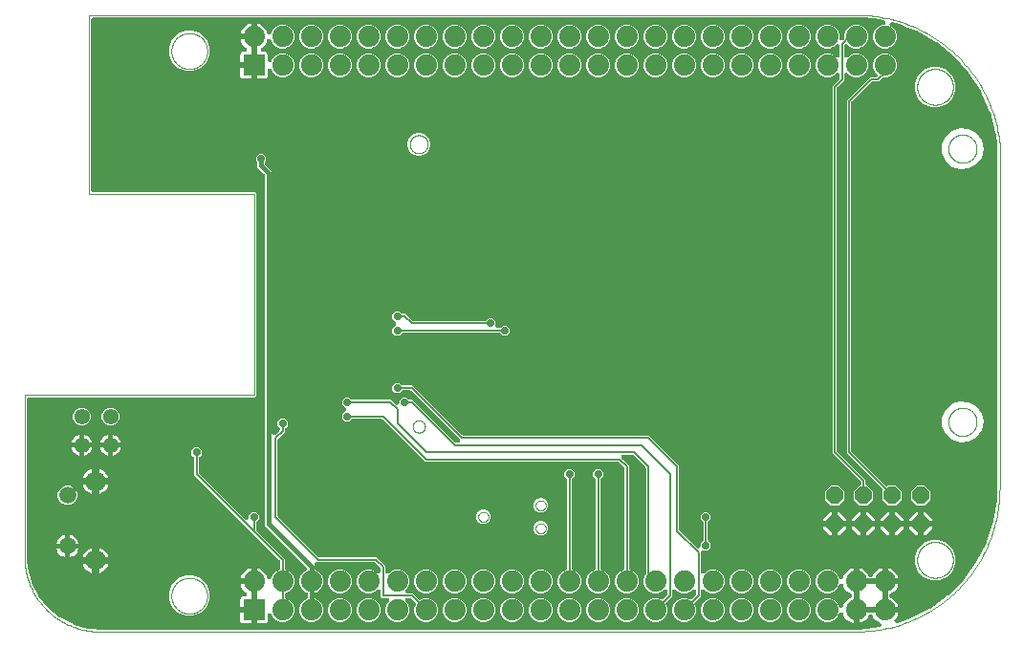
<source format=gbl>
G04 EAGLE Gerber RS-274X export*
G75*
%MOMM*%
%FSLAX34Y34*%
%LPD*%
%INBottom copper*%
%IPPOS*%
%AMOC8*
5,1,8,0,0,1.08239X$1,22.5*%
G01*
%ADD10C,0.000000*%
%ADD11C,1.381000*%
%ADD12C,1.498600*%
%ADD13C,1.803400*%
%ADD14R,1.879600X1.879600*%
%ADD15C,1.879600*%
%ADD16P,1.640903X8X22.500000*%
%ADD17P,0.757673X8X22.500000*%
%ADD18C,0.203200*%
%ADD19C,0.406400*%
%ADD20C,0.152400*%

G36*
X736635Y2004D02*
X736635Y2004D01*
X736680Y2002D01*
X746328Y2381D01*
X746413Y2393D01*
X746566Y2405D01*
X757052Y4066D01*
X757073Y4071D01*
X757080Y4072D01*
X757105Y4080D01*
X757175Y4098D01*
X757299Y4121D01*
X757369Y4149D01*
X757442Y4168D01*
X757555Y4223D01*
X757673Y4270D01*
X757736Y4311D01*
X757803Y4345D01*
X757904Y4422D01*
X758010Y4491D01*
X758063Y4544D01*
X758123Y4589D01*
X758206Y4684D01*
X758296Y4773D01*
X758339Y4836D01*
X758388Y4892D01*
X758451Y5002D01*
X758522Y5107D01*
X758551Y5176D01*
X758588Y5242D01*
X758628Y5362D01*
X758677Y5478D01*
X758692Y5552D01*
X758716Y5624D01*
X758731Y5749D01*
X758756Y5873D01*
X758756Y5949D01*
X758765Y6023D01*
X758756Y6149D01*
X758756Y6276D01*
X758741Y6350D01*
X758735Y6425D01*
X758701Y6547D01*
X758676Y6670D01*
X758646Y6740D01*
X758626Y6812D01*
X758568Y6925D01*
X758520Y7041D01*
X758477Y7104D01*
X758443Y7171D01*
X758364Y7270D01*
X758293Y7374D01*
X758239Y7427D01*
X758193Y7486D01*
X758096Y7568D01*
X758006Y7656D01*
X757943Y7697D01*
X757885Y7746D01*
X757774Y7807D01*
X757668Y7876D01*
X757587Y7910D01*
X757532Y7940D01*
X757467Y7960D01*
X755743Y8839D01*
X754222Y9944D01*
X752894Y11272D01*
X751789Y12793D01*
X751110Y14126D01*
X751082Y14169D01*
X751061Y14216D01*
X750974Y14338D01*
X750892Y14465D01*
X750857Y14501D01*
X750827Y14543D01*
X750717Y14646D01*
X750612Y14754D01*
X750570Y14783D01*
X750533Y14818D01*
X750405Y14897D01*
X750281Y14982D01*
X750234Y15003D01*
X750190Y15029D01*
X750049Y15082D01*
X749911Y15141D01*
X749861Y15151D01*
X749813Y15169D01*
X749664Y15193D01*
X749517Y15223D01*
X749466Y15224D01*
X749415Y15232D01*
X749264Y15225D01*
X749114Y15226D01*
X749064Y15217D01*
X749013Y15215D01*
X748866Y15178D01*
X748719Y15150D01*
X748672Y15131D01*
X748622Y15118D01*
X748486Y15054D01*
X748346Y14997D01*
X748304Y14969D01*
X748257Y14947D01*
X748137Y14857D01*
X748011Y14774D01*
X747975Y14737D01*
X747934Y14707D01*
X747833Y14596D01*
X747727Y14489D01*
X747699Y14446D01*
X747664Y14408D01*
X747543Y14212D01*
X747504Y14153D01*
X747499Y14140D01*
X747490Y14126D01*
X746811Y12793D01*
X745706Y11272D01*
X744378Y9944D01*
X742857Y8839D01*
X741183Y7986D01*
X739396Y7405D01*
X739139Y7365D01*
X739139Y16511D01*
X761492Y16511D01*
X761510Y16512D01*
X761527Y16511D01*
X761710Y16532D01*
X761892Y16551D01*
X761909Y16556D01*
X761927Y16558D01*
X762005Y16583D01*
X762142Y16544D01*
X762160Y16542D01*
X762177Y16538D01*
X762508Y16511D01*
X773685Y16511D01*
X773645Y16254D01*
X773064Y14467D01*
X772211Y12793D01*
X771106Y11272D01*
X771025Y11191D01*
X770944Y11093D01*
X770857Y11001D01*
X770817Y10937D01*
X770769Y10879D01*
X770710Y10767D01*
X770643Y10661D01*
X770616Y10590D01*
X770581Y10523D01*
X770545Y10402D01*
X770500Y10284D01*
X770487Y10210D01*
X770466Y10138D01*
X770455Y10012D01*
X770434Y9887D01*
X770436Y9812D01*
X770430Y9737D01*
X770443Y9611D01*
X770447Y9485D01*
X770465Y9411D01*
X770473Y9336D01*
X770511Y9216D01*
X770540Y9093D01*
X770572Y9024D01*
X770594Y8952D01*
X770656Y8842D01*
X770708Y8727D01*
X770753Y8666D01*
X770789Y8600D01*
X770871Y8504D01*
X770945Y8402D01*
X771001Y8351D01*
X771050Y8293D01*
X771149Y8215D01*
X771242Y8129D01*
X771306Y8090D01*
X771366Y8043D01*
X771478Y7986D01*
X771586Y7921D01*
X771657Y7895D01*
X771724Y7861D01*
X771846Y7827D01*
X771965Y7784D01*
X772040Y7773D01*
X772112Y7753D01*
X772239Y7744D01*
X772363Y7725D01*
X772439Y7729D01*
X772514Y7724D01*
X772639Y7739D01*
X772765Y7746D01*
X772851Y7766D01*
X772913Y7774D01*
X772983Y7797D01*
X773088Y7822D01*
X784286Y11461D01*
X784325Y11478D01*
X784580Y11583D01*
X801773Y20343D01*
X801808Y20365D01*
X802045Y20509D01*
X817655Y31851D01*
X817687Y31879D01*
X817898Y32058D01*
X831542Y45702D01*
X831569Y45736D01*
X831749Y45945D01*
X843091Y61555D01*
X843113Y61593D01*
X843257Y61827D01*
X852017Y79020D01*
X852033Y79059D01*
X852139Y79314D01*
X858102Y97666D01*
X858111Y97708D01*
X858177Y97976D01*
X861195Y117034D01*
X861200Y117121D01*
X861219Y117272D01*
X861598Y126920D01*
X861596Y126955D01*
X861599Y127000D01*
X861599Y431537D01*
X861591Y431617D01*
X861579Y431823D01*
X860228Y441317D01*
X860208Y441401D01*
X860181Y441552D01*
X855183Y460359D01*
X855169Y460396D01*
X855076Y460662D01*
X847183Y478449D01*
X847163Y478483D01*
X847030Y478731D01*
X836438Y495055D01*
X836413Y495086D01*
X836243Y495310D01*
X823216Y509766D01*
X823187Y509792D01*
X822983Y509986D01*
X807845Y522214D01*
X807812Y522235D01*
X807580Y522395D01*
X790707Y532089D01*
X790671Y532106D01*
X790418Y532227D01*
X785609Y534057D01*
X780271Y536088D01*
X774933Y538119D01*
X772230Y539148D01*
X772193Y539158D01*
X771922Y539238D01*
X768599Y539931D01*
X768587Y539932D01*
X768576Y539936D01*
X768387Y539954D01*
X768199Y539974D01*
X768187Y539973D01*
X768175Y539974D01*
X767986Y539954D01*
X767798Y539937D01*
X767786Y539933D01*
X767775Y539932D01*
X767593Y539876D01*
X767412Y539821D01*
X767401Y539816D01*
X767390Y539812D01*
X767224Y539721D01*
X767056Y539632D01*
X767047Y539625D01*
X767037Y539619D01*
X766892Y539497D01*
X766745Y539377D01*
X766738Y539368D01*
X766729Y539360D01*
X766611Y539212D01*
X766491Y539065D01*
X766485Y539054D01*
X766478Y539045D01*
X766391Y538877D01*
X766303Y538709D01*
X766299Y538697D01*
X766294Y538687D01*
X766242Y538505D01*
X766189Y538323D01*
X766188Y538311D01*
X766184Y538300D01*
X766170Y538112D01*
X766153Y537922D01*
X766154Y537910D01*
X766153Y537898D01*
X766176Y537711D01*
X766197Y537521D01*
X766200Y537510D01*
X766202Y537499D01*
X766261Y537319D01*
X766319Y537138D01*
X766325Y537127D01*
X766328Y537116D01*
X766422Y536952D01*
X766514Y536786D01*
X766522Y536777D01*
X766528Y536767D01*
X766652Y536624D01*
X766775Y536479D01*
X766785Y536472D01*
X766792Y536463D01*
X766942Y536348D01*
X767092Y536230D01*
X767102Y536225D01*
X767111Y536218D01*
X767407Y536066D01*
X767890Y535866D01*
X770816Y532940D01*
X772399Y529118D01*
X772399Y524982D01*
X770816Y521160D01*
X767890Y518234D01*
X766794Y517780D01*
X764068Y516651D01*
X759932Y516651D01*
X756110Y518234D01*
X753184Y521160D01*
X751601Y524982D01*
X751601Y529118D01*
X753184Y532940D01*
X756110Y535866D01*
X757345Y536377D01*
X757345Y536378D01*
X759932Y537449D01*
X760816Y537449D01*
X761010Y537468D01*
X761202Y537486D01*
X761209Y537488D01*
X761217Y537489D01*
X761403Y537546D01*
X761588Y537601D01*
X761594Y537605D01*
X761601Y537607D01*
X761772Y537699D01*
X761943Y537790D01*
X761949Y537795D01*
X761956Y537799D01*
X762103Y537922D01*
X762255Y538046D01*
X762259Y538052D01*
X762265Y538056D01*
X762385Y538206D01*
X762509Y538358D01*
X762513Y538364D01*
X762517Y538370D01*
X762606Y538541D01*
X762697Y538714D01*
X762699Y538721D01*
X762703Y538727D01*
X762756Y538914D01*
X762811Y539100D01*
X762812Y539107D01*
X762814Y539114D01*
X762830Y539308D01*
X762847Y539501D01*
X762846Y539508D01*
X762847Y539516D01*
X762824Y539707D01*
X762803Y539901D01*
X762801Y539908D01*
X762800Y539915D01*
X762740Y540100D01*
X762681Y540285D01*
X762677Y540291D01*
X762675Y540298D01*
X762579Y540469D01*
X762486Y540637D01*
X762481Y540642D01*
X762477Y540649D01*
X762350Y540797D01*
X762225Y540943D01*
X762219Y540948D01*
X762214Y540953D01*
X762062Y541072D01*
X761908Y541193D01*
X761902Y541196D01*
X761896Y541200D01*
X761723Y541286D01*
X761549Y541374D01*
X761541Y541377D01*
X761535Y541380D01*
X761490Y541392D01*
X761231Y541468D01*
X752873Y543212D01*
X752787Y543222D01*
X752635Y543247D01*
X742987Y544092D01*
X742915Y544091D01*
X742810Y544099D01*
X61182Y544099D01*
X61164Y544097D01*
X61146Y544099D01*
X60964Y544078D01*
X60781Y544059D01*
X60764Y544054D01*
X60747Y544052D01*
X60572Y543995D01*
X60396Y543941D01*
X60381Y543933D01*
X60364Y543927D01*
X60204Y543837D01*
X60042Y543749D01*
X60029Y543738D01*
X60013Y543729D01*
X59874Y543609D01*
X59733Y543492D01*
X59722Y543478D01*
X59708Y543466D01*
X59596Y543321D01*
X59481Y543178D01*
X59473Y543162D01*
X59462Y543148D01*
X59380Y542983D01*
X59295Y542821D01*
X59290Y542804D01*
X59282Y542788D01*
X59235Y542609D01*
X59184Y542434D01*
X59182Y542416D01*
X59178Y542399D01*
X59151Y542068D01*
X59151Y391382D01*
X59153Y391364D01*
X59151Y391346D01*
X59172Y391164D01*
X59191Y390981D01*
X59196Y390964D01*
X59198Y390947D01*
X59255Y390772D01*
X59309Y390596D01*
X59317Y390581D01*
X59323Y390564D01*
X59413Y390404D01*
X59501Y390242D01*
X59512Y390229D01*
X59521Y390213D01*
X59641Y390074D01*
X59758Y389933D01*
X59772Y389922D01*
X59784Y389908D01*
X59929Y389796D01*
X60072Y389681D01*
X60088Y389673D01*
X60102Y389662D01*
X60267Y389580D01*
X60429Y389495D01*
X60446Y389490D01*
X60462Y389482D01*
X60641Y389435D01*
X60816Y389384D01*
X60834Y389382D01*
X60851Y389378D01*
X61182Y389351D01*
X204029Y389351D01*
X205201Y388179D01*
X205201Y208721D01*
X204029Y207549D01*
X4032Y207549D01*
X4014Y207547D01*
X3996Y207549D01*
X3814Y207528D01*
X3631Y207509D01*
X3614Y207504D01*
X3597Y207502D01*
X3422Y207445D01*
X3246Y207391D01*
X3231Y207383D01*
X3214Y207377D01*
X3054Y207287D01*
X2892Y207199D01*
X2879Y207188D01*
X2863Y207179D01*
X2724Y207059D01*
X2583Y206942D01*
X2572Y206928D01*
X2558Y206916D01*
X2446Y206771D01*
X2331Y206628D01*
X2323Y206612D01*
X2312Y206598D01*
X2230Y206433D01*
X2145Y206271D01*
X2140Y206254D01*
X2132Y206238D01*
X2085Y206059D01*
X2034Y205884D01*
X2032Y205866D01*
X2028Y205849D01*
X2001Y205518D01*
X2001Y63647D01*
X2009Y63567D01*
X2011Y63443D01*
X2668Y56914D01*
X2675Y56877D01*
X2725Y56598D01*
X6097Y43840D01*
X6114Y43794D01*
X6124Y43747D01*
X6216Y43521D01*
X6238Y43462D01*
X6244Y43453D01*
X6249Y43440D01*
X12216Y31669D01*
X12242Y31629D01*
X12262Y31585D01*
X12399Y31384D01*
X12433Y31330D01*
X12441Y31322D01*
X12449Y31311D01*
X20747Y21049D01*
X20781Y21015D01*
X20809Y20976D01*
X20910Y20880D01*
X20944Y20840D01*
X20984Y20809D01*
X20985Y20808D01*
X21030Y20763D01*
X21039Y20756D01*
X21049Y20747D01*
X31311Y12449D01*
X31351Y12422D01*
X31387Y12390D01*
X31594Y12263D01*
X31647Y12228D01*
X31658Y12224D01*
X31669Y12216D01*
X43440Y6249D01*
X43485Y6232D01*
X43527Y6208D01*
X43756Y6127D01*
X43816Y6104D01*
X43827Y6102D01*
X43840Y6097D01*
X56598Y2725D01*
X56636Y2719D01*
X56914Y2668D01*
X63443Y2011D01*
X63523Y2011D01*
X63646Y2001D01*
X736600Y2001D01*
X736635Y2004D01*
G37*
%LPC*%
G36*
X556732Y8651D02*
X556732Y8651D01*
X552910Y10234D01*
X549984Y13160D01*
X548401Y16982D01*
X548401Y21118D01*
X549984Y24940D01*
X552910Y27866D01*
X556732Y29449D01*
X560868Y29449D01*
X563488Y28364D01*
X563510Y28357D01*
X563529Y28347D01*
X563702Y28299D01*
X563874Y28247D01*
X563896Y28245D01*
X563917Y28239D01*
X564096Y28226D01*
X564274Y28209D01*
X564296Y28211D01*
X564319Y28210D01*
X564497Y28232D01*
X564675Y28251D01*
X564696Y28257D01*
X564718Y28260D01*
X564889Y28317D01*
X565059Y28370D01*
X565079Y28381D01*
X565100Y28388D01*
X565255Y28478D01*
X565412Y28564D01*
X565430Y28578D01*
X565449Y28589D01*
X565702Y28804D01*
X568888Y31990D01*
X568905Y32011D01*
X568926Y32029D01*
X569032Y32166D01*
X569143Y32302D01*
X569156Y32326D01*
X569172Y32347D01*
X569250Y32503D01*
X569332Y32658D01*
X569340Y32683D01*
X569352Y32707D01*
X569397Y32876D01*
X569447Y33044D01*
X569449Y33070D01*
X569456Y33096D01*
X569483Y33427D01*
X569483Y35523D01*
X569482Y35532D01*
X569483Y35541D01*
X569462Y35733D01*
X569443Y35924D01*
X569441Y35933D01*
X569440Y35941D01*
X569382Y36124D01*
X569325Y36309D01*
X569321Y36317D01*
X569318Y36325D01*
X569226Y36492D01*
X569133Y36663D01*
X569128Y36670D01*
X569123Y36678D01*
X568998Y36825D01*
X568876Y36972D01*
X568869Y36978D01*
X568863Y36985D01*
X568711Y37105D01*
X568562Y37225D01*
X568554Y37229D01*
X568547Y37234D01*
X568375Y37322D01*
X568205Y37410D01*
X568196Y37413D01*
X568188Y37417D01*
X568002Y37468D01*
X567818Y37521D01*
X567809Y37522D01*
X567800Y37525D01*
X567608Y37539D01*
X567416Y37554D01*
X567408Y37553D01*
X567399Y37554D01*
X567206Y37530D01*
X567017Y37507D01*
X567008Y37505D01*
X566999Y37504D01*
X566816Y37442D01*
X566634Y37383D01*
X566626Y37378D01*
X566618Y37375D01*
X566452Y37280D01*
X566283Y37185D01*
X566276Y37179D01*
X566269Y37174D01*
X566016Y36960D01*
X564690Y35634D01*
X561572Y34343D01*
X560868Y34051D01*
X556732Y34051D01*
X552910Y35634D01*
X549984Y38560D01*
X548401Y42382D01*
X548401Y46518D01*
X550011Y50406D01*
X550093Y50506D01*
X550106Y50529D01*
X550122Y50551D01*
X550200Y50707D01*
X550282Y50861D01*
X550290Y50887D01*
X550302Y50911D01*
X550347Y51080D01*
X550397Y51247D01*
X550399Y51274D01*
X550406Y51300D01*
X550433Y51631D01*
X550433Y144373D01*
X550431Y144400D01*
X550433Y144427D01*
X550411Y144600D01*
X550393Y144774D01*
X550386Y144799D01*
X550382Y144826D01*
X550327Y144992D01*
X550275Y145159D01*
X550262Y145182D01*
X550254Y145208D01*
X550167Y145359D01*
X550083Y145513D01*
X550066Y145533D01*
X550053Y145557D01*
X549838Y145810D01*
X539510Y156138D01*
X539489Y156155D01*
X539471Y156176D01*
X539333Y156283D01*
X539198Y156393D01*
X539174Y156406D01*
X539153Y156422D01*
X538996Y156500D01*
X538842Y156582D01*
X538817Y156590D01*
X538793Y156602D01*
X538623Y156647D01*
X538456Y156697D01*
X538430Y156699D01*
X538404Y156706D01*
X538073Y156733D01*
X530473Y156733D01*
X530464Y156732D01*
X530455Y156733D01*
X530265Y156713D01*
X530072Y156693D01*
X530063Y156691D01*
X530055Y156690D01*
X529871Y156632D01*
X529687Y156575D01*
X529679Y156571D01*
X529671Y156568D01*
X529502Y156475D01*
X529333Y156383D01*
X529326Y156378D01*
X529318Y156373D01*
X529172Y156249D01*
X529024Y156126D01*
X529018Y156119D01*
X529011Y156113D01*
X528892Y155962D01*
X528772Y155812D01*
X528767Y155804D01*
X528762Y155797D01*
X528673Y155623D01*
X528586Y155455D01*
X528584Y155446D01*
X528579Y155438D01*
X528527Y155251D01*
X528475Y155068D01*
X528474Y155059D01*
X528471Y155050D01*
X528457Y154858D01*
X528442Y154666D01*
X528443Y154658D01*
X528442Y154649D01*
X528466Y154457D01*
X528489Y154267D01*
X528491Y154258D01*
X528493Y154249D01*
X528554Y154067D01*
X528613Y153884D01*
X528618Y153876D01*
X528621Y153868D01*
X528717Y153700D01*
X528811Y153533D01*
X528817Y153526D01*
X528822Y153519D01*
X529036Y153266D01*
X529662Y152640D01*
X535417Y146885D01*
X535417Y56227D01*
X535419Y56205D01*
X535417Y56183D01*
X535439Y56006D01*
X535457Y55827D01*
X535463Y55805D01*
X535466Y55783D01*
X535522Y55613D01*
X535575Y55442D01*
X535585Y55422D01*
X535592Y55401D01*
X535681Y55245D01*
X535767Y55088D01*
X535781Y55071D01*
X535792Y55051D01*
X535910Y54916D01*
X536024Y54779D01*
X536042Y54765D01*
X536056Y54748D01*
X536198Y54638D01*
X536338Y54526D01*
X536358Y54516D01*
X536376Y54502D01*
X536671Y54351D01*
X539290Y53266D01*
X542216Y50340D01*
X543799Y46518D01*
X543799Y42382D01*
X542216Y38560D01*
X539290Y35634D01*
X536172Y34343D01*
X535468Y34051D01*
X531332Y34051D01*
X527510Y35634D01*
X524584Y38560D01*
X523001Y42382D01*
X523001Y46518D01*
X524584Y50340D01*
X527510Y53266D01*
X530129Y54351D01*
X530149Y54361D01*
X530170Y54368D01*
X530327Y54457D01*
X530484Y54541D01*
X530501Y54555D01*
X530521Y54566D01*
X530657Y54683D01*
X530795Y54797D01*
X530809Y54815D01*
X530826Y54829D01*
X530935Y54971D01*
X531048Y55110D01*
X531059Y55130D01*
X531072Y55147D01*
X531152Y55308D01*
X531235Y55467D01*
X531242Y55488D01*
X531252Y55508D01*
X531298Y55682D01*
X531348Y55853D01*
X531350Y55875D01*
X531356Y55897D01*
X531383Y56227D01*
X531383Y144373D01*
X531381Y144400D01*
X531383Y144427D01*
X531361Y144600D01*
X531343Y144774D01*
X531336Y144799D01*
X531332Y144826D01*
X531277Y144992D01*
X531225Y145159D01*
X531212Y145182D01*
X531204Y145208D01*
X531117Y145359D01*
X531033Y145513D01*
X531016Y145533D01*
X531003Y145557D01*
X530788Y145810D01*
X526810Y149788D01*
X526789Y149805D01*
X526771Y149826D01*
X526633Y149933D01*
X526498Y150043D01*
X526474Y150056D01*
X526453Y150072D01*
X526296Y150150D01*
X526142Y150232D01*
X526117Y150240D01*
X526093Y150252D01*
X525923Y150297D01*
X525756Y150347D01*
X525730Y150349D01*
X525704Y150356D01*
X525373Y150383D01*
X354765Y150383D01*
X317260Y187888D01*
X317239Y187905D01*
X317221Y187926D01*
X317083Y188033D01*
X316948Y188143D01*
X316924Y188156D01*
X316903Y188172D01*
X316746Y188250D01*
X316592Y188332D01*
X316567Y188340D01*
X316543Y188352D01*
X316373Y188397D01*
X316206Y188447D01*
X316180Y188449D01*
X316154Y188456D01*
X315823Y188483D01*
X290940Y188483D01*
X290913Y188481D01*
X290886Y188483D01*
X290712Y188461D01*
X290539Y188443D01*
X290514Y188436D01*
X290487Y188432D01*
X290321Y188377D01*
X290154Y188325D01*
X290131Y188312D01*
X290105Y188304D01*
X289954Y188217D01*
X289800Y188133D01*
X289780Y188116D01*
X289756Y188103D01*
X289503Y187888D01*
X287614Y185999D01*
X283886Y185999D01*
X281249Y188636D01*
X281249Y192364D01*
X284299Y195414D01*
X284310Y195427D01*
X284324Y195439D01*
X284438Y195583D01*
X284554Y195725D01*
X284562Y195741D01*
X284573Y195755D01*
X284657Y195919D01*
X284742Y196081D01*
X284747Y196098D01*
X284756Y196114D01*
X284805Y196291D01*
X284857Y196467D01*
X284859Y196485D01*
X284864Y196502D01*
X284877Y196685D01*
X284894Y196868D01*
X284892Y196886D01*
X284893Y196903D01*
X284870Y197085D01*
X284850Y197268D01*
X284845Y197285D01*
X284843Y197303D01*
X284784Y197476D01*
X284729Y197652D01*
X284720Y197668D01*
X284714Y197684D01*
X284622Y197844D01*
X284534Y198004D01*
X284522Y198018D01*
X284513Y198033D01*
X284299Y198286D01*
X281249Y201336D01*
X281249Y205064D01*
X283886Y207701D01*
X287614Y207701D01*
X289503Y205812D01*
X289524Y205795D01*
X289542Y205774D01*
X289679Y205667D01*
X289815Y205557D01*
X289838Y205544D01*
X289860Y205528D01*
X290017Y205450D01*
X290171Y205368D01*
X290196Y205360D01*
X290220Y205348D01*
X290390Y205303D01*
X290556Y205253D01*
X290583Y205251D01*
X290609Y205244D01*
X290940Y205217D01*
X324685Y205217D01*
X326462Y203440D01*
X328582Y201320D01*
X328589Y201315D01*
X328594Y201308D01*
X328744Y201188D01*
X328893Y201065D01*
X328901Y201061D01*
X328908Y201056D01*
X329078Y200967D01*
X329249Y200877D01*
X329258Y200874D01*
X329265Y200870D01*
X329450Y200817D01*
X329635Y200762D01*
X329644Y200761D01*
X329652Y200759D01*
X329843Y200743D01*
X330036Y200725D01*
X330045Y200726D01*
X330054Y200726D01*
X330243Y200748D01*
X330436Y200769D01*
X330445Y200772D01*
X330453Y200773D01*
X330635Y200832D01*
X330820Y200890D01*
X330828Y200895D01*
X330836Y200897D01*
X331003Y200992D01*
X331172Y201085D01*
X331179Y201091D01*
X331187Y201095D01*
X331332Y201221D01*
X331479Y201346D01*
X331485Y201353D01*
X331492Y201359D01*
X331609Y201510D01*
X331729Y201662D01*
X331733Y201670D01*
X331738Y201677D01*
X331824Y201849D01*
X331911Y202021D01*
X331914Y202029D01*
X331918Y202037D01*
X331968Y202223D01*
X332019Y202408D01*
X332020Y202417D01*
X332022Y202426D01*
X332049Y202757D01*
X332049Y205064D01*
X334686Y207701D01*
X338414Y207701D01*
X340303Y205812D01*
X340324Y205795D01*
X340342Y205774D01*
X340479Y205667D01*
X340615Y205557D01*
X340638Y205544D01*
X340660Y205528D01*
X340817Y205450D01*
X340971Y205368D01*
X340996Y205360D01*
X341020Y205348D01*
X341190Y205303D01*
X341356Y205253D01*
X341383Y205251D01*
X341409Y205244D01*
X341740Y205217D01*
X343735Y205217D01*
X381240Y167712D01*
X381261Y167695D01*
X381279Y167674D01*
X381417Y167567D01*
X381552Y167457D01*
X381576Y167444D01*
X381597Y167428D01*
X381754Y167350D01*
X381908Y167268D01*
X381933Y167260D01*
X381957Y167248D01*
X382127Y167203D01*
X382294Y167153D01*
X382320Y167151D01*
X382346Y167144D01*
X382677Y167117D01*
X383927Y167117D01*
X383936Y167118D01*
X383945Y167117D01*
X384138Y167138D01*
X384328Y167157D01*
X384336Y167159D01*
X384345Y167160D01*
X384530Y167219D01*
X384713Y167275D01*
X384721Y167279D01*
X384729Y167282D01*
X384898Y167375D01*
X385067Y167467D01*
X385074Y167472D01*
X385082Y167477D01*
X385229Y167601D01*
X385376Y167724D01*
X385382Y167731D01*
X385389Y167737D01*
X385508Y167889D01*
X385628Y168038D01*
X385633Y168046D01*
X385638Y168053D01*
X385726Y168226D01*
X385814Y168395D01*
X385816Y168404D01*
X385821Y168412D01*
X385872Y168598D01*
X385925Y168782D01*
X385926Y168791D01*
X385929Y168800D01*
X385943Y168993D01*
X385958Y169184D01*
X385957Y169192D01*
X385958Y169201D01*
X385934Y169394D01*
X385911Y169583D01*
X385909Y169592D01*
X385907Y169601D01*
X385846Y169783D01*
X385787Y169966D01*
X385782Y169974D01*
X385779Y169982D01*
X385683Y170149D01*
X385589Y170317D01*
X385583Y170324D01*
X385578Y170331D01*
X385364Y170584D01*
X342660Y213288D01*
X342639Y213305D01*
X342621Y213326D01*
X342483Y213433D01*
X342348Y213543D01*
X342324Y213556D01*
X342303Y213572D01*
X342146Y213650D01*
X341992Y213732D01*
X341967Y213740D01*
X341943Y213752D01*
X341773Y213797D01*
X341606Y213847D01*
X341580Y213849D01*
X341554Y213856D01*
X341223Y213883D01*
X335390Y213883D01*
X335363Y213881D01*
X335336Y213883D01*
X335162Y213861D01*
X334989Y213843D01*
X334964Y213836D01*
X334937Y213832D01*
X334771Y213777D01*
X334604Y213725D01*
X334581Y213712D01*
X334555Y213704D01*
X334404Y213617D01*
X334250Y213533D01*
X334230Y213516D01*
X334206Y213503D01*
X333953Y213288D01*
X332064Y211399D01*
X328336Y211399D01*
X325699Y214036D01*
X325699Y217764D01*
X328336Y220401D01*
X332064Y220401D01*
X333953Y218512D01*
X333974Y218495D01*
X333992Y218474D01*
X334129Y218367D01*
X334265Y218257D01*
X334288Y218244D01*
X334310Y218228D01*
X334467Y218150D01*
X334621Y218068D01*
X334646Y218060D01*
X334670Y218048D01*
X334840Y218003D01*
X335006Y217953D01*
X335033Y217951D01*
X335059Y217944D01*
X335390Y217917D01*
X343735Y217917D01*
X387590Y174062D01*
X387611Y174045D01*
X387629Y174024D01*
X387767Y173917D01*
X387902Y173807D01*
X387926Y173794D01*
X387947Y173778D01*
X388104Y173700D01*
X388258Y173618D01*
X388283Y173610D01*
X388307Y173598D01*
X388477Y173553D01*
X388644Y173503D01*
X388670Y173501D01*
X388696Y173494D01*
X389027Y173467D01*
X553285Y173467D01*
X579867Y146885D01*
X579867Y90577D01*
X579869Y90550D01*
X579867Y90523D01*
X579889Y90350D01*
X579907Y90176D01*
X579914Y90151D01*
X579918Y90124D01*
X579973Y89958D01*
X580025Y89791D01*
X580038Y89768D01*
X580046Y89742D01*
X580133Y89591D01*
X580217Y89437D01*
X580234Y89417D01*
X580247Y89393D01*
X580462Y89140D01*
X595282Y74320D01*
X595289Y74315D01*
X595294Y74308D01*
X595444Y74188D01*
X595593Y74065D01*
X595601Y74061D01*
X595608Y74056D01*
X595778Y73967D01*
X595949Y73877D01*
X595958Y73874D01*
X595965Y73870D01*
X596150Y73817D01*
X596335Y73762D01*
X596344Y73761D01*
X596352Y73759D01*
X596544Y73743D01*
X596736Y73725D01*
X596745Y73726D01*
X596754Y73726D01*
X596943Y73748D01*
X597136Y73769D01*
X597145Y73772D01*
X597153Y73773D01*
X597335Y73832D01*
X597520Y73890D01*
X597528Y73895D01*
X597536Y73897D01*
X597705Y73993D01*
X597872Y74085D01*
X597879Y74091D01*
X597887Y74095D01*
X598033Y74221D01*
X598179Y74346D01*
X598185Y74353D01*
X598192Y74359D01*
X598309Y74510D01*
X598429Y74662D01*
X598433Y74670D01*
X598438Y74677D01*
X598524Y74849D01*
X598611Y75021D01*
X598614Y75029D01*
X598618Y75037D01*
X598668Y75223D01*
X598719Y75408D01*
X598720Y75417D01*
X598722Y75426D01*
X598749Y75757D01*
X598749Y78064D01*
X600638Y79953D01*
X600655Y79974D01*
X600676Y79992D01*
X600783Y80129D01*
X600893Y80265D01*
X600906Y80288D01*
X600922Y80310D01*
X601000Y80467D01*
X601082Y80621D01*
X601090Y80646D01*
X601102Y80670D01*
X601147Y80840D01*
X601197Y81006D01*
X601199Y81033D01*
X601206Y81059D01*
X601233Y81390D01*
X601233Y96410D01*
X601231Y96437D01*
X601233Y96464D01*
X601211Y96638D01*
X601193Y96811D01*
X601186Y96836D01*
X601182Y96863D01*
X601127Y97029D01*
X601075Y97196D01*
X601062Y97219D01*
X601054Y97245D01*
X600967Y97396D01*
X600883Y97550D01*
X600866Y97570D01*
X600853Y97594D01*
X600638Y97847D01*
X598749Y99736D01*
X598749Y103464D01*
X601386Y106101D01*
X605114Y106101D01*
X607751Y103464D01*
X607751Y99736D01*
X605862Y97847D01*
X605845Y97826D01*
X605824Y97808D01*
X605717Y97671D01*
X605607Y97535D01*
X605594Y97512D01*
X605578Y97490D01*
X605500Y97333D01*
X605418Y97179D01*
X605410Y97154D01*
X605398Y97130D01*
X605353Y96960D01*
X605303Y96794D01*
X605301Y96767D01*
X605294Y96741D01*
X605267Y96410D01*
X605267Y81390D01*
X605269Y81363D01*
X605267Y81336D01*
X605289Y81162D01*
X605307Y80989D01*
X605314Y80964D01*
X605318Y80937D01*
X605373Y80771D01*
X605425Y80604D01*
X605438Y80581D01*
X605446Y80555D01*
X605533Y80404D01*
X605617Y80250D01*
X605634Y80230D01*
X605647Y80206D01*
X605862Y79953D01*
X607751Y78064D01*
X607751Y74336D01*
X605114Y71699D01*
X600948Y71699D01*
X600930Y71697D01*
X600912Y71699D01*
X600730Y71678D01*
X600547Y71659D01*
X600530Y71654D01*
X600513Y71652D01*
X600338Y71595D01*
X600162Y71541D01*
X600147Y71533D01*
X600130Y71527D01*
X599970Y71437D01*
X599808Y71349D01*
X599795Y71338D01*
X599779Y71329D01*
X599640Y71209D01*
X599499Y71092D01*
X599488Y71078D01*
X599474Y71066D01*
X599362Y70921D01*
X599247Y70778D01*
X599239Y70762D01*
X599228Y70748D01*
X599146Y70583D01*
X599061Y70421D01*
X599056Y70404D01*
X599048Y70388D01*
X599001Y70209D01*
X598950Y70034D01*
X598948Y70016D01*
X598944Y69999D01*
X598917Y69668D01*
X598917Y53377D01*
X598918Y53368D01*
X598917Y53359D01*
X598938Y53165D01*
X598957Y52976D01*
X598959Y52967D01*
X598960Y52959D01*
X599018Y52776D01*
X599075Y52591D01*
X599079Y52583D01*
X599082Y52575D01*
X599175Y52406D01*
X599267Y52237D01*
X599272Y52230D01*
X599277Y52222D01*
X599402Y52075D01*
X599524Y51928D01*
X599531Y51922D01*
X599537Y51915D01*
X599689Y51795D01*
X599838Y51675D01*
X599846Y51671D01*
X599853Y51666D01*
X600025Y51578D01*
X600195Y51490D01*
X600204Y51487D01*
X600212Y51483D01*
X600398Y51432D01*
X600582Y51379D01*
X600591Y51378D01*
X600600Y51375D01*
X600792Y51361D01*
X600984Y51346D01*
X600992Y51347D01*
X601001Y51346D01*
X601194Y51370D01*
X601383Y51393D01*
X601392Y51395D01*
X601401Y51396D01*
X601584Y51458D01*
X601766Y51517D01*
X601774Y51522D01*
X601782Y51525D01*
X601948Y51620D01*
X602117Y51715D01*
X602124Y51721D01*
X602131Y51726D01*
X602384Y51940D01*
X603710Y53266D01*
X607532Y54849D01*
X611668Y54849D01*
X615490Y53266D01*
X618416Y50340D01*
X619999Y46518D01*
X619999Y42382D01*
X618416Y38560D01*
X615490Y35634D01*
X612372Y34343D01*
X611668Y34051D01*
X607532Y34051D01*
X603710Y35634D01*
X602384Y36960D01*
X602377Y36965D01*
X602372Y36972D01*
X602221Y37093D01*
X602073Y37215D01*
X602065Y37219D01*
X602058Y37225D01*
X601888Y37313D01*
X601717Y37403D01*
X601708Y37406D01*
X601701Y37410D01*
X601516Y37463D01*
X601331Y37518D01*
X601322Y37519D01*
X601314Y37521D01*
X601123Y37537D01*
X600930Y37555D01*
X600921Y37554D01*
X600912Y37554D01*
X600723Y37532D01*
X600530Y37511D01*
X600521Y37508D01*
X600513Y37507D01*
X600331Y37448D01*
X600146Y37390D01*
X600138Y37385D01*
X600130Y37383D01*
X599963Y37288D01*
X599794Y37195D01*
X599787Y37189D01*
X599779Y37185D01*
X599634Y37060D01*
X599487Y36934D01*
X599481Y36927D01*
X599474Y36922D01*
X599358Y36771D01*
X599237Y36618D01*
X599233Y36610D01*
X599228Y36603D01*
X599142Y36432D01*
X599055Y36259D01*
X599052Y36251D01*
X599048Y36243D01*
X598998Y36057D01*
X598947Y35872D01*
X598946Y35863D01*
X598944Y35854D01*
X598917Y35523D01*
X598917Y30915D01*
X597140Y29138D01*
X593954Y25952D01*
X593940Y25935D01*
X593923Y25920D01*
X593812Y25779D01*
X593699Y25640D01*
X593688Y25621D01*
X593675Y25603D01*
X593594Y25442D01*
X593510Y25285D01*
X593504Y25263D01*
X593494Y25243D01*
X593446Y25070D01*
X593395Y24899D01*
X593393Y24876D01*
X593388Y24855D01*
X593375Y24676D01*
X593359Y24498D01*
X593361Y24476D01*
X593360Y24453D01*
X593383Y24276D01*
X593402Y24097D01*
X593409Y24076D01*
X593412Y24054D01*
X593514Y23738D01*
X594599Y21118D01*
X594599Y16982D01*
X593016Y13160D01*
X590090Y10234D01*
X586268Y8651D01*
X582132Y8651D01*
X578310Y10234D01*
X575384Y13160D01*
X573801Y16982D01*
X573801Y21118D01*
X575384Y24940D01*
X578310Y27866D01*
X582132Y29449D01*
X586268Y29449D01*
X588888Y28364D01*
X588910Y28357D01*
X588929Y28347D01*
X589102Y28299D01*
X589274Y28247D01*
X589296Y28245D01*
X589317Y28239D01*
X589496Y28226D01*
X589674Y28209D01*
X589696Y28211D01*
X589719Y28210D01*
X589897Y28232D01*
X590075Y28251D01*
X590096Y28257D01*
X590118Y28260D01*
X590289Y28317D01*
X590459Y28370D01*
X590479Y28381D01*
X590500Y28388D01*
X590655Y28478D01*
X590812Y28564D01*
X590830Y28578D01*
X590849Y28589D01*
X591102Y28804D01*
X594288Y31990D01*
X594305Y32011D01*
X594326Y32029D01*
X594432Y32166D01*
X594543Y32302D01*
X594556Y32326D01*
X594572Y32347D01*
X594650Y32503D01*
X594732Y32658D01*
X594740Y32683D01*
X594752Y32707D01*
X594797Y32876D01*
X594847Y33044D01*
X594849Y33070D01*
X594856Y33096D01*
X594883Y33427D01*
X594883Y35523D01*
X594882Y35532D01*
X594883Y35541D01*
X594862Y35733D01*
X594843Y35924D01*
X594841Y35933D01*
X594840Y35941D01*
X594782Y36124D01*
X594725Y36309D01*
X594721Y36317D01*
X594718Y36325D01*
X594626Y36492D01*
X594533Y36663D01*
X594528Y36670D01*
X594523Y36678D01*
X594398Y36825D01*
X594276Y36972D01*
X594269Y36978D01*
X594263Y36985D01*
X594111Y37105D01*
X593962Y37225D01*
X593954Y37229D01*
X593947Y37234D01*
X593775Y37322D01*
X593605Y37410D01*
X593596Y37413D01*
X593588Y37417D01*
X593402Y37468D01*
X593218Y37521D01*
X593209Y37522D01*
X593200Y37525D01*
X593008Y37539D01*
X592816Y37554D01*
X592808Y37553D01*
X592799Y37554D01*
X592606Y37530D01*
X592417Y37507D01*
X592408Y37505D01*
X592399Y37504D01*
X592216Y37442D01*
X592034Y37383D01*
X592026Y37378D01*
X592018Y37375D01*
X591852Y37280D01*
X591683Y37185D01*
X591676Y37179D01*
X591669Y37174D01*
X591416Y36960D01*
X590090Y35634D01*
X586972Y34343D01*
X586268Y34051D01*
X582132Y34051D01*
X578310Y35634D01*
X576984Y36960D01*
X576977Y36965D01*
X576972Y36972D01*
X576821Y37093D01*
X576673Y37215D01*
X576665Y37219D01*
X576658Y37225D01*
X576488Y37313D01*
X576317Y37403D01*
X576308Y37406D01*
X576301Y37410D01*
X576116Y37463D01*
X575931Y37518D01*
X575922Y37519D01*
X575914Y37521D01*
X575723Y37537D01*
X575530Y37555D01*
X575521Y37554D01*
X575512Y37554D01*
X575323Y37532D01*
X575130Y37511D01*
X575121Y37508D01*
X575113Y37507D01*
X574931Y37448D01*
X574746Y37390D01*
X574738Y37385D01*
X574730Y37383D01*
X574563Y37288D01*
X574394Y37195D01*
X574387Y37189D01*
X574379Y37185D01*
X574234Y37060D01*
X574087Y36934D01*
X574081Y36927D01*
X574074Y36922D01*
X573958Y36771D01*
X573837Y36618D01*
X573833Y36610D01*
X573828Y36603D01*
X573742Y36432D01*
X573655Y36259D01*
X573652Y36251D01*
X573648Y36243D01*
X573598Y36057D01*
X573547Y35872D01*
X573546Y35863D01*
X573544Y35854D01*
X573517Y35523D01*
X573517Y30915D01*
X571740Y29138D01*
X568554Y25952D01*
X568540Y25935D01*
X568523Y25920D01*
X568412Y25779D01*
X568299Y25640D01*
X568288Y25621D01*
X568275Y25603D01*
X568194Y25442D01*
X568110Y25285D01*
X568104Y25263D01*
X568094Y25243D01*
X568046Y25070D01*
X567995Y24899D01*
X567993Y24876D01*
X567988Y24855D01*
X567975Y24676D01*
X567959Y24498D01*
X567961Y24476D01*
X567960Y24453D01*
X567983Y24276D01*
X568002Y24097D01*
X568009Y24076D01*
X568012Y24054D01*
X568114Y23738D01*
X569199Y21118D01*
X569199Y16982D01*
X567616Y13160D01*
X564690Y10234D01*
X560868Y8651D01*
X556732Y8651D01*
G37*
%LPD*%
%LPC*%
G36*
X251932Y8651D02*
X251932Y8651D01*
X248110Y10234D01*
X245184Y13160D01*
X243601Y16982D01*
X243601Y21118D01*
X245184Y24940D01*
X248110Y27866D01*
X249713Y28530D01*
X249733Y28540D01*
X249754Y28547D01*
X249910Y28635D01*
X250068Y28720D01*
X250085Y28734D01*
X250105Y28745D01*
X250240Y28862D01*
X250379Y28977D01*
X250393Y28994D01*
X250410Y29008D01*
X250519Y29150D01*
X250632Y29289D01*
X250643Y29309D01*
X250656Y29327D01*
X250736Y29487D01*
X250819Y29646D01*
X250826Y29667D01*
X250836Y29687D01*
X250882Y29861D01*
X250932Y30032D01*
X250934Y30054D01*
X250940Y30076D01*
X250967Y30407D01*
X250967Y33093D01*
X250965Y33116D01*
X250967Y33138D01*
X250945Y33315D01*
X250927Y33494D01*
X250921Y33515D01*
X250918Y33538D01*
X250862Y33707D01*
X250809Y33879D01*
X250799Y33899D01*
X250792Y33920D01*
X250703Y34076D01*
X250617Y34233D01*
X250603Y34250D01*
X250592Y34270D01*
X250474Y34405D01*
X250360Y34542D01*
X250342Y34556D01*
X250328Y34573D01*
X250186Y34682D01*
X250046Y34795D01*
X250026Y34805D01*
X250008Y34818D01*
X249713Y34970D01*
X248110Y35634D01*
X245184Y38560D01*
X243601Y42382D01*
X243601Y46518D01*
X245184Y50340D01*
X248110Y53266D01*
X249180Y53709D01*
X249192Y53715D01*
X249205Y53719D01*
X249369Y53810D01*
X249535Y53899D01*
X249545Y53908D01*
X249557Y53914D01*
X249700Y54035D01*
X249845Y54156D01*
X249854Y54166D01*
X249864Y54175D01*
X249981Y54322D01*
X250099Y54468D01*
X250105Y54480D01*
X250114Y54491D01*
X250199Y54659D01*
X250286Y54825D01*
X250290Y54838D01*
X250296Y54850D01*
X250347Y55031D01*
X250399Y55211D01*
X250400Y55225D01*
X250404Y55237D01*
X250418Y55426D01*
X250434Y55612D01*
X250432Y55626D01*
X250433Y55639D01*
X250410Y55826D01*
X250389Y56012D01*
X250385Y56025D01*
X250383Y56038D01*
X250323Y56216D01*
X250266Y56396D01*
X250259Y56407D01*
X250255Y56420D01*
X250161Y56583D01*
X250069Y56747D01*
X250061Y56757D01*
X250054Y56769D01*
X249839Y57022D01*
X215239Y91622D01*
X212867Y93994D01*
X212867Y404302D01*
X212865Y404329D01*
X212867Y404356D01*
X212845Y404530D01*
X212827Y404703D01*
X212820Y404729D01*
X212816Y404755D01*
X212761Y404921D01*
X212709Y405088D01*
X212696Y405112D01*
X212688Y405137D01*
X212601Y405289D01*
X212517Y405442D01*
X212500Y405462D01*
X212487Y405486D01*
X212272Y405739D01*
X206517Y411494D01*
X206517Y414926D01*
X206515Y414953D01*
X206517Y414980D01*
X206495Y415154D01*
X206477Y415327D01*
X206470Y415353D01*
X206466Y415379D01*
X206410Y415545D01*
X206359Y415712D01*
X206346Y415736D01*
X206338Y415761D01*
X206251Y415912D01*
X206167Y416066D01*
X206150Y416087D01*
X206137Y416110D01*
X205922Y416363D01*
X205049Y417236D01*
X205049Y420964D01*
X207686Y423601D01*
X211414Y423601D01*
X214051Y420964D01*
X214051Y417236D01*
X213178Y416363D01*
X213161Y416342D01*
X213140Y416325D01*
X213033Y416186D01*
X212923Y416051D01*
X212910Y416028D01*
X212894Y416006D01*
X212816Y415850D01*
X212734Y415696D01*
X212726Y415670D01*
X212714Y415646D01*
X212669Y415477D01*
X212619Y415310D01*
X212617Y415283D01*
X212610Y415257D01*
X212583Y414926D01*
X212583Y414848D01*
X212585Y414821D01*
X212583Y414794D01*
X212605Y414620D01*
X212623Y414447D01*
X212630Y414421D01*
X212634Y414395D01*
X212689Y414229D01*
X212741Y414062D01*
X212754Y414038D01*
X212762Y414013D01*
X212849Y413861D01*
X212933Y413708D01*
X212950Y413688D01*
X212963Y413664D01*
X213178Y413411D01*
X218933Y407656D01*
X218933Y175889D01*
X218934Y175880D01*
X218933Y175871D01*
X218954Y175678D01*
X218973Y175488D01*
X218975Y175480D01*
X218976Y175471D01*
X219035Y175284D01*
X219091Y175103D01*
X219095Y175095D01*
X219098Y175087D01*
X219191Y174918D01*
X219283Y174749D01*
X219288Y174742D01*
X219293Y174734D01*
X219417Y174587D01*
X219540Y174440D01*
X219547Y174434D01*
X219553Y174427D01*
X219705Y174308D01*
X219854Y174188D01*
X219862Y174183D01*
X219869Y174178D01*
X220042Y174090D01*
X220211Y174002D01*
X220220Y174000D01*
X220228Y173995D01*
X220414Y173944D01*
X220598Y173891D01*
X220607Y173890D01*
X220616Y173887D01*
X220809Y173873D01*
X221000Y173858D01*
X221008Y173859D01*
X221017Y173858D01*
X221210Y173882D01*
X221399Y173905D01*
X221408Y173907D01*
X221417Y173909D01*
X221599Y173970D01*
X221782Y174029D01*
X221790Y174034D01*
X221798Y174037D01*
X221965Y174133D01*
X222133Y174227D01*
X222140Y174233D01*
X222147Y174238D01*
X222400Y174452D01*
X225730Y177782D01*
X225741Y177796D01*
X225755Y177808D01*
X225869Y177952D01*
X225985Y178094D01*
X225994Y178109D01*
X226005Y178124D01*
X226088Y178288D01*
X226174Y178449D01*
X226179Y178467D01*
X226187Y178482D01*
X226236Y178660D01*
X226289Y178835D01*
X226290Y178853D01*
X226295Y178870D01*
X226308Y179053D01*
X226325Y179236D01*
X226323Y179254D01*
X226324Y179272D01*
X226302Y179453D01*
X226282Y179637D01*
X226276Y179654D01*
X226274Y179671D01*
X226216Y179845D01*
X226160Y180020D01*
X226151Y180036D01*
X226146Y180053D01*
X226054Y180212D01*
X225965Y180373D01*
X225954Y180386D01*
X225945Y180402D01*
X225730Y180655D01*
X224099Y182286D01*
X224099Y186014D01*
X226736Y188651D01*
X230464Y188651D01*
X233101Y186014D01*
X233101Y182286D01*
X231212Y180397D01*
X231195Y180376D01*
X231174Y180358D01*
X231067Y180221D01*
X230957Y180085D01*
X230944Y180062D01*
X230928Y180040D01*
X230850Y179883D01*
X230768Y179729D01*
X230760Y179704D01*
X230748Y179680D01*
X230703Y179510D01*
X230653Y179344D01*
X230651Y179317D01*
X230644Y179291D01*
X230617Y178960D01*
X230617Y176965D01*
X228841Y175189D01*
X228840Y175188D01*
X224862Y171210D01*
X224845Y171189D01*
X224824Y171171D01*
X224717Y171033D01*
X224607Y170898D01*
X224594Y170874D01*
X224578Y170853D01*
X224500Y170696D01*
X224418Y170542D01*
X224410Y170517D01*
X224398Y170493D01*
X224353Y170323D01*
X224303Y170156D01*
X224301Y170130D01*
X224294Y170104D01*
X224267Y169773D01*
X224267Y103277D01*
X224269Y103250D01*
X224267Y103223D01*
X224289Y103050D01*
X224307Y102876D01*
X224314Y102851D01*
X224318Y102824D01*
X224373Y102658D01*
X224425Y102491D01*
X224438Y102468D01*
X224446Y102442D01*
X224533Y102291D01*
X224617Y102137D01*
X224634Y102117D01*
X224647Y102093D01*
X224862Y101840D01*
X260590Y66112D01*
X260611Y66095D01*
X260629Y66074D01*
X260767Y65967D01*
X260902Y65857D01*
X260926Y65844D01*
X260947Y65828D01*
X261104Y65750D01*
X261258Y65668D01*
X261283Y65660D01*
X261307Y65648D01*
X261477Y65603D01*
X261644Y65553D01*
X261670Y65551D01*
X261696Y65544D01*
X262027Y65517D01*
X311985Y65517D01*
X319517Y57985D01*
X319517Y53377D01*
X319518Y53368D01*
X319517Y53359D01*
X319538Y53165D01*
X319557Y52976D01*
X319559Y52967D01*
X319560Y52959D01*
X319618Y52776D01*
X319675Y52591D01*
X319679Y52583D01*
X319682Y52575D01*
X319775Y52406D01*
X319867Y52237D01*
X319872Y52230D01*
X319877Y52222D01*
X320002Y52075D01*
X320124Y51928D01*
X320131Y51922D01*
X320137Y51915D01*
X320289Y51795D01*
X320438Y51675D01*
X320446Y51671D01*
X320453Y51666D01*
X320625Y51578D01*
X320795Y51490D01*
X320804Y51487D01*
X320812Y51483D01*
X320998Y51432D01*
X321182Y51379D01*
X321191Y51378D01*
X321200Y51375D01*
X321392Y51361D01*
X321584Y51346D01*
X321592Y51347D01*
X321601Y51346D01*
X321794Y51370D01*
X321983Y51393D01*
X321992Y51395D01*
X322001Y51396D01*
X322184Y51458D01*
X322366Y51517D01*
X322374Y51522D01*
X322382Y51525D01*
X322548Y51620D01*
X322717Y51715D01*
X322724Y51721D01*
X322731Y51726D01*
X322984Y51940D01*
X324310Y53266D01*
X328132Y54849D01*
X332268Y54849D01*
X336090Y53266D01*
X339016Y50340D01*
X340599Y46518D01*
X340599Y42382D01*
X339016Y38560D01*
X337690Y37234D01*
X337685Y37227D01*
X337678Y37222D01*
X337557Y37071D01*
X337435Y36923D01*
X337431Y36915D01*
X337425Y36908D01*
X337337Y36738D01*
X337247Y36567D01*
X337244Y36558D01*
X337240Y36551D01*
X337187Y36366D01*
X337132Y36181D01*
X337131Y36172D01*
X337129Y36164D01*
X337113Y35973D01*
X337095Y35780D01*
X337096Y35771D01*
X337096Y35762D01*
X337118Y35573D01*
X337139Y35380D01*
X337142Y35371D01*
X337143Y35363D01*
X337202Y35181D01*
X337260Y34996D01*
X337265Y34988D01*
X337267Y34980D01*
X337362Y34813D01*
X337455Y34644D01*
X337461Y34637D01*
X337465Y34629D01*
X337590Y34484D01*
X337716Y34337D01*
X337723Y34331D01*
X337728Y34324D01*
X337879Y34208D01*
X338032Y34087D01*
X338040Y34083D01*
X338047Y34078D01*
X338218Y33992D01*
X338391Y33905D01*
X338399Y33902D01*
X338407Y33898D01*
X338593Y33848D01*
X338778Y33797D01*
X338787Y33796D01*
X338796Y33794D01*
X339127Y33767D01*
X343735Y33767D01*
X345512Y31990D01*
X348698Y28804D01*
X348715Y28790D01*
X348730Y28773D01*
X348871Y28662D01*
X349010Y28549D01*
X349029Y28538D01*
X349047Y28525D01*
X349208Y28444D01*
X349365Y28360D01*
X349387Y28354D01*
X349407Y28344D01*
X349580Y28296D01*
X349751Y28245D01*
X349774Y28243D01*
X349795Y28238D01*
X349974Y28225D01*
X350152Y28209D01*
X350174Y28211D01*
X350197Y28210D01*
X350374Y28233D01*
X350553Y28252D01*
X350574Y28259D01*
X350596Y28262D01*
X350912Y28364D01*
X353532Y29449D01*
X357668Y29449D01*
X361490Y27866D01*
X364416Y24940D01*
X365999Y21118D01*
X365999Y16982D01*
X364416Y13160D01*
X361490Y10234D01*
X357668Y8651D01*
X353532Y8651D01*
X349710Y10234D01*
X346784Y13160D01*
X345201Y16982D01*
X345201Y21118D01*
X346286Y23738D01*
X346293Y23760D01*
X346303Y23779D01*
X346351Y23952D01*
X346403Y24124D01*
X346405Y24146D01*
X346411Y24167D01*
X346424Y24346D01*
X346441Y24524D01*
X346439Y24546D01*
X346440Y24569D01*
X346418Y24747D01*
X346399Y24925D01*
X346393Y24946D01*
X346390Y24968D01*
X346333Y25139D01*
X346280Y25309D01*
X346269Y25329D01*
X346262Y25350D01*
X346172Y25505D01*
X346086Y25662D01*
X346072Y25680D01*
X346061Y25699D01*
X345846Y25952D01*
X342660Y29138D01*
X342639Y29155D01*
X342621Y29176D01*
X342484Y29282D01*
X342348Y29393D01*
X342324Y29406D01*
X342303Y29422D01*
X342147Y29500D01*
X341992Y29582D01*
X341967Y29590D01*
X341943Y29602D01*
X341774Y29647D01*
X341606Y29697D01*
X341580Y29699D01*
X341554Y29706D01*
X341223Y29733D01*
X339127Y29733D01*
X339118Y29732D01*
X339109Y29733D01*
X338917Y29712D01*
X338726Y29693D01*
X338717Y29691D01*
X338709Y29690D01*
X338526Y29632D01*
X338341Y29575D01*
X338333Y29571D01*
X338325Y29568D01*
X338156Y29475D01*
X337987Y29383D01*
X337980Y29378D01*
X337972Y29373D01*
X337825Y29248D01*
X337678Y29126D01*
X337672Y29119D01*
X337665Y29113D01*
X337545Y28961D01*
X337425Y28812D01*
X337421Y28804D01*
X337416Y28797D01*
X337328Y28624D01*
X337240Y28455D01*
X337237Y28446D01*
X337233Y28438D01*
X337182Y28252D01*
X337129Y28068D01*
X337128Y28059D01*
X337125Y28050D01*
X337111Y27858D01*
X337096Y27666D01*
X337097Y27658D01*
X337096Y27649D01*
X337120Y27456D01*
X337143Y27267D01*
X337145Y27258D01*
X337146Y27249D01*
X337208Y27066D01*
X337267Y26884D01*
X337272Y26876D01*
X337275Y26868D01*
X337370Y26702D01*
X337465Y26533D01*
X337471Y26526D01*
X337476Y26519D01*
X337690Y26266D01*
X339016Y24940D01*
X340599Y21118D01*
X340599Y16982D01*
X339016Y13160D01*
X336090Y10234D01*
X332268Y8651D01*
X328132Y8651D01*
X324310Y10234D01*
X321384Y13160D01*
X319801Y16982D01*
X319801Y21118D01*
X321384Y24940D01*
X322710Y26266D01*
X322715Y26273D01*
X322722Y26278D01*
X322843Y26429D01*
X322965Y26577D01*
X322969Y26585D01*
X322975Y26592D01*
X323063Y26762D01*
X323153Y26933D01*
X323156Y26942D01*
X323160Y26949D01*
X323213Y27134D01*
X323268Y27319D01*
X323269Y27328D01*
X323271Y27336D01*
X323287Y27527D01*
X323305Y27720D01*
X323304Y27729D01*
X323304Y27738D01*
X323282Y27927D01*
X323261Y28120D01*
X323258Y28129D01*
X323257Y28137D01*
X323198Y28318D01*
X323140Y28504D01*
X323135Y28512D01*
X323133Y28520D01*
X323038Y28687D01*
X322945Y28856D01*
X322939Y28863D01*
X322935Y28871D01*
X322810Y29016D01*
X322684Y29163D01*
X322677Y29169D01*
X322672Y29176D01*
X322521Y29292D01*
X322368Y29413D01*
X322360Y29417D01*
X322353Y29422D01*
X322182Y29508D01*
X322009Y29595D01*
X322001Y29598D01*
X321993Y29602D01*
X321807Y29652D01*
X321622Y29703D01*
X321613Y29704D01*
X321604Y29706D01*
X321273Y29733D01*
X316665Y29733D01*
X315483Y30915D01*
X315483Y35523D01*
X315482Y35532D01*
X315483Y35541D01*
X315462Y35733D01*
X315443Y35924D01*
X315441Y35933D01*
X315440Y35941D01*
X315382Y36124D01*
X315325Y36309D01*
X315321Y36317D01*
X315318Y36325D01*
X315226Y36492D01*
X315133Y36663D01*
X315128Y36670D01*
X315123Y36678D01*
X314998Y36825D01*
X314876Y36972D01*
X314869Y36978D01*
X314863Y36985D01*
X314711Y37105D01*
X314562Y37225D01*
X314554Y37229D01*
X314547Y37234D01*
X314375Y37322D01*
X314205Y37410D01*
X314196Y37413D01*
X314188Y37417D01*
X314002Y37468D01*
X313818Y37521D01*
X313809Y37522D01*
X313800Y37525D01*
X313608Y37539D01*
X313416Y37554D01*
X313408Y37553D01*
X313399Y37554D01*
X313206Y37530D01*
X313017Y37507D01*
X313008Y37505D01*
X312999Y37504D01*
X312816Y37442D01*
X312634Y37383D01*
X312626Y37378D01*
X312618Y37375D01*
X312452Y37280D01*
X312283Y37185D01*
X312276Y37179D01*
X312269Y37174D01*
X312016Y36960D01*
X310690Y35634D01*
X307572Y34343D01*
X306868Y34051D01*
X302732Y34051D01*
X298910Y35634D01*
X295984Y38560D01*
X294401Y42382D01*
X294401Y46518D01*
X295984Y50340D01*
X298910Y53266D01*
X302732Y54849D01*
X306868Y54849D01*
X310690Y53266D01*
X312016Y51940D01*
X312023Y51935D01*
X312028Y51928D01*
X312179Y51807D01*
X312327Y51685D01*
X312335Y51681D01*
X312342Y51675D01*
X312512Y51587D01*
X312683Y51497D01*
X312692Y51494D01*
X312699Y51490D01*
X312884Y51437D01*
X313069Y51382D01*
X313078Y51381D01*
X313086Y51379D01*
X313277Y51363D01*
X313470Y51345D01*
X313479Y51346D01*
X313488Y51346D01*
X313677Y51368D01*
X313870Y51389D01*
X313879Y51392D01*
X313887Y51393D01*
X314069Y51452D01*
X314254Y51510D01*
X314262Y51515D01*
X314270Y51517D01*
X314437Y51612D01*
X314606Y51705D01*
X314613Y51711D01*
X314621Y51715D01*
X314766Y51840D01*
X314913Y51966D01*
X314919Y51973D01*
X314926Y51978D01*
X315042Y52129D01*
X315163Y52282D01*
X315167Y52290D01*
X315172Y52297D01*
X315258Y52468D01*
X315345Y52641D01*
X315348Y52649D01*
X315352Y52657D01*
X315402Y52843D01*
X315453Y53028D01*
X315454Y53037D01*
X315456Y53046D01*
X315483Y53377D01*
X315483Y55473D01*
X315481Y55500D01*
X315483Y55527D01*
X315461Y55700D01*
X315443Y55874D01*
X315436Y55899D01*
X315432Y55926D01*
X315377Y56092D01*
X315325Y56259D01*
X315312Y56282D01*
X315304Y56308D01*
X315217Y56459D01*
X315133Y56613D01*
X315116Y56633D01*
X315103Y56657D01*
X314888Y56910D01*
X310910Y60888D01*
X310889Y60905D01*
X310871Y60926D01*
X310733Y61033D01*
X310598Y61143D01*
X310574Y61156D01*
X310553Y61172D01*
X310396Y61250D01*
X310242Y61332D01*
X310217Y61340D01*
X310193Y61352D01*
X310023Y61397D01*
X309856Y61447D01*
X309830Y61449D01*
X309804Y61456D01*
X309473Y61483D01*
X258860Y61483D01*
X258850Y61482D01*
X258842Y61483D01*
X258650Y61462D01*
X258459Y61443D01*
X258450Y61441D01*
X258441Y61440D01*
X258257Y61381D01*
X258074Y61325D01*
X258066Y61321D01*
X258057Y61318D01*
X257889Y61225D01*
X257720Y61133D01*
X257713Y61128D01*
X257705Y61123D01*
X257558Y60999D01*
X257411Y60876D01*
X257405Y60869D01*
X257398Y60863D01*
X257278Y60711D01*
X257158Y60562D01*
X257154Y60554D01*
X257149Y60547D01*
X257061Y60374D01*
X256973Y60205D01*
X256970Y60196D01*
X256966Y60188D01*
X256914Y60001D01*
X256861Y59818D01*
X256861Y59809D01*
X256858Y59800D01*
X256844Y59609D01*
X256829Y59416D01*
X256830Y59407D01*
X256829Y59399D01*
X256853Y59206D01*
X256875Y59017D01*
X256878Y59008D01*
X256879Y58999D01*
X256941Y58817D01*
X257000Y58634D01*
X257005Y58626D01*
X257008Y58617D01*
X257033Y58574D01*
X257033Y55807D01*
X257035Y55784D01*
X257033Y55762D01*
X257055Y55585D01*
X257073Y55406D01*
X257079Y55385D01*
X257082Y55362D01*
X257138Y55193D01*
X257191Y55021D01*
X257201Y55001D01*
X257208Y54980D01*
X257297Y54824D01*
X257383Y54667D01*
X257397Y54650D01*
X257408Y54630D01*
X257526Y54495D01*
X257640Y54358D01*
X257658Y54344D01*
X257672Y54327D01*
X257814Y54218D01*
X257954Y54105D01*
X257974Y54095D01*
X257992Y54082D01*
X258287Y53930D01*
X259890Y53266D01*
X262816Y50340D01*
X264399Y46518D01*
X264399Y42382D01*
X262816Y38560D01*
X259890Y35634D01*
X258287Y34970D01*
X258267Y34960D01*
X258246Y34953D01*
X258090Y34865D01*
X257932Y34780D01*
X257915Y34766D01*
X257895Y34755D01*
X257760Y34638D01*
X257621Y34523D01*
X257607Y34506D01*
X257590Y34492D01*
X257481Y34350D01*
X257368Y34211D01*
X257357Y34191D01*
X257344Y34173D01*
X257264Y34013D01*
X257181Y33854D01*
X257174Y33833D01*
X257164Y33813D01*
X257117Y33638D01*
X257068Y33468D01*
X257066Y33446D01*
X257060Y33424D01*
X257033Y33093D01*
X257033Y30407D01*
X257033Y30403D01*
X257034Y30398D01*
X257035Y30384D01*
X257033Y30362D01*
X257055Y30185D01*
X257073Y30006D01*
X257079Y29985D01*
X257082Y29962D01*
X257138Y29793D01*
X257191Y29621D01*
X257201Y29601D01*
X257208Y29580D01*
X257297Y29424D01*
X257383Y29267D01*
X257397Y29250D01*
X257408Y29230D01*
X257526Y29095D01*
X257640Y28958D01*
X257658Y28944D01*
X257672Y28927D01*
X257814Y28818D01*
X257954Y28705D01*
X257974Y28695D01*
X257992Y28682D01*
X258287Y28530D01*
X259890Y27866D01*
X262816Y24940D01*
X264399Y21118D01*
X264399Y16982D01*
X262816Y13160D01*
X259890Y10234D01*
X256068Y8651D01*
X251932Y8651D01*
G37*
%LPD*%
%LPC*%
G36*
X739396Y112069D02*
X739396Y112069D01*
X734369Y117096D01*
X734369Y124204D01*
X739422Y129257D01*
X739557Y129271D01*
X739574Y129276D01*
X739591Y129278D01*
X739766Y129335D01*
X739942Y129389D01*
X739957Y129397D01*
X739974Y129403D01*
X740134Y129493D01*
X740296Y129581D01*
X740309Y129592D01*
X740325Y129601D01*
X740464Y129721D01*
X740605Y129838D01*
X740616Y129852D01*
X740630Y129864D01*
X740742Y130009D01*
X740857Y130152D01*
X740865Y130168D01*
X740876Y130182D01*
X740958Y130347D01*
X741043Y130509D01*
X741048Y130526D01*
X741056Y130542D01*
X741103Y130720D01*
X741154Y130896D01*
X741156Y130914D01*
X741160Y130931D01*
X741187Y131262D01*
X741187Y131778D01*
X741185Y131805D01*
X741187Y131832D01*
X741165Y132006D01*
X741147Y132179D01*
X741140Y132205D01*
X741136Y132231D01*
X741081Y132397D01*
X741029Y132564D01*
X741016Y132588D01*
X741008Y132613D01*
X740921Y132765D01*
X740837Y132918D01*
X740820Y132939D01*
X740807Y132962D01*
X740592Y133215D01*
X717415Y156392D01*
X715787Y158020D01*
X715787Y483330D01*
X717415Y484957D01*
X717415Y484958D01*
X721542Y489085D01*
X721559Y489106D01*
X721580Y489123D01*
X721686Y489260D01*
X721797Y489397D01*
X721810Y489420D01*
X721826Y489441D01*
X721904Y489597D01*
X721986Y489752D01*
X721994Y489778D01*
X722006Y489802D01*
X722051Y489971D01*
X722101Y490138D01*
X722103Y490165D01*
X722110Y490191D01*
X722137Y490522D01*
X722137Y492977D01*
X722136Y492986D01*
X722137Y492995D01*
X722116Y493186D01*
X722097Y493378D01*
X722095Y493387D01*
X722094Y493395D01*
X722036Y493578D01*
X721979Y493763D01*
X721975Y493771D01*
X721972Y493779D01*
X721879Y493948D01*
X721787Y494117D01*
X721782Y494124D01*
X721777Y494132D01*
X721652Y494279D01*
X721530Y494426D01*
X721523Y494432D01*
X721517Y494439D01*
X721365Y494559D01*
X721216Y494679D01*
X721208Y494683D01*
X721201Y494688D01*
X721030Y494775D01*
X720859Y494864D01*
X720850Y494867D01*
X720842Y494871D01*
X720656Y494922D01*
X720472Y494975D01*
X720463Y494976D01*
X720454Y494979D01*
X720262Y494993D01*
X720070Y495008D01*
X720062Y495007D01*
X720053Y495008D01*
X719860Y494984D01*
X719671Y494961D01*
X719662Y494959D01*
X719653Y494958D01*
X719470Y494896D01*
X719288Y494837D01*
X719280Y494832D01*
X719272Y494829D01*
X719106Y494734D01*
X718937Y494639D01*
X718930Y494633D01*
X718923Y494628D01*
X718670Y494414D01*
X717090Y492834D01*
X713565Y491374D01*
X713268Y491251D01*
X709132Y491251D01*
X705310Y492834D01*
X702384Y495760D01*
X700801Y499582D01*
X700801Y503718D01*
X702384Y507540D01*
X705310Y510466D01*
X709132Y512049D01*
X713268Y512049D01*
X717090Y510466D01*
X718670Y508886D01*
X718677Y508881D01*
X718682Y508874D01*
X718832Y508753D01*
X718981Y508631D01*
X718989Y508627D01*
X718996Y508621D01*
X719166Y508533D01*
X719337Y508443D01*
X719346Y508440D01*
X719353Y508436D01*
X719538Y508383D01*
X719723Y508328D01*
X719732Y508327D01*
X719740Y508325D01*
X719931Y508309D01*
X720124Y508291D01*
X720133Y508292D01*
X720142Y508292D01*
X720331Y508314D01*
X720524Y508335D01*
X720533Y508338D01*
X720541Y508339D01*
X720723Y508398D01*
X720908Y508456D01*
X720916Y508461D01*
X720924Y508463D01*
X721091Y508558D01*
X721260Y508651D01*
X721267Y508657D01*
X721275Y508661D01*
X721420Y508786D01*
X721567Y508912D01*
X721573Y508919D01*
X721580Y508924D01*
X721696Y509074D01*
X721817Y509228D01*
X721821Y509236D01*
X721826Y509243D01*
X721912Y509414D01*
X721999Y509587D01*
X722002Y509595D01*
X722006Y509603D01*
X722056Y509789D01*
X722107Y509974D01*
X722108Y509983D01*
X722110Y509992D01*
X722137Y510323D01*
X722137Y518377D01*
X722136Y518386D01*
X722137Y518395D01*
X722116Y518587D01*
X722097Y518778D01*
X722095Y518787D01*
X722094Y518795D01*
X722036Y518978D01*
X721979Y519163D01*
X721975Y519171D01*
X721972Y519179D01*
X721879Y519348D01*
X721787Y519517D01*
X721782Y519524D01*
X721777Y519532D01*
X721652Y519679D01*
X721530Y519826D01*
X721523Y519832D01*
X721517Y519839D01*
X721365Y519959D01*
X721216Y520079D01*
X721208Y520083D01*
X721201Y520088D01*
X721029Y520176D01*
X720859Y520264D01*
X720850Y520267D01*
X720842Y520271D01*
X720656Y520322D01*
X720472Y520375D01*
X720463Y520376D01*
X720454Y520379D01*
X720262Y520393D01*
X720070Y520408D01*
X720062Y520407D01*
X720053Y520408D01*
X719860Y520384D01*
X719671Y520361D01*
X719662Y520359D01*
X719653Y520358D01*
X719470Y520296D01*
X719288Y520237D01*
X719280Y520232D01*
X719272Y520229D01*
X719106Y520134D01*
X718937Y520039D01*
X718930Y520033D01*
X718923Y520028D01*
X718670Y519814D01*
X717090Y518234D01*
X715994Y517780D01*
X713268Y516651D01*
X709132Y516651D01*
X705310Y518234D01*
X702384Y521160D01*
X700801Y524982D01*
X700801Y529118D01*
X702384Y532940D01*
X705310Y535866D01*
X706545Y536377D01*
X706545Y536378D01*
X709132Y537449D01*
X713268Y537449D01*
X717090Y535866D01*
X720016Y532940D01*
X721599Y529118D01*
X721599Y525795D01*
X721600Y525786D01*
X721599Y525778D01*
X721619Y525587D01*
X721639Y525395D01*
X721641Y525386D01*
X721642Y525377D01*
X721700Y525194D01*
X721757Y525010D01*
X721761Y525002D01*
X721764Y524994D01*
X721857Y524825D01*
X721949Y524656D01*
X721954Y524649D01*
X721959Y524641D01*
X722084Y524494D01*
X722206Y524347D01*
X722213Y524341D01*
X722219Y524334D01*
X722371Y524214D01*
X722520Y524094D01*
X722528Y524090D01*
X722535Y524085D01*
X722709Y523996D01*
X722877Y523909D01*
X722886Y523906D01*
X722894Y523902D01*
X723080Y523850D01*
X723264Y523797D01*
X723273Y523797D01*
X723282Y523794D01*
X723474Y523780D01*
X723666Y523765D01*
X723674Y523766D01*
X723683Y523765D01*
X723875Y523789D01*
X724065Y523811D01*
X724074Y523814D01*
X724083Y523815D01*
X724265Y523877D01*
X724448Y523936D01*
X724456Y523941D01*
X724464Y523944D01*
X724632Y524040D01*
X724799Y524134D01*
X724806Y524140D01*
X724813Y524144D01*
X725066Y524359D01*
X725606Y524899D01*
X725623Y524920D01*
X725644Y524937D01*
X725751Y525076D01*
X725861Y525211D01*
X725874Y525234D01*
X725890Y525255D01*
X725968Y525412D01*
X726050Y525566D01*
X726058Y525592D01*
X726070Y525616D01*
X726115Y525785D01*
X726165Y525952D01*
X726167Y525979D01*
X726174Y526005D01*
X726201Y526336D01*
X726201Y529118D01*
X727784Y532940D01*
X730710Y535866D01*
X731945Y536377D01*
X731945Y536378D01*
X734532Y537449D01*
X738668Y537449D01*
X742490Y535866D01*
X745416Y532940D01*
X746999Y529118D01*
X746999Y524982D01*
X745416Y521160D01*
X742490Y518234D01*
X741394Y517780D01*
X738668Y516651D01*
X734532Y516651D01*
X730710Y518234D01*
X729130Y519814D01*
X729123Y519819D01*
X729118Y519826D01*
X728968Y519947D01*
X728819Y520069D01*
X728811Y520073D01*
X728804Y520079D01*
X728634Y520167D01*
X728463Y520257D01*
X728454Y520260D01*
X728447Y520264D01*
X728262Y520317D01*
X728077Y520372D01*
X728068Y520373D01*
X728060Y520375D01*
X727869Y520391D01*
X727676Y520409D01*
X727667Y520408D01*
X727658Y520408D01*
X727469Y520386D01*
X727276Y520365D01*
X727267Y520362D01*
X727259Y520361D01*
X727077Y520302D01*
X726892Y520244D01*
X726884Y520239D01*
X726876Y520237D01*
X726709Y520142D01*
X726540Y520049D01*
X726533Y520043D01*
X726525Y520039D01*
X726380Y519914D01*
X726233Y519788D01*
X726227Y519781D01*
X726220Y519776D01*
X726104Y519625D01*
X725983Y519472D01*
X725979Y519464D01*
X725974Y519457D01*
X725888Y519286D01*
X725801Y519113D01*
X725798Y519105D01*
X725794Y519097D01*
X725744Y518911D01*
X725693Y518726D01*
X725692Y518717D01*
X725690Y518708D01*
X725663Y518377D01*
X725663Y510323D01*
X725664Y510314D01*
X725663Y510305D01*
X725684Y510113D01*
X725703Y509922D01*
X725705Y509913D01*
X725706Y509905D01*
X725764Y509722D01*
X725821Y509537D01*
X725825Y509529D01*
X725828Y509521D01*
X725921Y509352D01*
X726013Y509183D01*
X726018Y509176D01*
X726023Y509168D01*
X726148Y509021D01*
X726270Y508874D01*
X726277Y508868D01*
X726283Y508861D01*
X726435Y508741D01*
X726584Y508621D01*
X726592Y508617D01*
X726599Y508612D01*
X726771Y508524D01*
X726941Y508436D01*
X726950Y508433D01*
X726958Y508429D01*
X727144Y508378D01*
X727328Y508325D01*
X727337Y508324D01*
X727346Y508321D01*
X727538Y508307D01*
X727730Y508292D01*
X727738Y508293D01*
X727747Y508292D01*
X727940Y508316D01*
X728129Y508339D01*
X728138Y508341D01*
X728147Y508342D01*
X728330Y508404D01*
X728512Y508463D01*
X728520Y508468D01*
X728528Y508471D01*
X728694Y508566D01*
X728863Y508661D01*
X728870Y508667D01*
X728877Y508672D01*
X729130Y508886D01*
X730710Y510466D01*
X734532Y512049D01*
X738668Y512049D01*
X742490Y510466D01*
X745416Y507540D01*
X746999Y503718D01*
X746999Y499582D01*
X745416Y495760D01*
X742490Y492834D01*
X738965Y491374D01*
X738668Y491251D01*
X734532Y491251D01*
X730710Y492834D01*
X729130Y494414D01*
X729123Y494419D01*
X729118Y494426D01*
X728968Y494547D01*
X728819Y494669D01*
X728811Y494673D01*
X728804Y494679D01*
X728634Y494767D01*
X728463Y494857D01*
X728454Y494860D01*
X728447Y494864D01*
X728262Y494917D01*
X728077Y494972D01*
X728068Y494973D01*
X728060Y494975D01*
X727869Y494991D01*
X727676Y495009D01*
X727667Y495008D01*
X727658Y495008D01*
X727469Y494986D01*
X727276Y494965D01*
X727267Y494962D01*
X727259Y494961D01*
X727077Y494902D01*
X726892Y494844D01*
X726884Y494839D01*
X726876Y494837D01*
X726709Y494742D01*
X726540Y494649D01*
X726533Y494643D01*
X726525Y494639D01*
X726380Y494514D01*
X726233Y494388D01*
X726227Y494381D01*
X726220Y494376D01*
X726104Y494225D01*
X725983Y494072D01*
X725979Y494064D01*
X725974Y494057D01*
X725888Y493886D01*
X725801Y493713D01*
X725798Y493705D01*
X725794Y493697D01*
X725744Y493511D01*
X725693Y493326D01*
X725692Y493317D01*
X725690Y493308D01*
X725663Y492977D01*
X725663Y488220D01*
X724035Y486592D01*
X719908Y482465D01*
X719891Y482444D01*
X719870Y482427D01*
X719763Y482289D01*
X719653Y482153D01*
X719640Y482130D01*
X719624Y482109D01*
X719546Y481952D01*
X719464Y481798D01*
X719456Y481772D01*
X719444Y481748D01*
X719399Y481579D01*
X719349Y481412D01*
X719347Y481385D01*
X719340Y481359D01*
X719313Y481029D01*
X719313Y160321D01*
X719315Y160295D01*
X719313Y160268D01*
X719335Y160094D01*
X719353Y159921D01*
X719360Y159895D01*
X719364Y159869D01*
X719419Y159703D01*
X719471Y159536D01*
X719484Y159512D01*
X719492Y159487D01*
X719579Y159335D01*
X719663Y159182D01*
X719680Y159161D01*
X719693Y159138D01*
X719908Y158885D01*
X744713Y134080D01*
X744713Y131262D01*
X744715Y131244D01*
X744713Y131226D01*
X744734Y131044D01*
X744753Y130861D01*
X744758Y130844D01*
X744760Y130827D01*
X744817Y130652D01*
X744871Y130476D01*
X744879Y130461D01*
X744885Y130444D01*
X744975Y130284D01*
X745063Y130122D01*
X745074Y130109D01*
X745083Y130093D01*
X745203Y129954D01*
X745320Y129813D01*
X745334Y129802D01*
X745346Y129788D01*
X745491Y129676D01*
X745634Y129561D01*
X745650Y129553D01*
X745664Y129542D01*
X745829Y129460D01*
X745991Y129375D01*
X746008Y129370D01*
X746024Y129362D01*
X746203Y129315D01*
X746378Y129264D01*
X746396Y129262D01*
X746413Y129258D01*
X746483Y129252D01*
X751531Y124204D01*
X751531Y117096D01*
X746504Y112069D01*
X739396Y112069D01*
G37*
%LPD*%
%LPC*%
G36*
X205739Y7111D02*
X205739Y7111D01*
X205739Y18542D01*
X205737Y18560D01*
X205739Y18577D01*
X205718Y18760D01*
X205699Y18942D01*
X205694Y18959D01*
X205692Y18977D01*
X205667Y19055D01*
X205706Y19192D01*
X205708Y19210D01*
X205712Y19227D01*
X205739Y19558D01*
X205739Y43942D01*
X205737Y43960D01*
X205739Y43977D01*
X205718Y44160D01*
X205699Y44342D01*
X205694Y44359D01*
X205692Y44377D01*
X205667Y44455D01*
X205706Y44592D01*
X205708Y44610D01*
X205712Y44627D01*
X205739Y44958D01*
X205739Y56135D01*
X205996Y56095D01*
X207783Y55514D01*
X209457Y54661D01*
X210978Y53556D01*
X212306Y52228D01*
X213411Y50707D01*
X214264Y49033D01*
X214751Y47533D01*
X214787Y47452D01*
X214813Y47367D01*
X214868Y47268D01*
X214913Y47165D01*
X214964Y47092D01*
X215007Y47014D01*
X215079Y46928D01*
X215144Y46835D01*
X215209Y46774D01*
X215266Y46706D01*
X215354Y46636D01*
X215436Y46558D01*
X215511Y46510D01*
X215581Y46455D01*
X215681Y46403D01*
X215777Y46343D01*
X215860Y46312D01*
X215939Y46271D01*
X216047Y46240D01*
X216153Y46200D01*
X216241Y46186D01*
X216326Y46161D01*
X216439Y46153D01*
X216550Y46134D01*
X216639Y46137D01*
X216728Y46130D01*
X216840Y46144D01*
X216953Y46148D01*
X217039Y46168D01*
X217127Y46179D01*
X217234Y46214D01*
X217344Y46241D01*
X217425Y46278D01*
X217509Y46306D01*
X217608Y46361D01*
X217710Y46409D01*
X217782Y46461D01*
X217859Y46505D01*
X217944Y46579D01*
X218036Y46646D01*
X218096Y46711D01*
X218163Y46769D01*
X218231Y46859D01*
X218308Y46942D01*
X218354Y47018D01*
X218408Y47089D01*
X218473Y47214D01*
X218517Y47287D01*
X218532Y47330D01*
X218560Y47384D01*
X219784Y50340D01*
X222710Y53266D01*
X225329Y54351D01*
X225349Y54361D01*
X225370Y54368D01*
X225527Y54457D01*
X225684Y54541D01*
X225701Y54555D01*
X225721Y54566D01*
X225857Y54683D01*
X225995Y54797D01*
X226009Y54815D01*
X226026Y54829D01*
X226135Y54971D01*
X226248Y55110D01*
X226259Y55130D01*
X226272Y55147D01*
X226352Y55308D01*
X226435Y55467D01*
X226442Y55488D01*
X226452Y55508D01*
X226498Y55682D01*
X226548Y55853D01*
X226550Y55875D01*
X226556Y55897D01*
X226583Y56227D01*
X226583Y61823D01*
X226581Y61850D01*
X226583Y61877D01*
X226561Y62050D01*
X226543Y62224D01*
X226536Y62249D01*
X226532Y62276D01*
X226477Y62442D01*
X226425Y62609D01*
X226412Y62632D01*
X226404Y62658D01*
X226317Y62809D01*
X226233Y62963D01*
X226216Y62983D01*
X226203Y63007D01*
X225988Y63260D01*
X202960Y86288D01*
X202959Y86288D01*
X150383Y138865D01*
X150383Y153560D01*
X150381Y153587D01*
X150383Y153614D01*
X150361Y153787D01*
X150343Y153961D01*
X150336Y153987D01*
X150332Y154013D01*
X150276Y154179D01*
X150225Y154346D01*
X150212Y154370D01*
X150204Y154395D01*
X150117Y154546D01*
X150033Y154700D01*
X150016Y154721D01*
X150003Y154744D01*
X149788Y154997D01*
X147899Y156886D01*
X147899Y160614D01*
X150536Y163251D01*
X154264Y163251D01*
X156901Y160614D01*
X156901Y156886D01*
X155012Y154997D01*
X154995Y154976D01*
X154974Y154959D01*
X154867Y154821D01*
X154757Y154685D01*
X154744Y154662D01*
X154728Y154640D01*
X154650Y154484D01*
X154568Y154330D01*
X154560Y154304D01*
X154548Y154280D01*
X154503Y154111D01*
X154453Y153944D01*
X154451Y153917D01*
X154444Y153891D01*
X154417Y153560D01*
X154417Y141377D01*
X154419Y141350D01*
X154417Y141323D01*
X154439Y141150D01*
X154457Y140976D01*
X154464Y140951D01*
X154468Y140924D01*
X154523Y140758D01*
X154575Y140591D01*
X154588Y140568D01*
X154596Y140542D01*
X154683Y140391D01*
X154767Y140237D01*
X154784Y140217D01*
X154797Y140193D01*
X155012Y139940D01*
X195232Y99720D01*
X195239Y99715D01*
X195244Y99708D01*
X195394Y99588D01*
X195543Y99465D01*
X195551Y99461D01*
X195558Y99456D01*
X195729Y99367D01*
X195899Y99277D01*
X195907Y99274D01*
X195915Y99270D01*
X196101Y99217D01*
X196285Y99162D01*
X196294Y99161D01*
X196302Y99159D01*
X196494Y99143D01*
X196686Y99125D01*
X196695Y99126D01*
X196704Y99126D01*
X196893Y99148D01*
X197086Y99169D01*
X197095Y99172D01*
X197103Y99173D01*
X197285Y99232D01*
X197470Y99290D01*
X197478Y99295D01*
X197486Y99297D01*
X197655Y99393D01*
X197822Y99485D01*
X197829Y99491D01*
X197837Y99495D01*
X197983Y99621D01*
X198129Y99746D01*
X198135Y99753D01*
X198142Y99759D01*
X198259Y99910D01*
X198379Y100062D01*
X198383Y100070D01*
X198388Y100077D01*
X198474Y100249D01*
X198561Y100421D01*
X198564Y100429D01*
X198568Y100437D01*
X198618Y100624D01*
X198669Y100808D01*
X198670Y100817D01*
X198672Y100826D01*
X198699Y101157D01*
X198699Y103464D01*
X201336Y106101D01*
X205064Y106101D01*
X207701Y103464D01*
X207701Y99736D01*
X205812Y97847D01*
X205795Y97826D01*
X205774Y97808D01*
X205667Y97671D01*
X205557Y97535D01*
X205544Y97512D01*
X205528Y97490D01*
X205450Y97333D01*
X205368Y97179D01*
X205360Y97154D01*
X205348Y97130D01*
X205303Y96960D01*
X205253Y96794D01*
X205251Y96767D01*
X205244Y96741D01*
X205217Y96410D01*
X205217Y90577D01*
X205219Y90550D01*
X205217Y90523D01*
X205239Y90349D01*
X205257Y90176D01*
X205264Y90150D01*
X205268Y90124D01*
X205323Y89958D01*
X205375Y89791D01*
X205388Y89768D01*
X205396Y89742D01*
X205483Y89591D01*
X205567Y89437D01*
X205584Y89417D01*
X205597Y89393D01*
X205812Y89140D01*
X230617Y64335D01*
X230617Y56227D01*
X230619Y56205D01*
X230617Y56183D01*
X230639Y56006D01*
X230657Y55827D01*
X230663Y55805D01*
X230666Y55783D01*
X230722Y55613D01*
X230775Y55442D01*
X230785Y55422D01*
X230792Y55401D01*
X230881Y55245D01*
X230967Y55088D01*
X230981Y55071D01*
X230992Y55051D01*
X231110Y54916D01*
X231224Y54779D01*
X231242Y54765D01*
X231256Y54748D01*
X231398Y54638D01*
X231538Y54526D01*
X231558Y54516D01*
X231576Y54502D01*
X231871Y54351D01*
X234490Y53266D01*
X237416Y50340D01*
X238999Y46518D01*
X238999Y42382D01*
X237416Y38560D01*
X234490Y35634D01*
X231871Y34549D01*
X231851Y34539D01*
X231830Y34532D01*
X231673Y34443D01*
X231516Y34359D01*
X231499Y34345D01*
X231479Y34334D01*
X231343Y34217D01*
X231205Y34103D01*
X231191Y34085D01*
X231174Y34071D01*
X231065Y33929D01*
X230952Y33790D01*
X230941Y33770D01*
X230928Y33753D01*
X230848Y33592D01*
X230765Y33433D01*
X230758Y33412D01*
X230748Y33392D01*
X230702Y33218D01*
X230652Y33047D01*
X230650Y33025D01*
X230644Y33003D01*
X230617Y32673D01*
X230617Y30827D01*
X230619Y30805D01*
X230617Y30783D01*
X230639Y30606D01*
X230657Y30427D01*
X230663Y30405D01*
X230666Y30383D01*
X230722Y30213D01*
X230775Y30042D01*
X230785Y30022D01*
X230792Y30001D01*
X230881Y29845D01*
X230967Y29688D01*
X230981Y29671D01*
X230992Y29651D01*
X231110Y29516D01*
X231224Y29379D01*
X231242Y29365D01*
X231256Y29348D01*
X231398Y29238D01*
X231538Y29126D01*
X231558Y29116D01*
X231576Y29102D01*
X231871Y28951D01*
X234490Y27866D01*
X237416Y24940D01*
X238999Y21118D01*
X238999Y16982D01*
X237416Y13160D01*
X234490Y10234D01*
X230668Y8651D01*
X226532Y8651D01*
X222710Y10234D01*
X219784Y13160D01*
X219047Y14941D01*
X219045Y14945D01*
X219043Y14949D01*
X218950Y15122D01*
X218856Y15296D01*
X218854Y15299D01*
X218851Y15303D01*
X218726Y15454D01*
X218600Y15606D01*
X218597Y15609D01*
X218594Y15612D01*
X218440Y15736D01*
X218287Y15860D01*
X218283Y15862D01*
X218280Y15865D01*
X218104Y15956D01*
X217931Y16047D01*
X217927Y16048D01*
X217923Y16050D01*
X217730Y16106D01*
X217544Y16160D01*
X217540Y16160D01*
X217536Y16162D01*
X217338Y16178D01*
X217143Y16195D01*
X217139Y16194D01*
X217134Y16194D01*
X216936Y16171D01*
X216743Y16149D01*
X216739Y16148D01*
X216735Y16148D01*
X216545Y16086D01*
X216360Y16026D01*
X216356Y16024D01*
X216352Y16023D01*
X216179Y15925D01*
X216008Y15830D01*
X216005Y15827D01*
X216001Y15825D01*
X215853Y15697D01*
X215703Y15568D01*
X215700Y15564D01*
X215696Y15562D01*
X215577Y15408D01*
X215454Y15251D01*
X215452Y15247D01*
X215450Y15243D01*
X215362Y15067D01*
X215274Y14891D01*
X215272Y14887D01*
X215270Y14883D01*
X215218Y14687D01*
X215167Y14503D01*
X215167Y14498D01*
X215166Y14494D01*
X215139Y14163D01*
X215139Y9317D01*
X214966Y8671D01*
X214631Y8092D01*
X214158Y7619D01*
X213579Y7284D01*
X212933Y7111D01*
X205739Y7111D01*
G37*
%LPD*%
%LPC*%
G36*
X764796Y112069D02*
X764796Y112069D01*
X759769Y117096D01*
X759769Y124242D01*
X759855Y124346D01*
X759863Y124362D01*
X759874Y124376D01*
X759957Y124539D01*
X760043Y124702D01*
X760049Y124719D01*
X760057Y124735D01*
X760106Y124912D01*
X760158Y125088D01*
X760160Y125105D01*
X760165Y125123D01*
X760178Y125306D01*
X760195Y125489D01*
X760193Y125507D01*
X760194Y125524D01*
X760171Y125707D01*
X760151Y125889D01*
X760146Y125906D01*
X760144Y125924D01*
X760085Y126098D01*
X760030Y126273D01*
X760021Y126288D01*
X760015Y126305D01*
X759924Y126465D01*
X759835Y126625D01*
X759823Y126639D01*
X759814Y126654D01*
X759600Y126907D01*
X730115Y156392D01*
X728487Y158020D01*
X728487Y470630D01*
X748570Y490713D01*
X753327Y490713D01*
X753336Y490714D01*
X753345Y490713D01*
X753537Y490734D01*
X753728Y490753D01*
X753737Y490755D01*
X753745Y490756D01*
X753928Y490814D01*
X754113Y490871D01*
X754121Y490875D01*
X754129Y490878D01*
X754298Y490971D01*
X754467Y491063D01*
X754474Y491068D01*
X754482Y491073D01*
X754629Y491198D01*
X754776Y491320D01*
X754782Y491327D01*
X754789Y491333D01*
X754909Y491485D01*
X755029Y491634D01*
X755033Y491642D01*
X755038Y491649D01*
X755126Y491821D01*
X755214Y491991D01*
X755217Y492000D01*
X755221Y492008D01*
X755272Y492194D01*
X755325Y492378D01*
X755326Y492387D01*
X755329Y492396D01*
X755343Y492588D01*
X755358Y492780D01*
X755357Y492788D01*
X755358Y492797D01*
X755334Y492989D01*
X755311Y493179D01*
X755309Y493188D01*
X755308Y493197D01*
X755247Y493378D01*
X755187Y493562D01*
X755182Y493570D01*
X755179Y493578D01*
X755084Y493744D01*
X754989Y493913D01*
X754983Y493920D01*
X754978Y493927D01*
X754764Y494180D01*
X753184Y495760D01*
X751601Y499582D01*
X751601Y503718D01*
X753184Y507540D01*
X756110Y510466D01*
X759932Y512049D01*
X764068Y512049D01*
X767890Y510466D01*
X770816Y507540D01*
X772399Y503718D01*
X772399Y499582D01*
X770816Y495760D01*
X767890Y492834D01*
X764365Y491374D01*
X764068Y491251D01*
X761286Y491251D01*
X761259Y491249D01*
X761232Y491251D01*
X761058Y491229D01*
X760885Y491211D01*
X760859Y491204D01*
X760833Y491200D01*
X760667Y491145D01*
X760500Y491093D01*
X760476Y491080D01*
X760451Y491072D01*
X760299Y490985D01*
X760146Y490901D01*
X760125Y490884D01*
X760102Y490871D01*
X759849Y490656D01*
X756380Y487187D01*
X750872Y487187D01*
X750845Y487185D01*
X750818Y487187D01*
X750644Y487165D01*
X750471Y487147D01*
X750445Y487140D01*
X750419Y487136D01*
X750253Y487081D01*
X750086Y487029D01*
X750062Y487016D01*
X750037Y487008D01*
X749885Y486921D01*
X749732Y486837D01*
X749711Y486820D01*
X749688Y486807D01*
X749435Y486592D01*
X732608Y469765D01*
X732591Y469744D01*
X732570Y469727D01*
X732463Y469589D01*
X732353Y469453D01*
X732340Y469430D01*
X732324Y469409D01*
X732246Y469252D01*
X732164Y469098D01*
X732156Y469072D01*
X732144Y469048D01*
X732099Y468879D01*
X732049Y468712D01*
X732047Y468685D01*
X732040Y468659D01*
X732013Y468328D01*
X732013Y160322D01*
X732015Y160295D01*
X732013Y160268D01*
X732035Y160094D01*
X732053Y159921D01*
X732060Y159895D01*
X732064Y159869D01*
X732119Y159703D01*
X732171Y159536D01*
X732184Y159512D01*
X732192Y159487D01*
X732279Y159335D01*
X732363Y159182D01*
X732380Y159161D01*
X732393Y159138D01*
X732608Y158885D01*
X762093Y129400D01*
X762106Y129389D01*
X762118Y129375D01*
X762262Y129261D01*
X762404Y129145D01*
X762420Y129137D01*
X762434Y129126D01*
X762598Y129042D01*
X762760Y128957D01*
X762777Y128951D01*
X762793Y128943D01*
X762970Y128894D01*
X763146Y128842D01*
X763164Y128840D01*
X763181Y128835D01*
X763364Y128822D01*
X763547Y128805D01*
X763565Y128807D01*
X763582Y128806D01*
X763764Y128829D01*
X763947Y128849D01*
X763964Y128854D01*
X763982Y128856D01*
X764155Y128915D01*
X764331Y128970D01*
X764347Y128979D01*
X764363Y128985D01*
X764522Y129076D01*
X764683Y129165D01*
X764697Y129177D01*
X764712Y129186D01*
X764766Y129231D01*
X771904Y129231D01*
X776931Y124204D01*
X776931Y117096D01*
X771904Y112069D01*
X764796Y112069D01*
G37*
%LPD*%
%LPC*%
G36*
X328336Y262199D02*
X328336Y262199D01*
X325699Y264836D01*
X325699Y268564D01*
X328749Y271614D01*
X328760Y271627D01*
X328774Y271639D01*
X328888Y271783D01*
X329004Y271925D01*
X329012Y271941D01*
X329023Y271955D01*
X329107Y272119D01*
X329192Y272281D01*
X329197Y272298D01*
X329206Y272314D01*
X329255Y272491D01*
X329307Y272667D01*
X329309Y272685D01*
X329314Y272702D01*
X329327Y272885D01*
X329344Y273068D01*
X329342Y273086D01*
X329343Y273103D01*
X329320Y273285D01*
X329300Y273468D01*
X329295Y273485D01*
X329293Y273503D01*
X329234Y273676D01*
X329179Y273852D01*
X329170Y273868D01*
X329164Y273884D01*
X329072Y274044D01*
X328984Y274204D01*
X328972Y274218D01*
X328963Y274233D01*
X328749Y274486D01*
X325699Y277536D01*
X325699Y281264D01*
X328336Y283901D01*
X332064Y283901D01*
X333953Y282012D01*
X333974Y281995D01*
X333992Y281974D01*
X334129Y281867D01*
X334265Y281757D01*
X334288Y281744D01*
X334310Y281728D01*
X334467Y281650D01*
X334621Y281568D01*
X334646Y281560D01*
X334670Y281548D01*
X334840Y281503D01*
X335006Y281453D01*
X335033Y281451D01*
X335059Y281444D01*
X335390Y281417D01*
X337385Y281417D01*
X343140Y275662D01*
X343161Y275645D01*
X343179Y275624D01*
X343317Y275517D01*
X343452Y275407D01*
X343476Y275394D01*
X343497Y275378D01*
X343654Y275300D01*
X343808Y275218D01*
X343833Y275210D01*
X343857Y275198D01*
X344027Y275153D01*
X344194Y275103D01*
X344220Y275101D01*
X344246Y275094D01*
X344577Y275067D01*
X407560Y275067D01*
X407587Y275069D01*
X407614Y275067D01*
X407788Y275089D01*
X407961Y275107D01*
X407986Y275114D01*
X408013Y275118D01*
X408179Y275173D01*
X408346Y275225D01*
X408369Y275238D01*
X408395Y275246D01*
X408546Y275333D01*
X408700Y275417D01*
X408720Y275434D01*
X408744Y275447D01*
X408997Y275662D01*
X410886Y277551D01*
X414614Y277551D01*
X417251Y274914D01*
X417251Y270748D01*
X417253Y270730D01*
X417251Y270712D01*
X417272Y270530D01*
X417291Y270347D01*
X417296Y270330D01*
X417298Y270313D01*
X417355Y270138D01*
X417409Y269962D01*
X417417Y269947D01*
X417423Y269930D01*
X417513Y269770D01*
X417601Y269608D01*
X417612Y269595D01*
X417621Y269579D01*
X417741Y269440D01*
X417858Y269299D01*
X417872Y269288D01*
X417884Y269274D01*
X418029Y269162D01*
X418172Y269047D01*
X418188Y269039D01*
X418202Y269028D01*
X418367Y268946D01*
X418529Y268861D01*
X418546Y268856D01*
X418562Y268848D01*
X418741Y268801D01*
X418916Y268750D01*
X418934Y268748D01*
X418951Y268744D01*
X419282Y268717D01*
X420260Y268717D01*
X420287Y268719D01*
X420314Y268717D01*
X420488Y268739D01*
X420661Y268757D01*
X420686Y268764D01*
X420713Y268768D01*
X420879Y268823D01*
X421046Y268875D01*
X421069Y268888D01*
X421095Y268896D01*
X421246Y268983D01*
X421400Y269067D01*
X421420Y269084D01*
X421444Y269097D01*
X421697Y269312D01*
X423586Y271201D01*
X427314Y271201D01*
X429951Y268564D01*
X429951Y264836D01*
X427314Y262199D01*
X423586Y262199D01*
X421697Y264088D01*
X421676Y264105D01*
X421658Y264126D01*
X421521Y264233D01*
X421385Y264343D01*
X421362Y264356D01*
X421340Y264372D01*
X421183Y264450D01*
X421029Y264532D01*
X421004Y264540D01*
X420980Y264552D01*
X420810Y264597D01*
X420644Y264647D01*
X420617Y264649D01*
X420591Y264656D01*
X420260Y264683D01*
X335390Y264683D01*
X335363Y264681D01*
X335336Y264683D01*
X335162Y264661D01*
X334989Y264643D01*
X334964Y264636D01*
X334937Y264632D01*
X334771Y264577D01*
X334604Y264525D01*
X334581Y264512D01*
X334555Y264504D01*
X334404Y264417D01*
X334250Y264333D01*
X334230Y264316D01*
X334206Y264303D01*
X333953Y264088D01*
X332064Y262199D01*
X328336Y262199D01*
G37*
%LPD*%
%LPC*%
G36*
X205739Y489711D02*
X205739Y489711D01*
X205739Y501142D01*
X205737Y501160D01*
X205739Y501177D01*
X205718Y501360D01*
X205699Y501542D01*
X205694Y501559D01*
X205692Y501577D01*
X205667Y501655D01*
X205706Y501792D01*
X205708Y501810D01*
X205712Y501827D01*
X205739Y502158D01*
X205739Y526542D01*
X205737Y526560D01*
X205739Y526577D01*
X205718Y526760D01*
X205699Y526942D01*
X205694Y526959D01*
X205692Y526977D01*
X205667Y527055D01*
X205706Y527192D01*
X205708Y527210D01*
X205712Y527227D01*
X205739Y527558D01*
X205739Y538735D01*
X205996Y538695D01*
X207783Y538114D01*
X209457Y537261D01*
X210978Y536156D01*
X212306Y534828D01*
X213411Y533307D01*
X214264Y531633D01*
X214751Y530133D01*
X214787Y530052D01*
X214813Y529967D01*
X214868Y529868D01*
X214913Y529765D01*
X214964Y529692D01*
X215007Y529614D01*
X215079Y529528D01*
X215144Y529435D01*
X215209Y529374D01*
X215266Y529306D01*
X215354Y529236D01*
X215436Y529158D01*
X215511Y529110D01*
X215581Y529055D01*
X215681Y529003D01*
X215777Y528943D01*
X215860Y528912D01*
X215939Y528871D01*
X216047Y528840D01*
X216153Y528800D01*
X216241Y528786D01*
X216326Y528761D01*
X216439Y528753D01*
X216550Y528734D01*
X216639Y528737D01*
X216728Y528730D01*
X216840Y528744D01*
X216953Y528748D01*
X217039Y528768D01*
X217127Y528779D01*
X217234Y528814D01*
X217344Y528841D01*
X217425Y528878D01*
X217509Y528906D01*
X217608Y528961D01*
X217710Y529009D01*
X217782Y529061D01*
X217859Y529105D01*
X217944Y529179D01*
X218036Y529246D01*
X218096Y529311D01*
X218163Y529369D01*
X218231Y529459D01*
X218308Y529542D01*
X218354Y529618D01*
X218408Y529689D01*
X218473Y529814D01*
X218517Y529887D01*
X218532Y529930D01*
X218560Y529984D01*
X219784Y532940D01*
X222710Y535866D01*
X223945Y536377D01*
X223945Y536378D01*
X226532Y537449D01*
X230668Y537449D01*
X234490Y535866D01*
X237416Y532940D01*
X238999Y529118D01*
X238999Y524982D01*
X237416Y521160D01*
X234490Y518234D01*
X233394Y517780D01*
X230668Y516651D01*
X226532Y516651D01*
X222710Y518234D01*
X219784Y521160D01*
X218560Y524116D01*
X218518Y524194D01*
X218485Y524277D01*
X218423Y524372D01*
X218370Y524471D01*
X218313Y524540D01*
X218264Y524614D01*
X218185Y524694D01*
X218113Y524781D01*
X218044Y524837D01*
X217982Y524901D01*
X217888Y524964D01*
X217800Y525035D01*
X217722Y525076D01*
X217648Y525126D01*
X217544Y525170D01*
X217444Y525222D01*
X217359Y525247D01*
X217277Y525281D01*
X217166Y525304D01*
X217058Y525335D01*
X216969Y525343D01*
X216882Y525360D01*
X216769Y525360D01*
X216656Y525370D01*
X216568Y525360D01*
X216479Y525360D01*
X216369Y525337D01*
X216256Y525325D01*
X216172Y525298D01*
X216085Y525280D01*
X215981Y525236D01*
X215873Y525202D01*
X215796Y525158D01*
X215714Y525124D01*
X215620Y525060D01*
X215522Y525005D01*
X215454Y524948D01*
X215381Y524898D01*
X215302Y524817D01*
X215216Y524743D01*
X215161Y524673D01*
X215099Y524610D01*
X215037Y524516D01*
X214967Y524426D01*
X214928Y524347D01*
X214879Y524273D01*
X214825Y524142D01*
X214787Y524067D01*
X214775Y524022D01*
X214751Y523967D01*
X214264Y522467D01*
X213411Y520793D01*
X212306Y519272D01*
X210978Y517944D01*
X210041Y517263D01*
X209915Y517151D01*
X209786Y517044D01*
X209765Y517018D01*
X209740Y516996D01*
X209639Y516861D01*
X209534Y516730D01*
X209519Y516700D01*
X209499Y516674D01*
X209426Y516522D01*
X209348Y516373D01*
X209339Y516341D01*
X209325Y516311D01*
X209284Y516148D01*
X209237Y515986D01*
X209234Y515952D01*
X209226Y515920D01*
X209218Y515752D01*
X209204Y515584D01*
X209208Y515551D01*
X209206Y515518D01*
X209231Y515352D01*
X209251Y515185D01*
X209261Y515153D01*
X209266Y515120D01*
X209324Y514962D01*
X209376Y514802D01*
X209392Y514773D01*
X209404Y514741D01*
X209491Y514598D01*
X209574Y514451D01*
X209596Y514426D01*
X209613Y514397D01*
X209727Y514274D01*
X209837Y514146D01*
X209863Y514126D01*
X209886Y514102D01*
X210023Y514002D01*
X210155Y513900D01*
X210185Y513885D01*
X210212Y513865D01*
X210365Y513795D01*
X210516Y513720D01*
X210548Y513712D01*
X210578Y513698D01*
X210742Y513660D01*
X210904Y513616D01*
X210942Y513613D01*
X210970Y513606D01*
X211056Y513603D01*
X211235Y513589D01*
X212933Y513589D01*
X213579Y513416D01*
X214158Y513081D01*
X214631Y512608D01*
X214966Y512029D01*
X215139Y511383D01*
X215139Y506537D01*
X215139Y506532D01*
X215139Y506528D01*
X215159Y506334D01*
X215179Y506136D01*
X215180Y506132D01*
X215180Y506127D01*
X215239Y505939D01*
X215297Y505751D01*
X215299Y505747D01*
X215300Y505743D01*
X215396Y505568D01*
X215489Y505397D01*
X215491Y505394D01*
X215494Y505390D01*
X215622Y505237D01*
X215746Y505088D01*
X215750Y505085D01*
X215753Y505081D01*
X215909Y504957D01*
X216060Y504835D01*
X216064Y504833D01*
X216067Y504831D01*
X216248Y504738D01*
X216417Y504650D01*
X216422Y504649D01*
X216426Y504647D01*
X216615Y504593D01*
X216804Y504538D01*
X216809Y504538D01*
X216813Y504537D01*
X217005Y504522D01*
X217206Y504506D01*
X217210Y504506D01*
X217214Y504506D01*
X217408Y504529D01*
X217605Y504553D01*
X217610Y504554D01*
X217614Y504554D01*
X217799Y504616D01*
X217988Y504677D01*
X217992Y504680D01*
X217996Y504681D01*
X218165Y504777D01*
X218339Y504875D01*
X218342Y504878D01*
X218346Y504880D01*
X218493Y505008D01*
X218643Y505138D01*
X218646Y505142D01*
X218650Y505145D01*
X218770Y505302D01*
X218890Y505457D01*
X218892Y505460D01*
X218895Y505464D01*
X219047Y505759D01*
X219784Y507540D01*
X222710Y510466D01*
X226532Y512049D01*
X230668Y512049D01*
X234490Y510466D01*
X237416Y507540D01*
X238999Y503718D01*
X238999Y499582D01*
X237416Y495760D01*
X234490Y492834D01*
X230965Y491374D01*
X230668Y491251D01*
X226532Y491251D01*
X222710Y492834D01*
X219784Y495760D01*
X219047Y497541D01*
X219045Y497545D01*
X219043Y497549D01*
X218950Y497722D01*
X218856Y497896D01*
X218854Y497899D01*
X218851Y497903D01*
X218726Y498054D01*
X218600Y498206D01*
X218597Y498209D01*
X218594Y498212D01*
X218440Y498336D01*
X218287Y498460D01*
X218283Y498462D01*
X218280Y498465D01*
X218104Y498556D01*
X217931Y498647D01*
X217927Y498648D01*
X217923Y498650D01*
X217730Y498706D01*
X217544Y498760D01*
X217540Y498760D01*
X217536Y498762D01*
X217338Y498778D01*
X217143Y498795D01*
X217139Y498794D01*
X217134Y498794D01*
X216936Y498771D01*
X216743Y498749D01*
X216739Y498748D01*
X216735Y498748D01*
X216545Y498686D01*
X216360Y498626D01*
X216356Y498624D01*
X216352Y498623D01*
X216179Y498525D01*
X216008Y498430D01*
X216005Y498427D01*
X216001Y498425D01*
X215853Y498297D01*
X215703Y498168D01*
X215700Y498164D01*
X215696Y498162D01*
X215577Y498008D01*
X215454Y497851D01*
X215452Y497847D01*
X215450Y497843D01*
X215361Y497666D01*
X215274Y497491D01*
X215272Y497487D01*
X215270Y497483D01*
X215219Y497291D01*
X215167Y497103D01*
X215167Y497098D01*
X215166Y497094D01*
X215139Y496763D01*
X215139Y491917D01*
X214966Y491271D01*
X214631Y490692D01*
X214158Y490219D01*
X213579Y489884D01*
X212933Y489711D01*
X205739Y489711D01*
G37*
%LPD*%
%LPC*%
G36*
X821475Y411735D02*
X821475Y411735D01*
X815742Y416896D01*
X812605Y423943D01*
X812605Y431657D01*
X815742Y438704D01*
X821475Y443865D01*
X828811Y446249D01*
X836483Y445443D01*
X843163Y441586D01*
X847697Y435345D01*
X849301Y427800D01*
X847697Y420255D01*
X843163Y414014D01*
X836483Y410157D01*
X828811Y409351D01*
X821475Y411735D01*
G37*
%LPD*%
%LPC*%
G36*
X821475Y169735D02*
X821475Y169735D01*
X815742Y174896D01*
X812605Y181943D01*
X812605Y189657D01*
X815742Y196704D01*
X821475Y201865D01*
X828811Y204249D01*
X836483Y203443D01*
X843163Y199586D01*
X847697Y193345D01*
X849301Y185800D01*
X847697Y178255D01*
X843163Y172014D01*
X836483Y168157D01*
X828811Y167351D01*
X821475Y169735D01*
G37*
%LPD*%
%LPC*%
G36*
X733804Y7405D02*
X733804Y7405D01*
X732017Y7986D01*
X730343Y8839D01*
X728822Y9944D01*
X727494Y11272D01*
X726389Y12793D01*
X725536Y14467D01*
X725049Y15967D01*
X725013Y16048D01*
X724987Y16133D01*
X724932Y16232D01*
X724887Y16335D01*
X724836Y16408D01*
X724793Y16486D01*
X724721Y16572D01*
X724656Y16665D01*
X724591Y16726D01*
X724534Y16794D01*
X724446Y16864D01*
X724364Y16942D01*
X724289Y16990D01*
X724219Y17045D01*
X724119Y17097D01*
X724023Y17157D01*
X723940Y17188D01*
X723861Y17229D01*
X723753Y17260D01*
X723647Y17300D01*
X723559Y17314D01*
X723474Y17339D01*
X723361Y17347D01*
X723250Y17366D01*
X723161Y17363D01*
X723072Y17370D01*
X722960Y17356D01*
X722847Y17352D01*
X722761Y17332D01*
X722673Y17321D01*
X722566Y17286D01*
X722456Y17259D01*
X722375Y17222D01*
X722291Y17194D01*
X722192Y17139D01*
X722090Y17091D01*
X722018Y17039D01*
X721941Y16995D01*
X721856Y16921D01*
X721764Y16854D01*
X721704Y16789D01*
X721637Y16731D01*
X721569Y16641D01*
X721492Y16558D01*
X721446Y16482D01*
X721392Y16411D01*
X721327Y16286D01*
X721283Y16213D01*
X721268Y16170D01*
X721240Y16116D01*
X720016Y13160D01*
X717090Y10234D01*
X713268Y8651D01*
X709132Y8651D01*
X705310Y10234D01*
X702384Y13160D01*
X700801Y16982D01*
X700801Y21118D01*
X702384Y24940D01*
X705310Y27866D01*
X709132Y29449D01*
X713268Y29449D01*
X717090Y27866D01*
X720016Y24940D01*
X721240Y21984D01*
X721282Y21906D01*
X721315Y21823D01*
X721377Y21728D01*
X721430Y21629D01*
X721487Y21560D01*
X721536Y21486D01*
X721615Y21406D01*
X721687Y21319D01*
X721756Y21263D01*
X721818Y21199D01*
X721912Y21136D01*
X722000Y21065D01*
X722078Y21024D01*
X722152Y20974D01*
X722256Y20930D01*
X722356Y20878D01*
X722441Y20853D01*
X722523Y20819D01*
X722634Y20796D01*
X722742Y20765D01*
X722831Y20757D01*
X722918Y20740D01*
X723031Y20740D01*
X723144Y20730D01*
X723232Y20740D01*
X723321Y20740D01*
X723431Y20763D01*
X723544Y20775D01*
X723628Y20802D01*
X723715Y20820D01*
X723819Y20864D01*
X723927Y20898D01*
X724004Y20942D01*
X724086Y20976D01*
X724180Y21040D01*
X724278Y21095D01*
X724346Y21152D01*
X724419Y21202D01*
X724498Y21283D01*
X724584Y21357D01*
X724639Y21427D01*
X724701Y21490D01*
X724763Y21584D01*
X724833Y21674D01*
X724872Y21753D01*
X724921Y21827D01*
X724975Y21958D01*
X725013Y22033D01*
X725025Y22078D01*
X725049Y22133D01*
X725536Y23633D01*
X726389Y25307D01*
X727494Y26828D01*
X728822Y28156D01*
X730343Y29261D01*
X731676Y29940D01*
X731719Y29968D01*
X731766Y29989D01*
X731888Y30076D01*
X732015Y30158D01*
X732051Y30193D01*
X732093Y30223D01*
X732196Y30333D01*
X732304Y30438D01*
X732333Y30480D01*
X732368Y30517D01*
X732447Y30645D01*
X732532Y30769D01*
X732553Y30816D01*
X732579Y30860D01*
X732632Y31001D01*
X732691Y31139D01*
X732701Y31189D01*
X732719Y31237D01*
X732743Y31386D01*
X732773Y31533D01*
X732774Y31584D01*
X732782Y31635D01*
X732775Y31786D01*
X732776Y31936D01*
X732767Y31986D01*
X732765Y32037D01*
X732729Y32183D01*
X732700Y32331D01*
X732681Y32379D01*
X732668Y32428D01*
X732604Y32564D01*
X732547Y32704D01*
X732519Y32746D01*
X732497Y32793D01*
X732407Y32913D01*
X732324Y33039D01*
X732288Y33075D01*
X732257Y33116D01*
X732145Y33217D01*
X732039Y33323D01*
X731996Y33351D01*
X731958Y33386D01*
X731761Y33507D01*
X731703Y33546D01*
X731691Y33551D01*
X731676Y33560D01*
X730343Y34239D01*
X728822Y35344D01*
X727494Y36672D01*
X726389Y38193D01*
X725536Y39867D01*
X725049Y41367D01*
X725013Y41448D01*
X724987Y41533D01*
X724932Y41632D01*
X724887Y41735D01*
X724836Y41808D01*
X724793Y41886D01*
X724721Y41972D01*
X724656Y42065D01*
X724591Y42126D01*
X724534Y42194D01*
X724446Y42264D01*
X724364Y42342D01*
X724289Y42390D01*
X724219Y42445D01*
X724119Y42497D01*
X724023Y42557D01*
X723940Y42588D01*
X723861Y42629D01*
X723753Y42660D01*
X723647Y42700D01*
X723559Y42714D01*
X723474Y42739D01*
X723361Y42747D01*
X723250Y42766D01*
X723161Y42763D01*
X723072Y42770D01*
X722960Y42756D01*
X722847Y42752D01*
X722761Y42732D01*
X722673Y42721D01*
X722566Y42686D01*
X722456Y42659D01*
X722375Y42622D01*
X722291Y42594D01*
X722192Y42538D01*
X722090Y42491D01*
X722018Y42439D01*
X721941Y42395D01*
X721856Y42321D01*
X721764Y42254D01*
X721704Y42189D01*
X721637Y42131D01*
X721568Y42041D01*
X721492Y41958D01*
X721446Y41882D01*
X721392Y41811D01*
X721327Y41686D01*
X721283Y41613D01*
X721268Y41570D01*
X721240Y41516D01*
X720016Y38560D01*
X717090Y35634D01*
X713972Y34343D01*
X713268Y34051D01*
X709132Y34051D01*
X705310Y35634D01*
X702384Y38560D01*
X700801Y42382D01*
X700801Y46518D01*
X702384Y50340D01*
X705310Y53266D01*
X709132Y54849D01*
X713268Y54849D01*
X717090Y53266D01*
X720016Y50340D01*
X721240Y47384D01*
X721282Y47306D01*
X721315Y47223D01*
X721377Y47129D01*
X721430Y47029D01*
X721487Y46960D01*
X721536Y46886D01*
X721615Y46806D01*
X721687Y46719D01*
X721756Y46663D01*
X721818Y46599D01*
X721912Y46536D01*
X722000Y46465D01*
X722078Y46424D01*
X722152Y46374D01*
X722256Y46330D01*
X722356Y46278D01*
X722441Y46253D01*
X722523Y46219D01*
X722634Y46196D01*
X722742Y46165D01*
X722831Y46157D01*
X722918Y46140D01*
X723031Y46140D01*
X723144Y46130D01*
X723232Y46140D01*
X723321Y46140D01*
X723432Y46163D01*
X723544Y46175D01*
X723628Y46202D01*
X723715Y46220D01*
X723819Y46264D01*
X723927Y46298D01*
X724004Y46342D01*
X724086Y46376D01*
X724180Y46440D01*
X724278Y46495D01*
X724346Y46552D01*
X724419Y46602D01*
X724498Y46683D01*
X724584Y46757D01*
X724639Y46826D01*
X724701Y46890D01*
X724763Y46985D01*
X724833Y47074D01*
X724872Y47153D01*
X724921Y47227D01*
X724975Y47358D01*
X725013Y47433D01*
X725025Y47478D01*
X725049Y47533D01*
X725536Y49033D01*
X726389Y50707D01*
X727494Y52228D01*
X728822Y53556D01*
X730343Y54661D01*
X732017Y55514D01*
X733804Y56095D01*
X734061Y56135D01*
X734061Y44958D01*
X734062Y44940D01*
X734061Y44923D01*
X734082Y44740D01*
X734101Y44558D01*
X734106Y44541D01*
X734108Y44523D01*
X734133Y44445D01*
X734094Y44308D01*
X734092Y44290D01*
X734088Y44273D01*
X734061Y43942D01*
X734061Y19558D01*
X734062Y19540D01*
X734061Y19523D01*
X734082Y19340D01*
X734101Y19158D01*
X734106Y19141D01*
X734108Y19123D01*
X734133Y19045D01*
X734094Y18908D01*
X734092Y18890D01*
X734088Y18873D01*
X734061Y18542D01*
X734061Y7365D01*
X733804Y7405D01*
G37*
%LPD*%
%LPC*%
G36*
X142494Y13874D02*
X142494Y13874D01*
X135924Y16596D01*
X130896Y21624D01*
X128174Y28194D01*
X128174Y35306D01*
X130896Y41876D01*
X135924Y46904D01*
X142494Y49626D01*
X149606Y49626D01*
X156176Y46904D01*
X161204Y41876D01*
X163926Y35306D01*
X163926Y28194D01*
X161204Y21624D01*
X156176Y16596D01*
X149606Y13874D01*
X142494Y13874D01*
G37*
%LPD*%
%LPC*%
G36*
X802894Y464724D02*
X802894Y464724D01*
X796324Y467446D01*
X791296Y472474D01*
X788574Y479044D01*
X788574Y486156D01*
X791296Y492726D01*
X796324Y497754D01*
X802894Y500476D01*
X810006Y500476D01*
X816576Y497754D01*
X821604Y492726D01*
X824326Y486156D01*
X824326Y479044D01*
X821604Y472474D01*
X816576Y467446D01*
X810006Y464724D01*
X802894Y464724D01*
G37*
%LPD*%
%LPC*%
G36*
X142494Y496474D02*
X142494Y496474D01*
X135924Y499196D01*
X130896Y504224D01*
X128174Y510794D01*
X128174Y517906D01*
X130896Y524476D01*
X135924Y529504D01*
X142494Y532226D01*
X149606Y532226D01*
X156176Y529504D01*
X161204Y524476D01*
X163926Y517906D01*
X163926Y510794D01*
X161204Y504224D01*
X156176Y499196D01*
X149606Y496474D01*
X142494Y496474D01*
G37*
%LPD*%
%LPC*%
G36*
X802894Y45624D02*
X802894Y45624D01*
X796324Y48346D01*
X791296Y53374D01*
X788574Y59944D01*
X788574Y67056D01*
X791296Y73626D01*
X796324Y78654D01*
X802894Y81376D01*
X810006Y81376D01*
X816576Y78654D01*
X821604Y73626D01*
X824326Y67056D01*
X824326Y59944D01*
X821604Y53374D01*
X816576Y48346D01*
X812193Y46530D01*
X810006Y45624D01*
X802894Y45624D01*
G37*
%LPD*%
%LPC*%
G36*
X505932Y34051D02*
X505932Y34051D01*
X502110Y35634D01*
X499184Y38560D01*
X497601Y42382D01*
X497601Y46518D01*
X499184Y50340D01*
X502110Y53266D01*
X504729Y54351D01*
X504749Y54361D01*
X504770Y54368D01*
X504927Y54457D01*
X505084Y54541D01*
X505101Y54555D01*
X505121Y54566D01*
X505257Y54683D01*
X505395Y54797D01*
X505409Y54815D01*
X505426Y54829D01*
X505535Y54971D01*
X505648Y55110D01*
X505659Y55130D01*
X505672Y55147D01*
X505752Y55308D01*
X505835Y55467D01*
X505842Y55488D01*
X505852Y55508D01*
X505898Y55682D01*
X505948Y55853D01*
X505950Y55875D01*
X505956Y55897D01*
X505983Y56227D01*
X505983Y134510D01*
X505981Y134537D01*
X505983Y134564D01*
X505961Y134738D01*
X505943Y134911D01*
X505936Y134936D01*
X505932Y134963D01*
X505877Y135129D01*
X505825Y135296D01*
X505812Y135319D01*
X505804Y135345D01*
X505717Y135496D01*
X505633Y135650D01*
X505616Y135670D01*
X505603Y135694D01*
X505388Y135947D01*
X503499Y137836D01*
X503499Y141564D01*
X506136Y144201D01*
X509864Y144201D01*
X512501Y141564D01*
X512501Y137836D01*
X510612Y135947D01*
X510595Y135926D01*
X510574Y135908D01*
X510467Y135771D01*
X510357Y135635D01*
X510344Y135612D01*
X510328Y135590D01*
X510250Y135433D01*
X510168Y135279D01*
X510160Y135254D01*
X510148Y135230D01*
X510103Y135060D01*
X510053Y134894D01*
X510051Y134867D01*
X510044Y134841D01*
X510017Y134510D01*
X510017Y56227D01*
X510019Y56205D01*
X510017Y56183D01*
X510039Y56006D01*
X510057Y55827D01*
X510063Y55805D01*
X510066Y55783D01*
X510122Y55613D01*
X510175Y55442D01*
X510185Y55422D01*
X510192Y55401D01*
X510281Y55245D01*
X510367Y55088D01*
X510381Y55071D01*
X510392Y55051D01*
X510510Y54916D01*
X510624Y54779D01*
X510642Y54765D01*
X510656Y54748D01*
X510798Y54638D01*
X510938Y54526D01*
X510958Y54516D01*
X510976Y54502D01*
X511271Y54351D01*
X513890Y53266D01*
X516816Y50340D01*
X518399Y46518D01*
X518399Y42382D01*
X516816Y38560D01*
X513890Y35634D01*
X510772Y34343D01*
X510068Y34051D01*
X505932Y34051D01*
G37*
%LPD*%
%LPC*%
G36*
X480532Y34051D02*
X480532Y34051D01*
X476710Y35634D01*
X473784Y38560D01*
X472201Y42382D01*
X472201Y46518D01*
X473784Y50340D01*
X476710Y53266D01*
X479329Y54351D01*
X479349Y54361D01*
X479370Y54368D01*
X479527Y54457D01*
X479684Y54541D01*
X479701Y54555D01*
X479721Y54566D01*
X479857Y54683D01*
X479995Y54797D01*
X480009Y54815D01*
X480026Y54829D01*
X480135Y54971D01*
X480248Y55110D01*
X480259Y55130D01*
X480272Y55147D01*
X480352Y55308D01*
X480435Y55467D01*
X480442Y55488D01*
X480452Y55508D01*
X480498Y55682D01*
X480548Y55853D01*
X480550Y55875D01*
X480556Y55897D01*
X480583Y56227D01*
X480583Y134510D01*
X480581Y134537D01*
X480583Y134564D01*
X480561Y134738D01*
X480543Y134911D01*
X480536Y134936D01*
X480532Y134963D01*
X480477Y135129D01*
X480425Y135296D01*
X480412Y135319D01*
X480404Y135345D01*
X480317Y135496D01*
X480233Y135650D01*
X480216Y135670D01*
X480203Y135694D01*
X479988Y135947D01*
X478099Y137836D01*
X478099Y141564D01*
X480736Y144201D01*
X484464Y144201D01*
X487101Y141564D01*
X487101Y137836D01*
X485212Y135947D01*
X485195Y135926D01*
X485174Y135908D01*
X485067Y135771D01*
X484957Y135635D01*
X484944Y135612D01*
X484928Y135590D01*
X484850Y135433D01*
X484768Y135279D01*
X484760Y135254D01*
X484748Y135230D01*
X484703Y135060D01*
X484653Y134894D01*
X484651Y134867D01*
X484644Y134841D01*
X484617Y134510D01*
X484617Y56227D01*
X484619Y56205D01*
X484617Y56183D01*
X484639Y56006D01*
X484657Y55827D01*
X484663Y55805D01*
X484666Y55783D01*
X484722Y55613D01*
X484775Y55442D01*
X484785Y55422D01*
X484792Y55401D01*
X484881Y55245D01*
X484967Y55088D01*
X484981Y55071D01*
X484992Y55051D01*
X485110Y54916D01*
X485224Y54779D01*
X485242Y54765D01*
X485256Y54748D01*
X485398Y54638D01*
X485538Y54526D01*
X485558Y54516D01*
X485576Y54502D01*
X485871Y54351D01*
X488490Y53266D01*
X491416Y50340D01*
X492999Y46518D01*
X492999Y42382D01*
X491416Y38560D01*
X488490Y35634D01*
X485372Y34343D01*
X484668Y34051D01*
X480532Y34051D01*
G37*
%LPD*%
%LPC*%
G36*
X739139Y21589D02*
X739139Y21589D01*
X739139Y41911D01*
X759461Y41911D01*
X759461Y21589D01*
X739139Y21589D01*
G37*
%LPD*%
%LPC*%
G36*
X429732Y8651D02*
X429732Y8651D01*
X425910Y10234D01*
X422984Y13160D01*
X421401Y16982D01*
X421401Y21118D01*
X422984Y24940D01*
X425910Y27866D01*
X429732Y29449D01*
X433868Y29449D01*
X437690Y27866D01*
X440616Y24940D01*
X442199Y21118D01*
X442199Y16982D01*
X440616Y13160D01*
X437690Y10234D01*
X433868Y8651D01*
X429732Y8651D01*
G37*
%LPD*%
%LPC*%
G36*
X607532Y8651D02*
X607532Y8651D01*
X603710Y10234D01*
X600784Y13160D01*
X599201Y16982D01*
X599201Y21118D01*
X600784Y24940D01*
X603710Y27866D01*
X607532Y29449D01*
X611668Y29449D01*
X615490Y27866D01*
X618416Y24940D01*
X619999Y21118D01*
X619999Y16982D01*
X618416Y13160D01*
X615490Y10234D01*
X611668Y8651D01*
X607532Y8651D01*
G37*
%LPD*%
%LPC*%
G36*
X632932Y8651D02*
X632932Y8651D01*
X629110Y10234D01*
X626184Y13160D01*
X624601Y16982D01*
X624601Y21118D01*
X626184Y24940D01*
X629110Y27866D01*
X632932Y29449D01*
X637068Y29449D01*
X640890Y27866D01*
X643816Y24940D01*
X645399Y21118D01*
X645399Y16982D01*
X643816Y13160D01*
X640890Y10234D01*
X637068Y8651D01*
X632932Y8651D01*
G37*
%LPD*%
%LPC*%
G36*
X658332Y8651D02*
X658332Y8651D01*
X654510Y10234D01*
X651584Y13160D01*
X650001Y16982D01*
X650001Y21118D01*
X651584Y24940D01*
X654510Y27866D01*
X658332Y29449D01*
X662468Y29449D01*
X666290Y27866D01*
X669216Y24940D01*
X670799Y21118D01*
X670799Y16982D01*
X669216Y13160D01*
X666290Y10234D01*
X662468Y8651D01*
X658332Y8651D01*
G37*
%LPD*%
%LPC*%
G36*
X683732Y8651D02*
X683732Y8651D01*
X679910Y10234D01*
X676984Y13160D01*
X675401Y16982D01*
X675401Y21118D01*
X676984Y24940D01*
X679910Y27866D01*
X683732Y29449D01*
X687868Y29449D01*
X691690Y27866D01*
X694616Y24940D01*
X696199Y21118D01*
X696199Y16982D01*
X694616Y13160D01*
X691690Y10234D01*
X687868Y8651D01*
X683732Y8651D01*
G37*
%LPD*%
%LPC*%
G36*
X378932Y8651D02*
X378932Y8651D01*
X375110Y10234D01*
X372184Y13160D01*
X370601Y16982D01*
X370601Y21118D01*
X372184Y24940D01*
X375110Y27866D01*
X378932Y29449D01*
X383068Y29449D01*
X386890Y27866D01*
X389816Y24940D01*
X391399Y21118D01*
X391399Y16982D01*
X389816Y13160D01*
X386890Y10234D01*
X383068Y8651D01*
X378932Y8651D01*
G37*
%LPD*%
%LPC*%
G36*
X404332Y8651D02*
X404332Y8651D01*
X400510Y10234D01*
X397584Y13160D01*
X396001Y16982D01*
X396001Y21118D01*
X397584Y24940D01*
X400510Y27866D01*
X404332Y29449D01*
X408468Y29449D01*
X412290Y27866D01*
X415216Y24940D01*
X416799Y21118D01*
X416799Y16982D01*
X415216Y13160D01*
X412290Y10234D01*
X408468Y8651D01*
X404332Y8651D01*
G37*
%LPD*%
%LPC*%
G36*
X531332Y8651D02*
X531332Y8651D01*
X527510Y10234D01*
X524584Y13160D01*
X523001Y16982D01*
X523001Y21118D01*
X524584Y24940D01*
X527510Y27866D01*
X531332Y29449D01*
X535468Y29449D01*
X539290Y27866D01*
X542216Y24940D01*
X543799Y21118D01*
X543799Y16982D01*
X542216Y13160D01*
X539290Y10234D01*
X535468Y8651D01*
X531332Y8651D01*
G37*
%LPD*%
%LPC*%
G36*
X505932Y8651D02*
X505932Y8651D01*
X502110Y10234D01*
X499184Y13160D01*
X497601Y16982D01*
X497601Y21118D01*
X499184Y24940D01*
X502110Y27866D01*
X505932Y29449D01*
X510068Y29449D01*
X513890Y27866D01*
X516816Y24940D01*
X518399Y21118D01*
X518399Y16982D01*
X516816Y13160D01*
X513890Y10234D01*
X510068Y8651D01*
X505932Y8651D01*
G37*
%LPD*%
%LPC*%
G36*
X455132Y8651D02*
X455132Y8651D01*
X451310Y10234D01*
X448384Y13160D01*
X446801Y16982D01*
X446801Y21118D01*
X448384Y24940D01*
X451310Y27866D01*
X455132Y29449D01*
X459268Y29449D01*
X463090Y27866D01*
X466016Y24940D01*
X467599Y21118D01*
X467599Y16982D01*
X466016Y13160D01*
X463090Y10234D01*
X459268Y8651D01*
X455132Y8651D01*
G37*
%LPD*%
%LPC*%
G36*
X480532Y8651D02*
X480532Y8651D01*
X476710Y10234D01*
X473784Y13160D01*
X472201Y16982D01*
X472201Y21118D01*
X473784Y24940D01*
X476710Y27866D01*
X480532Y29449D01*
X484668Y29449D01*
X488490Y27866D01*
X491416Y24940D01*
X492999Y21118D01*
X492999Y16982D01*
X491416Y13160D01*
X488490Y10234D01*
X484668Y8651D01*
X480532Y8651D01*
G37*
%LPD*%
%LPC*%
G36*
X302732Y8651D02*
X302732Y8651D01*
X298910Y10234D01*
X295984Y13160D01*
X294401Y16982D01*
X294401Y21118D01*
X295984Y24940D01*
X298910Y27866D01*
X302732Y29449D01*
X306868Y29449D01*
X310690Y27866D01*
X313616Y24940D01*
X315199Y21118D01*
X315199Y16982D01*
X313616Y13160D01*
X310690Y10234D01*
X306868Y8651D01*
X302732Y8651D01*
G37*
%LPD*%
%LPC*%
G36*
X277332Y8651D02*
X277332Y8651D01*
X273510Y10234D01*
X270584Y13160D01*
X269001Y16982D01*
X269001Y21118D01*
X270584Y24940D01*
X273510Y27866D01*
X277332Y29449D01*
X281468Y29449D01*
X285290Y27866D01*
X288216Y24940D01*
X289799Y21118D01*
X289799Y16982D01*
X288216Y13160D01*
X285290Y10234D01*
X281468Y8651D01*
X277332Y8651D01*
G37*
%LPD*%
%LPC*%
G36*
X505932Y516651D02*
X505932Y516651D01*
X502110Y518234D01*
X499184Y521160D01*
X497601Y524982D01*
X497601Y529118D01*
X499184Y532940D01*
X502110Y535866D01*
X503345Y536377D01*
X503345Y536378D01*
X505932Y537449D01*
X510068Y537449D01*
X513890Y535866D01*
X516816Y532940D01*
X518399Y529118D01*
X518399Y524982D01*
X516816Y521160D01*
X513890Y518234D01*
X512794Y517780D01*
X510068Y516651D01*
X505932Y516651D01*
G37*
%LPD*%
%LPC*%
G36*
X455132Y516651D02*
X455132Y516651D01*
X451310Y518234D01*
X448384Y521160D01*
X446801Y524982D01*
X446801Y529118D01*
X448384Y532940D01*
X451310Y535866D01*
X452545Y536377D01*
X452545Y536378D01*
X455132Y537449D01*
X459268Y537449D01*
X463090Y535866D01*
X466016Y532940D01*
X467599Y529118D01*
X467599Y524982D01*
X466016Y521160D01*
X463090Y518234D01*
X461994Y517780D01*
X459268Y516651D01*
X455132Y516651D01*
G37*
%LPD*%
%LPC*%
G36*
X429732Y516651D02*
X429732Y516651D01*
X425910Y518234D01*
X422984Y521160D01*
X421401Y524982D01*
X421401Y529118D01*
X422984Y532940D01*
X425910Y535866D01*
X427145Y536377D01*
X427145Y536378D01*
X429732Y537449D01*
X433868Y537449D01*
X437690Y535866D01*
X440616Y532940D01*
X442199Y529118D01*
X442199Y524982D01*
X440616Y521160D01*
X437690Y518234D01*
X436594Y517780D01*
X433868Y516651D01*
X429732Y516651D01*
G37*
%LPD*%
%LPC*%
G36*
X556732Y516651D02*
X556732Y516651D01*
X552910Y518234D01*
X549984Y521160D01*
X548401Y524982D01*
X548401Y529118D01*
X549984Y532940D01*
X552910Y535866D01*
X554145Y536377D01*
X554145Y536378D01*
X556732Y537449D01*
X560868Y537449D01*
X564690Y535866D01*
X567616Y532940D01*
X569199Y529118D01*
X569199Y524982D01*
X567616Y521160D01*
X564690Y518234D01*
X563594Y517780D01*
X560868Y516651D01*
X556732Y516651D01*
G37*
%LPD*%
%LPC*%
G36*
X404332Y516651D02*
X404332Y516651D01*
X400510Y518234D01*
X397584Y521160D01*
X396001Y524982D01*
X396001Y529118D01*
X397584Y532940D01*
X400510Y535866D01*
X401745Y536377D01*
X401745Y536378D01*
X404332Y537449D01*
X408468Y537449D01*
X412290Y535866D01*
X415216Y532940D01*
X416799Y529118D01*
X416799Y524982D01*
X415216Y521160D01*
X412290Y518234D01*
X411194Y517780D01*
X408468Y516651D01*
X404332Y516651D01*
G37*
%LPD*%
%LPC*%
G36*
X683732Y516651D02*
X683732Y516651D01*
X679910Y518234D01*
X676984Y521160D01*
X675401Y524982D01*
X675401Y529118D01*
X676984Y532940D01*
X679910Y535866D01*
X681145Y536377D01*
X681145Y536378D01*
X683732Y537449D01*
X687868Y537449D01*
X691690Y535866D01*
X694616Y532940D01*
X696199Y529118D01*
X696199Y524982D01*
X694616Y521160D01*
X691690Y518234D01*
X690594Y517780D01*
X687868Y516651D01*
X683732Y516651D01*
G37*
%LPD*%
%LPC*%
G36*
X251932Y516651D02*
X251932Y516651D01*
X248110Y518234D01*
X245184Y521160D01*
X243601Y524982D01*
X243601Y529118D01*
X245184Y532940D01*
X248110Y535866D01*
X249345Y536377D01*
X249345Y536378D01*
X251932Y537449D01*
X256068Y537449D01*
X259890Y535866D01*
X262816Y532940D01*
X264399Y529118D01*
X264399Y524982D01*
X262816Y521160D01*
X259890Y518234D01*
X258794Y517780D01*
X256068Y516651D01*
X251932Y516651D01*
G37*
%LPD*%
%LPC*%
G36*
X277332Y516651D02*
X277332Y516651D01*
X273510Y518234D01*
X270584Y521160D01*
X269001Y524982D01*
X269001Y529118D01*
X270584Y532940D01*
X273510Y535866D01*
X274745Y536377D01*
X274745Y536378D01*
X277332Y537449D01*
X281468Y537449D01*
X285290Y535866D01*
X288216Y532940D01*
X289799Y529118D01*
X289799Y524982D01*
X288216Y521160D01*
X285290Y518234D01*
X284194Y517780D01*
X281468Y516651D01*
X277332Y516651D01*
G37*
%LPD*%
%LPC*%
G36*
X302732Y516651D02*
X302732Y516651D01*
X298910Y518234D01*
X295984Y521160D01*
X294401Y524982D01*
X294401Y529118D01*
X295984Y532940D01*
X298910Y535866D01*
X300145Y536377D01*
X300145Y536378D01*
X302732Y537449D01*
X306868Y537449D01*
X310690Y535866D01*
X313616Y532940D01*
X315199Y529118D01*
X315199Y524982D01*
X313616Y521160D01*
X310690Y518234D01*
X309594Y517780D01*
X306868Y516651D01*
X302732Y516651D01*
G37*
%LPD*%
%LPC*%
G36*
X328132Y516651D02*
X328132Y516651D01*
X324310Y518234D01*
X321384Y521160D01*
X319801Y524982D01*
X319801Y529118D01*
X321384Y532940D01*
X324310Y535866D01*
X325545Y536377D01*
X325545Y536378D01*
X328132Y537449D01*
X332268Y537449D01*
X336090Y535866D01*
X339016Y532940D01*
X340599Y529118D01*
X340599Y524982D01*
X339016Y521160D01*
X336090Y518234D01*
X334994Y517780D01*
X332268Y516651D01*
X328132Y516651D01*
G37*
%LPD*%
%LPC*%
G36*
X353532Y516651D02*
X353532Y516651D01*
X349710Y518234D01*
X346784Y521160D01*
X345201Y524982D01*
X345201Y529118D01*
X346784Y532940D01*
X349710Y535866D01*
X350945Y536377D01*
X350945Y536378D01*
X353532Y537449D01*
X357668Y537449D01*
X361490Y535866D01*
X364416Y532940D01*
X365999Y529118D01*
X365999Y524982D01*
X364416Y521160D01*
X361490Y518234D01*
X360394Y517780D01*
X357668Y516651D01*
X353532Y516651D01*
G37*
%LPD*%
%LPC*%
G36*
X632932Y516651D02*
X632932Y516651D01*
X629110Y518234D01*
X626184Y521160D01*
X624601Y524982D01*
X624601Y529118D01*
X626184Y532940D01*
X629110Y535866D01*
X630345Y536377D01*
X630345Y536378D01*
X632932Y537449D01*
X637068Y537449D01*
X640890Y535866D01*
X643816Y532940D01*
X645399Y529118D01*
X645399Y524982D01*
X643816Y521160D01*
X640890Y518234D01*
X639794Y517780D01*
X637068Y516651D01*
X632932Y516651D01*
G37*
%LPD*%
%LPC*%
G36*
X607532Y516651D02*
X607532Y516651D01*
X603710Y518234D01*
X600784Y521160D01*
X599201Y524982D01*
X599201Y529118D01*
X600784Y532940D01*
X603710Y535866D01*
X604945Y536377D01*
X604945Y536378D01*
X607532Y537449D01*
X611668Y537449D01*
X615490Y535866D01*
X618416Y532940D01*
X619999Y529118D01*
X619999Y524982D01*
X618416Y521160D01*
X615490Y518234D01*
X614394Y517780D01*
X611668Y516651D01*
X607532Y516651D01*
G37*
%LPD*%
%LPC*%
G36*
X378932Y516651D02*
X378932Y516651D01*
X375110Y518234D01*
X372184Y521160D01*
X370601Y524982D01*
X370601Y529118D01*
X372184Y532940D01*
X375110Y535866D01*
X376345Y536377D01*
X376345Y536378D01*
X378932Y537449D01*
X383068Y537449D01*
X386890Y535866D01*
X389816Y532940D01*
X391399Y529118D01*
X391399Y524982D01*
X389816Y521160D01*
X386890Y518234D01*
X385794Y517780D01*
X383068Y516651D01*
X378932Y516651D01*
G37*
%LPD*%
%LPC*%
G36*
X582132Y516651D02*
X582132Y516651D01*
X578310Y518234D01*
X575384Y521160D01*
X573801Y524982D01*
X573801Y529118D01*
X575384Y532940D01*
X578310Y535866D01*
X579545Y536377D01*
X579545Y536378D01*
X582132Y537449D01*
X586268Y537449D01*
X590090Y535866D01*
X593016Y532940D01*
X594599Y529118D01*
X594599Y524982D01*
X593016Y521160D01*
X590090Y518234D01*
X588994Y517780D01*
X586268Y516651D01*
X582132Y516651D01*
G37*
%LPD*%
%LPC*%
G36*
X658332Y516651D02*
X658332Y516651D01*
X654510Y518234D01*
X651584Y521160D01*
X650001Y524982D01*
X650001Y529118D01*
X651584Y532940D01*
X654510Y535866D01*
X655745Y536377D01*
X655745Y536378D01*
X658332Y537449D01*
X662468Y537449D01*
X666290Y535866D01*
X669216Y532940D01*
X670799Y529118D01*
X670799Y524982D01*
X669216Y521160D01*
X666290Y518234D01*
X665194Y517780D01*
X662468Y516651D01*
X658332Y516651D01*
G37*
%LPD*%
%LPC*%
G36*
X531332Y516651D02*
X531332Y516651D01*
X527510Y518234D01*
X524584Y521160D01*
X523001Y524982D01*
X523001Y529118D01*
X524584Y532940D01*
X527510Y535866D01*
X528745Y536377D01*
X528745Y536378D01*
X531332Y537449D01*
X535468Y537449D01*
X539290Y535866D01*
X542216Y532940D01*
X543799Y529118D01*
X543799Y524982D01*
X542216Y521160D01*
X539290Y518234D01*
X538194Y517780D01*
X535468Y516651D01*
X531332Y516651D01*
G37*
%LPD*%
%LPC*%
G36*
X480532Y516651D02*
X480532Y516651D01*
X476710Y518234D01*
X473784Y521160D01*
X472201Y524982D01*
X472201Y529118D01*
X473784Y532940D01*
X476710Y535866D01*
X477945Y536377D01*
X477945Y536378D01*
X480532Y537449D01*
X484668Y537449D01*
X488490Y535866D01*
X491416Y532940D01*
X492999Y529118D01*
X492999Y524982D01*
X491416Y521160D01*
X488490Y518234D01*
X487394Y517780D01*
X484668Y516651D01*
X480532Y516651D01*
G37*
%LPD*%
%LPC*%
G36*
X429732Y491251D02*
X429732Y491251D01*
X425910Y492834D01*
X422984Y495760D01*
X421401Y499582D01*
X421401Y503718D01*
X422984Y507540D01*
X425910Y510466D01*
X429732Y512049D01*
X433868Y512049D01*
X437690Y510466D01*
X440616Y507540D01*
X442199Y503718D01*
X442199Y499582D01*
X440616Y495760D01*
X437690Y492834D01*
X434165Y491374D01*
X433868Y491251D01*
X429732Y491251D01*
G37*
%LPD*%
%LPC*%
G36*
X378932Y491251D02*
X378932Y491251D01*
X375110Y492834D01*
X372184Y495760D01*
X370601Y499582D01*
X370601Y503718D01*
X372184Y507540D01*
X375110Y510466D01*
X378932Y512049D01*
X383068Y512049D01*
X386890Y510466D01*
X389816Y507540D01*
X391399Y503718D01*
X391399Y499582D01*
X389816Y495760D01*
X386890Y492834D01*
X383365Y491374D01*
X383068Y491251D01*
X378932Y491251D01*
G37*
%LPD*%
%LPC*%
G36*
X632932Y491251D02*
X632932Y491251D01*
X629110Y492834D01*
X626184Y495760D01*
X624601Y499582D01*
X624601Y503718D01*
X626184Y507540D01*
X629110Y510466D01*
X632932Y512049D01*
X637068Y512049D01*
X640890Y510466D01*
X643816Y507540D01*
X645399Y503718D01*
X645399Y499582D01*
X643816Y495760D01*
X640890Y492834D01*
X637365Y491374D01*
X637068Y491251D01*
X632932Y491251D01*
G37*
%LPD*%
%LPC*%
G36*
X353532Y491251D02*
X353532Y491251D01*
X349710Y492834D01*
X346784Y495760D01*
X345201Y499582D01*
X345201Y503718D01*
X346784Y507540D01*
X349710Y510466D01*
X353532Y512049D01*
X357668Y512049D01*
X361490Y510466D01*
X364416Y507540D01*
X365999Y503718D01*
X365999Y499582D01*
X364416Y495760D01*
X361490Y492834D01*
X357965Y491374D01*
X357668Y491251D01*
X353532Y491251D01*
G37*
%LPD*%
%LPC*%
G36*
X328132Y491251D02*
X328132Y491251D01*
X324310Y492834D01*
X321384Y495760D01*
X319801Y499582D01*
X319801Y503718D01*
X321384Y507540D01*
X324310Y510466D01*
X328132Y512049D01*
X332268Y512049D01*
X336090Y510466D01*
X339016Y507540D01*
X340599Y503718D01*
X340599Y499582D01*
X339016Y495760D01*
X336090Y492834D01*
X332565Y491374D01*
X332268Y491251D01*
X328132Y491251D01*
G37*
%LPD*%
%LPC*%
G36*
X556732Y491251D02*
X556732Y491251D01*
X552910Y492834D01*
X549984Y495760D01*
X548401Y499582D01*
X548401Y503718D01*
X549984Y507540D01*
X552910Y510466D01*
X556732Y512049D01*
X560868Y512049D01*
X564690Y510466D01*
X567616Y507540D01*
X569199Y503718D01*
X569199Y499582D01*
X567616Y495760D01*
X564690Y492834D01*
X561165Y491374D01*
X560868Y491251D01*
X556732Y491251D01*
G37*
%LPD*%
%LPC*%
G36*
X277332Y491251D02*
X277332Y491251D01*
X273510Y492834D01*
X270584Y495760D01*
X269001Y499582D01*
X269001Y503718D01*
X270584Y507540D01*
X273510Y510466D01*
X277332Y512049D01*
X281468Y512049D01*
X285290Y510466D01*
X288216Y507540D01*
X289799Y503718D01*
X289799Y499582D01*
X288216Y495760D01*
X285290Y492834D01*
X281765Y491374D01*
X281468Y491251D01*
X277332Y491251D01*
G37*
%LPD*%
%LPC*%
G36*
X302732Y491251D02*
X302732Y491251D01*
X298910Y492834D01*
X295984Y495760D01*
X294401Y499582D01*
X294401Y503718D01*
X295984Y507540D01*
X298910Y510466D01*
X302732Y512049D01*
X306868Y512049D01*
X310690Y510466D01*
X313616Y507540D01*
X315199Y503718D01*
X315199Y499582D01*
X313616Y495760D01*
X310690Y492834D01*
X307165Y491374D01*
X306868Y491251D01*
X302732Y491251D01*
G37*
%LPD*%
%LPC*%
G36*
X480532Y491251D02*
X480532Y491251D01*
X476710Y492834D01*
X473784Y495760D01*
X472201Y499582D01*
X472201Y503718D01*
X473784Y507540D01*
X476710Y510466D01*
X480532Y512049D01*
X484668Y512049D01*
X488490Y510466D01*
X491416Y507540D01*
X492999Y503718D01*
X492999Y499582D01*
X491416Y495760D01*
X488490Y492834D01*
X484965Y491374D01*
X484668Y491251D01*
X480532Y491251D01*
G37*
%LPD*%
%LPC*%
G36*
X455132Y491251D02*
X455132Y491251D01*
X451310Y492834D01*
X448384Y495760D01*
X446801Y499582D01*
X446801Y503718D01*
X448384Y507540D01*
X451310Y510466D01*
X455132Y512049D01*
X459268Y512049D01*
X463090Y510466D01*
X466016Y507540D01*
X467599Y503718D01*
X467599Y499582D01*
X466016Y495760D01*
X463090Y492834D01*
X459565Y491374D01*
X459268Y491251D01*
X455132Y491251D01*
G37*
%LPD*%
%LPC*%
G36*
X251932Y491251D02*
X251932Y491251D01*
X248110Y492834D01*
X245184Y495760D01*
X243601Y499582D01*
X243601Y503718D01*
X245184Y507540D01*
X248110Y510466D01*
X251932Y512049D01*
X256068Y512049D01*
X259890Y510466D01*
X262816Y507540D01*
X264399Y503718D01*
X264399Y499582D01*
X262816Y495760D01*
X259890Y492834D01*
X256365Y491374D01*
X256068Y491251D01*
X251932Y491251D01*
G37*
%LPD*%
%LPC*%
G36*
X683732Y491251D02*
X683732Y491251D01*
X679910Y492834D01*
X676984Y495760D01*
X675401Y499582D01*
X675401Y503718D01*
X676984Y507540D01*
X679910Y510466D01*
X683732Y512049D01*
X687868Y512049D01*
X691690Y510466D01*
X694616Y507540D01*
X696199Y503718D01*
X696199Y499582D01*
X694616Y495760D01*
X691690Y492834D01*
X688165Y491374D01*
X687868Y491251D01*
X683732Y491251D01*
G37*
%LPD*%
%LPC*%
G36*
X505932Y491251D02*
X505932Y491251D01*
X502110Y492834D01*
X499184Y495760D01*
X497601Y499582D01*
X497601Y503718D01*
X499184Y507540D01*
X502110Y510466D01*
X505932Y512049D01*
X510068Y512049D01*
X513890Y510466D01*
X516816Y507540D01*
X518399Y503718D01*
X518399Y499582D01*
X516816Y495760D01*
X513890Y492834D01*
X510365Y491374D01*
X510068Y491251D01*
X505932Y491251D01*
G37*
%LPD*%
%LPC*%
G36*
X531332Y491251D02*
X531332Y491251D01*
X527510Y492834D01*
X524584Y495760D01*
X523001Y499582D01*
X523001Y503718D01*
X524584Y507540D01*
X527510Y510466D01*
X531332Y512049D01*
X535468Y512049D01*
X539290Y510466D01*
X542216Y507540D01*
X543799Y503718D01*
X543799Y499582D01*
X542216Y495760D01*
X539290Y492834D01*
X535765Y491374D01*
X535468Y491251D01*
X531332Y491251D01*
G37*
%LPD*%
%LPC*%
G36*
X404332Y491251D02*
X404332Y491251D01*
X400510Y492834D01*
X397584Y495760D01*
X396001Y499582D01*
X396001Y503718D01*
X397584Y507540D01*
X400510Y510466D01*
X404332Y512049D01*
X408468Y512049D01*
X412290Y510466D01*
X415216Y507540D01*
X416799Y503718D01*
X416799Y499582D01*
X415216Y495760D01*
X412290Y492834D01*
X408765Y491374D01*
X408468Y491251D01*
X404332Y491251D01*
G37*
%LPD*%
%LPC*%
G36*
X658332Y491251D02*
X658332Y491251D01*
X654510Y492834D01*
X651584Y495760D01*
X650001Y499582D01*
X650001Y503718D01*
X651584Y507540D01*
X654510Y510466D01*
X658332Y512049D01*
X662468Y512049D01*
X666290Y510466D01*
X669216Y507540D01*
X670799Y503718D01*
X670799Y499582D01*
X669216Y495760D01*
X666290Y492834D01*
X662765Y491374D01*
X662468Y491251D01*
X658332Y491251D01*
G37*
%LPD*%
%LPC*%
G36*
X582132Y491251D02*
X582132Y491251D01*
X578310Y492834D01*
X575384Y495760D01*
X573801Y499582D01*
X573801Y503718D01*
X575384Y507540D01*
X578310Y510466D01*
X582132Y512049D01*
X586268Y512049D01*
X590090Y510466D01*
X593016Y507540D01*
X594599Y503718D01*
X594599Y499582D01*
X593016Y495760D01*
X590090Y492834D01*
X586565Y491374D01*
X586268Y491251D01*
X582132Y491251D01*
G37*
%LPD*%
%LPC*%
G36*
X607532Y491251D02*
X607532Y491251D01*
X603710Y492834D01*
X600784Y495760D01*
X599201Y499582D01*
X599201Y503718D01*
X600784Y507540D01*
X603710Y510466D01*
X607532Y512049D01*
X611668Y512049D01*
X615490Y510466D01*
X618416Y507540D01*
X619999Y503718D01*
X619999Y499582D01*
X618416Y495760D01*
X615490Y492834D01*
X611965Y491374D01*
X611668Y491251D01*
X607532Y491251D01*
G37*
%LPD*%
%LPC*%
G36*
X353532Y34051D02*
X353532Y34051D01*
X349710Y35634D01*
X346784Y38560D01*
X345201Y42382D01*
X345201Y46518D01*
X346784Y50340D01*
X349710Y53266D01*
X353532Y54849D01*
X357668Y54849D01*
X361490Y53266D01*
X364416Y50340D01*
X365999Y46518D01*
X365999Y42382D01*
X364416Y38560D01*
X361490Y35634D01*
X358372Y34343D01*
X357668Y34051D01*
X353532Y34051D01*
G37*
%LPD*%
%LPC*%
G36*
X429732Y34051D02*
X429732Y34051D01*
X425910Y35634D01*
X422984Y38560D01*
X421401Y42382D01*
X421401Y46518D01*
X422984Y50340D01*
X425910Y53266D01*
X429732Y54849D01*
X433868Y54849D01*
X437690Y53266D01*
X440616Y50340D01*
X442199Y46518D01*
X442199Y42382D01*
X440616Y38560D01*
X437690Y35634D01*
X434572Y34343D01*
X433868Y34051D01*
X429732Y34051D01*
G37*
%LPD*%
%LPC*%
G36*
X404332Y34051D02*
X404332Y34051D01*
X400510Y35634D01*
X397584Y38560D01*
X396001Y42382D01*
X396001Y46518D01*
X397584Y50340D01*
X400510Y53266D01*
X404332Y54849D01*
X408468Y54849D01*
X412290Y53266D01*
X415216Y50340D01*
X416799Y46518D01*
X416799Y42382D01*
X415216Y38560D01*
X412290Y35634D01*
X409172Y34343D01*
X408468Y34051D01*
X404332Y34051D01*
G37*
%LPD*%
%LPC*%
G36*
X277332Y34051D02*
X277332Y34051D01*
X273510Y35634D01*
X270584Y38560D01*
X269001Y42382D01*
X269001Y46518D01*
X270584Y50340D01*
X273510Y53266D01*
X277332Y54849D01*
X281468Y54849D01*
X285290Y53266D01*
X288216Y50340D01*
X289799Y46518D01*
X289799Y42382D01*
X288216Y38560D01*
X285290Y35634D01*
X282172Y34343D01*
X281468Y34051D01*
X277332Y34051D01*
G37*
%LPD*%
%LPC*%
G36*
X632932Y34051D02*
X632932Y34051D01*
X629110Y35634D01*
X626184Y38560D01*
X624601Y42382D01*
X624601Y46518D01*
X626184Y50340D01*
X629110Y53266D01*
X632932Y54849D01*
X637068Y54849D01*
X640890Y53266D01*
X643816Y50340D01*
X645399Y46518D01*
X645399Y42382D01*
X643816Y38560D01*
X640890Y35634D01*
X637772Y34343D01*
X637068Y34051D01*
X632932Y34051D01*
G37*
%LPD*%
%LPC*%
G36*
X378932Y34051D02*
X378932Y34051D01*
X375110Y35634D01*
X372184Y38560D01*
X370601Y42382D01*
X370601Y46518D01*
X372184Y50340D01*
X375110Y53266D01*
X378932Y54849D01*
X383068Y54849D01*
X386890Y53266D01*
X389816Y50340D01*
X391399Y46518D01*
X391399Y42382D01*
X389816Y38560D01*
X386890Y35634D01*
X383772Y34343D01*
X383068Y34051D01*
X378932Y34051D01*
G37*
%LPD*%
%LPC*%
G36*
X455132Y34051D02*
X455132Y34051D01*
X451310Y35634D01*
X448384Y38560D01*
X446801Y42382D01*
X446801Y46518D01*
X448384Y50340D01*
X451310Y53266D01*
X455132Y54849D01*
X459268Y54849D01*
X463090Y53266D01*
X466016Y50340D01*
X467599Y46518D01*
X467599Y42382D01*
X466016Y38560D01*
X463090Y35634D01*
X459972Y34343D01*
X459268Y34051D01*
X455132Y34051D01*
G37*
%LPD*%
%LPC*%
G36*
X683732Y34051D02*
X683732Y34051D01*
X679910Y35634D01*
X676984Y38560D01*
X675401Y42382D01*
X675401Y46518D01*
X676984Y50340D01*
X679910Y53266D01*
X683732Y54849D01*
X687868Y54849D01*
X691690Y53266D01*
X694616Y50340D01*
X696199Y46518D01*
X696199Y42382D01*
X694616Y38560D01*
X691690Y35634D01*
X688572Y34343D01*
X687868Y34051D01*
X683732Y34051D01*
G37*
%LPD*%
%LPC*%
G36*
X658332Y34051D02*
X658332Y34051D01*
X654510Y35634D01*
X651584Y38560D01*
X650001Y42382D01*
X650001Y46518D01*
X651584Y50340D01*
X654510Y53266D01*
X658332Y54849D01*
X662468Y54849D01*
X666290Y53266D01*
X669216Y50340D01*
X670799Y46518D01*
X670799Y42382D01*
X669216Y38560D01*
X666290Y35634D01*
X663172Y34343D01*
X662468Y34051D01*
X658332Y34051D01*
G37*
%LPD*%
%LPC*%
G36*
X347261Y421799D02*
X347261Y421799D01*
X343585Y423322D01*
X340772Y426135D01*
X339249Y429811D01*
X339249Y433789D01*
X340772Y437465D01*
X343585Y440278D01*
X345107Y440909D01*
X347261Y441801D01*
X351239Y441801D01*
X354915Y440278D01*
X357728Y437465D01*
X359251Y433789D01*
X359251Y429811D01*
X357728Y426135D01*
X354915Y423322D01*
X352476Y422311D01*
X351239Y421799D01*
X347261Y421799D01*
G37*
%LPD*%
%LPC*%
G36*
X713996Y112069D02*
X713996Y112069D01*
X708969Y117096D01*
X708969Y124204D01*
X713996Y129231D01*
X721104Y129231D01*
X726131Y124204D01*
X726131Y117096D01*
X721104Y112069D01*
X713996Y112069D01*
G37*
%LPD*%
%LPC*%
G36*
X790196Y112069D02*
X790196Y112069D01*
X785169Y117096D01*
X785169Y124204D01*
X790196Y129231D01*
X797304Y129231D01*
X802331Y124204D01*
X802331Y117096D01*
X797304Y112069D01*
X790196Y112069D01*
G37*
%LPD*%
%LPC*%
G36*
X36411Y112156D02*
X36411Y112156D01*
X33289Y113449D01*
X30899Y115839D01*
X29606Y118961D01*
X29606Y122339D01*
X30899Y125461D01*
X33289Y127851D01*
X36411Y129144D01*
X39789Y129144D01*
X42911Y127851D01*
X45301Y125461D01*
X46594Y122339D01*
X46594Y118961D01*
X45301Y115839D01*
X42911Y113449D01*
X39789Y112156D01*
X36411Y112156D01*
G37*
%LPD*%
%LPC*%
G36*
X74627Y182594D02*
X74627Y182594D01*
X71722Y183798D01*
X69498Y186022D01*
X68294Y188927D01*
X68294Y192073D01*
X69498Y194978D01*
X71722Y197202D01*
X74627Y198406D01*
X77773Y198406D01*
X80678Y197202D01*
X82902Y194978D01*
X84106Y192073D01*
X84106Y188927D01*
X82902Y186022D01*
X80678Y183798D01*
X77773Y182594D01*
X74627Y182594D01*
G37*
%LPD*%
%LPC*%
G36*
X49227Y182594D02*
X49227Y182594D01*
X46322Y183798D01*
X44098Y186022D01*
X42894Y188927D01*
X42894Y192073D01*
X44098Y194978D01*
X46322Y197202D01*
X49227Y198406D01*
X52373Y198406D01*
X55278Y197202D01*
X57502Y194978D01*
X58706Y192073D01*
X58706Y188927D01*
X57502Y186022D01*
X55278Y183798D01*
X52373Y182594D01*
X49227Y182594D01*
G37*
%LPD*%
%LPC*%
G36*
X191261Y21589D02*
X191261Y21589D01*
X191261Y28783D01*
X191434Y29429D01*
X191769Y30008D01*
X192242Y30481D01*
X192821Y30816D01*
X193467Y30989D01*
X195165Y30989D01*
X195333Y31005D01*
X195500Y31017D01*
X195532Y31025D01*
X195566Y31029D01*
X195727Y31078D01*
X195889Y31122D01*
X195919Y31137D01*
X195950Y31147D01*
X196098Y31227D01*
X196249Y31302D01*
X196275Y31323D01*
X196305Y31339D01*
X196434Y31446D01*
X196566Y31550D01*
X196588Y31575D01*
X196614Y31596D01*
X196719Y31728D01*
X196829Y31855D01*
X196845Y31884D01*
X196866Y31910D01*
X196944Y32059D01*
X197026Y32206D01*
X197036Y32238D01*
X197052Y32267D01*
X197098Y32429D01*
X197150Y32589D01*
X197154Y32622D01*
X197163Y32654D01*
X197177Y32822D01*
X197196Y32989D01*
X197193Y33022D01*
X197196Y33056D01*
X197176Y33222D01*
X197162Y33390D01*
X197153Y33422D01*
X197149Y33455D01*
X197097Y33615D01*
X197050Y33777D01*
X197034Y33806D01*
X197024Y33838D01*
X196941Y33985D01*
X196864Y34134D01*
X196843Y34160D01*
X196826Y34189D01*
X196716Y34316D01*
X196610Y34447D01*
X196582Y34471D01*
X196563Y34493D01*
X196495Y34546D01*
X196359Y34663D01*
X195422Y35344D01*
X194094Y36672D01*
X192989Y38193D01*
X192136Y39867D01*
X191555Y41654D01*
X191515Y41911D01*
X200661Y41911D01*
X200661Y21589D01*
X191261Y21589D01*
G37*
%LPD*%
%LPC*%
G36*
X191261Y504189D02*
X191261Y504189D01*
X191261Y511383D01*
X191434Y512029D01*
X191769Y512608D01*
X192242Y513081D01*
X192821Y513416D01*
X193467Y513589D01*
X195165Y513589D01*
X195333Y513605D01*
X195500Y513617D01*
X195532Y513625D01*
X195566Y513629D01*
X195727Y513678D01*
X195889Y513722D01*
X195919Y513737D01*
X195950Y513747D01*
X196098Y513827D01*
X196249Y513902D01*
X196275Y513923D01*
X196305Y513939D01*
X196434Y514046D01*
X196566Y514150D01*
X196588Y514175D01*
X196614Y514196D01*
X196719Y514328D01*
X196829Y514455D01*
X196845Y514484D01*
X196866Y514510D01*
X196944Y514659D01*
X197026Y514806D01*
X197036Y514838D01*
X197052Y514867D01*
X197098Y515029D01*
X197150Y515189D01*
X197154Y515222D01*
X197163Y515254D01*
X197177Y515422D01*
X197196Y515589D01*
X197193Y515622D01*
X197196Y515656D01*
X197176Y515822D01*
X197162Y515990D01*
X197153Y516022D01*
X197149Y516055D01*
X197097Y516215D01*
X197050Y516377D01*
X197034Y516406D01*
X197024Y516438D01*
X196941Y516585D01*
X196864Y516734D01*
X196843Y516760D01*
X196826Y516789D01*
X196716Y516916D01*
X196610Y517047D01*
X196582Y517071D01*
X196563Y517093D01*
X196495Y517146D01*
X196359Y517263D01*
X195422Y517944D01*
X194094Y519272D01*
X192989Y520793D01*
X192136Y522467D01*
X191555Y524254D01*
X191515Y524511D01*
X200661Y524511D01*
X200661Y504189D01*
X191261Y504189D01*
G37*
%LPD*%
%LPC*%
G36*
X455918Y105314D02*
X455918Y105314D01*
X453549Y106296D01*
X451736Y108109D01*
X450754Y110478D01*
X450754Y113042D01*
X451736Y115411D01*
X453549Y117224D01*
X455276Y117940D01*
X455918Y118206D01*
X458482Y118206D01*
X460851Y117224D01*
X462664Y115411D01*
X463646Y113042D01*
X463646Y110478D01*
X462664Y108109D01*
X460851Y106296D01*
X458482Y105314D01*
X455918Y105314D01*
G37*
%LPD*%
%LPC*%
G36*
X405118Y95154D02*
X405118Y95154D01*
X402749Y96136D01*
X400936Y97949D01*
X399954Y100318D01*
X399954Y102882D01*
X400936Y105251D01*
X402749Y107064D01*
X405118Y108046D01*
X407682Y108046D01*
X410051Y107064D01*
X411864Y105251D01*
X412846Y102882D01*
X412846Y100318D01*
X411864Y97949D01*
X410051Y96136D01*
X407682Y95154D01*
X405118Y95154D01*
G37*
%LPD*%
%LPC*%
G36*
X455918Y84994D02*
X455918Y84994D01*
X453549Y85976D01*
X451736Y87789D01*
X450754Y90158D01*
X450754Y92722D01*
X451736Y95091D01*
X453549Y96904D01*
X455918Y97886D01*
X458482Y97886D01*
X460851Y96904D01*
X462664Y95091D01*
X463646Y92722D01*
X463646Y90158D01*
X462664Y87789D01*
X460851Y85976D01*
X458795Y85124D01*
X458482Y84994D01*
X455918Y84994D01*
G37*
%LPD*%
%LPC*%
G36*
X739139Y46989D02*
X739139Y46989D01*
X739139Y56135D01*
X739396Y56095D01*
X741183Y55514D01*
X742857Y54661D01*
X744378Y53556D01*
X745706Y52228D01*
X746811Y50707D01*
X747490Y49374D01*
X747518Y49331D01*
X747539Y49285D01*
X747626Y49162D01*
X747708Y49035D01*
X747743Y48999D01*
X747773Y48957D01*
X747883Y48854D01*
X747988Y48746D01*
X748030Y48717D01*
X748067Y48682D01*
X748195Y48603D01*
X748319Y48518D01*
X748366Y48497D01*
X748410Y48471D01*
X748551Y48418D01*
X748689Y48359D01*
X748739Y48349D01*
X748787Y48331D01*
X748936Y48308D01*
X749083Y48277D01*
X749134Y48276D01*
X749185Y48268D01*
X749336Y48275D01*
X749486Y48274D01*
X749536Y48283D01*
X749587Y48286D01*
X749734Y48322D01*
X749881Y48350D01*
X749928Y48369D01*
X749978Y48382D01*
X750114Y48446D01*
X750254Y48503D01*
X750296Y48531D01*
X750342Y48553D01*
X750463Y48643D01*
X750589Y48726D01*
X750625Y48762D01*
X750666Y48793D01*
X750767Y48905D01*
X750873Y49011D01*
X750901Y49054D01*
X750936Y49092D01*
X751057Y49289D01*
X751096Y49347D01*
X751101Y49360D01*
X751110Y49374D01*
X751789Y50707D01*
X752894Y52228D01*
X754222Y53556D01*
X755743Y54661D01*
X757417Y55514D01*
X759204Y56095D01*
X759461Y56135D01*
X759461Y46989D01*
X739139Y46989D01*
G37*
%LPD*%
%LPC*%
G36*
X764539Y21589D02*
X764539Y21589D01*
X764539Y41911D01*
X773685Y41911D01*
X773645Y41654D01*
X773064Y39867D01*
X772211Y38193D01*
X771106Y36672D01*
X769778Y35344D01*
X768257Y34239D01*
X766924Y33560D01*
X766881Y33532D01*
X766834Y33511D01*
X766712Y33424D01*
X766585Y33342D01*
X766549Y33307D01*
X766507Y33277D01*
X766404Y33167D01*
X766296Y33062D01*
X766267Y33020D01*
X766232Y32983D01*
X766153Y32855D01*
X766068Y32731D01*
X766048Y32684D01*
X766021Y32640D01*
X765968Y32499D01*
X765909Y32361D01*
X765899Y32311D01*
X765881Y32263D01*
X765858Y32114D01*
X765827Y31967D01*
X765826Y31916D01*
X765818Y31865D01*
X765825Y31714D01*
X765824Y31564D01*
X765833Y31514D01*
X765836Y31463D01*
X765872Y31316D01*
X765900Y31169D01*
X765919Y31122D01*
X765932Y31072D01*
X765996Y30935D01*
X766053Y30796D01*
X766081Y30754D01*
X766103Y30707D01*
X766193Y30586D01*
X766276Y30461D01*
X766312Y30425D01*
X766343Y30384D01*
X766455Y30283D01*
X766561Y30177D01*
X766604Y30149D01*
X766642Y30114D01*
X766838Y29993D01*
X766897Y29954D01*
X766910Y29949D01*
X766924Y29940D01*
X768257Y29261D01*
X769778Y28156D01*
X771106Y26828D01*
X772211Y25307D01*
X773064Y23633D01*
X773645Y21846D01*
X773685Y21589D01*
X764539Y21589D01*
G37*
%LPD*%
%LPC*%
G36*
X193467Y7111D02*
X193467Y7111D01*
X192821Y7284D01*
X192242Y7619D01*
X191769Y8092D01*
X191434Y8671D01*
X191261Y9317D01*
X191261Y16511D01*
X200661Y16511D01*
X200661Y7111D01*
X193467Y7111D01*
G37*
%LPD*%
%LPC*%
G36*
X193467Y489711D02*
X193467Y489711D01*
X192821Y489884D01*
X192242Y490219D01*
X191769Y490692D01*
X191434Y491271D01*
X191261Y491917D01*
X191261Y499111D01*
X200661Y499111D01*
X200661Y489711D01*
X193467Y489711D01*
G37*
%LPD*%
%LPC*%
G36*
X764539Y46989D02*
X764539Y46989D01*
X764539Y56135D01*
X764796Y56095D01*
X766583Y55514D01*
X768257Y54661D01*
X769778Y53556D01*
X771106Y52228D01*
X772211Y50707D01*
X773064Y49033D01*
X773645Y47246D01*
X773685Y46989D01*
X764539Y46989D01*
G37*
%LPD*%
%LPC*%
G36*
X191515Y46989D02*
X191515Y46989D01*
X191555Y47246D01*
X192136Y49033D01*
X192989Y50707D01*
X194094Y52228D01*
X195422Y53556D01*
X196943Y54661D01*
X198617Y55514D01*
X200404Y56095D01*
X200661Y56135D01*
X200661Y46989D01*
X191515Y46989D01*
G37*
%LPD*%
%LPC*%
G36*
X191515Y529589D02*
X191515Y529589D01*
X191555Y529846D01*
X192136Y531633D01*
X192989Y533307D01*
X194094Y534828D01*
X195422Y536156D01*
X196943Y537261D01*
X198617Y538114D01*
X200404Y538695D01*
X200661Y538735D01*
X200661Y529589D01*
X191515Y529589D01*
G37*
%LPD*%
%LPC*%
G36*
X66230Y136334D02*
X66230Y136334D01*
X66230Y144197D01*
X67429Y143807D01*
X69050Y142981D01*
X70521Y141912D01*
X71808Y140625D01*
X72877Y139154D01*
X73703Y137533D01*
X74093Y136334D01*
X66230Y136334D01*
G37*
%LPD*%
%LPC*%
G36*
X66230Y66230D02*
X66230Y66230D01*
X66230Y74093D01*
X67429Y73703D01*
X69050Y72877D01*
X70521Y71808D01*
X71808Y70521D01*
X72877Y69050D01*
X73703Y67429D01*
X74093Y66230D01*
X66230Y66230D01*
G37*
%LPD*%
%LPC*%
G36*
X51891Y66230D02*
X51891Y66230D01*
X52281Y67429D01*
X53107Y69050D01*
X54176Y70521D01*
X55463Y71808D01*
X56934Y72877D01*
X58555Y73703D01*
X59754Y74093D01*
X59754Y66230D01*
X51891Y66230D01*
G37*
%LPD*%
%LPC*%
G36*
X66230Y129858D02*
X66230Y129858D01*
X74093Y129858D01*
X73703Y128659D01*
X72877Y127038D01*
X71808Y125567D01*
X70521Y124280D01*
X69050Y123211D01*
X67429Y122385D01*
X66230Y121995D01*
X66230Y129858D01*
G37*
%LPD*%
%LPC*%
G36*
X51891Y136334D02*
X51891Y136334D01*
X52281Y137533D01*
X53107Y139154D01*
X54176Y140625D01*
X55463Y141912D01*
X56934Y142981D01*
X58555Y143807D01*
X59754Y144197D01*
X59754Y136334D01*
X51891Y136334D01*
G37*
%LPD*%
%LPC*%
G36*
X66230Y59754D02*
X66230Y59754D01*
X74093Y59754D01*
X73703Y58555D01*
X72877Y56934D01*
X71808Y55463D01*
X70521Y54176D01*
X69050Y53107D01*
X67429Y52281D01*
X66230Y51891D01*
X66230Y59754D01*
G37*
%LPD*%
%LPC*%
G36*
X58555Y52281D02*
X58555Y52281D01*
X56934Y53107D01*
X55463Y54176D01*
X54176Y55463D01*
X53107Y56934D01*
X52281Y58555D01*
X51891Y59754D01*
X59754Y59754D01*
X59754Y51891D01*
X58555Y52281D01*
G37*
%LPD*%
%LPC*%
G36*
X58555Y122385D02*
X58555Y122385D01*
X56934Y123211D01*
X55463Y124280D01*
X54176Y125567D01*
X53107Y127038D01*
X52281Y128659D01*
X51891Y129858D01*
X59754Y129858D01*
X59754Y121995D01*
X58555Y122385D01*
G37*
%LPD*%
%LPC*%
G36*
X720089Y97789D02*
X720089Y97789D01*
X720089Y105371D01*
X721742Y105371D01*
X727671Y99442D01*
X727671Y97789D01*
X720089Y97789D01*
G37*
%LPD*%
%LPC*%
G36*
X796289Y97789D02*
X796289Y97789D01*
X796289Y105371D01*
X797942Y105371D01*
X803871Y99442D01*
X803871Y97789D01*
X796289Y97789D01*
G37*
%LPD*%
%LPC*%
G36*
X770889Y97789D02*
X770889Y97789D01*
X770889Y105371D01*
X772542Y105371D01*
X778471Y99442D01*
X778471Y97789D01*
X770889Y97789D01*
G37*
%LPD*%
%LPC*%
G36*
X745489Y97789D02*
X745489Y97789D01*
X745489Y105371D01*
X747142Y105371D01*
X753071Y99442D01*
X753071Y97789D01*
X745489Y97789D01*
G37*
%LPD*%
%LPC*%
G36*
X707429Y97789D02*
X707429Y97789D01*
X707429Y99442D01*
X713358Y105371D01*
X715011Y105371D01*
X715011Y97789D01*
X707429Y97789D01*
G37*
%LPD*%
%LPC*%
G36*
X720089Y85129D02*
X720089Y85129D01*
X720089Y92711D01*
X727671Y92711D01*
X727671Y91058D01*
X721742Y85129D01*
X720089Y85129D01*
G37*
%LPD*%
%LPC*%
G36*
X758229Y97789D02*
X758229Y97789D01*
X758229Y99442D01*
X764158Y105371D01*
X765811Y105371D01*
X765811Y97789D01*
X758229Y97789D01*
G37*
%LPD*%
%LPC*%
G36*
X745489Y85129D02*
X745489Y85129D01*
X745489Y92711D01*
X753071Y92711D01*
X753071Y91058D01*
X747142Y85129D01*
X745489Y85129D01*
G37*
%LPD*%
%LPC*%
G36*
X770889Y85129D02*
X770889Y85129D01*
X770889Y92711D01*
X778471Y92711D01*
X778471Y91058D01*
X772542Y85129D01*
X770889Y85129D01*
G37*
%LPD*%
%LPC*%
G36*
X796289Y85129D02*
X796289Y85129D01*
X796289Y92711D01*
X803871Y92711D01*
X803871Y91058D01*
X797942Y85129D01*
X796289Y85129D01*
G37*
%LPD*%
%LPC*%
G36*
X783629Y97789D02*
X783629Y97789D01*
X783629Y99442D01*
X789558Y105371D01*
X791211Y105371D01*
X791211Y97789D01*
X783629Y97789D01*
G37*
%LPD*%
%LPC*%
G36*
X732829Y97789D02*
X732829Y97789D01*
X732829Y99442D01*
X738758Y105371D01*
X740411Y105371D01*
X740411Y97789D01*
X732829Y97789D01*
G37*
%LPD*%
%LPC*%
G36*
X713358Y85129D02*
X713358Y85129D01*
X707429Y91058D01*
X707429Y92711D01*
X715011Y92711D01*
X715011Y85129D01*
X713358Y85129D01*
G37*
%LPD*%
%LPC*%
G36*
X764158Y85129D02*
X764158Y85129D01*
X758229Y91058D01*
X758229Y92711D01*
X765811Y92711D01*
X765811Y85129D01*
X764158Y85129D01*
G37*
%LPD*%
%LPC*%
G36*
X738758Y85129D02*
X738758Y85129D01*
X732829Y91058D01*
X732829Y92711D01*
X740411Y92711D01*
X740411Y85129D01*
X738758Y85129D01*
G37*
%LPD*%
%LPC*%
G36*
X789558Y85129D02*
X789558Y85129D01*
X783629Y91058D01*
X783629Y92711D01*
X791211Y92711D01*
X791211Y85129D01*
X789558Y85129D01*
G37*
%LPD*%
%LPC*%
G36*
X40576Y78168D02*
X40576Y78168D01*
X40576Y85438D01*
X41952Y84991D01*
X43359Y84274D01*
X44637Y83345D01*
X45753Y82229D01*
X46682Y80951D01*
X47399Y79544D01*
X47846Y78168D01*
X40576Y78168D01*
G37*
%LPD*%
%LPC*%
G36*
X40576Y73216D02*
X40576Y73216D01*
X47846Y73216D01*
X47399Y71840D01*
X46682Y70433D01*
X45753Y69155D01*
X44637Y68039D01*
X43359Y67110D01*
X41952Y66393D01*
X40576Y65946D01*
X40576Y73216D01*
G37*
%LPD*%
%LPC*%
G36*
X28354Y78168D02*
X28354Y78168D01*
X28801Y79544D01*
X29518Y80951D01*
X30447Y82229D01*
X31563Y83345D01*
X32841Y84274D01*
X34248Y84991D01*
X35624Y85438D01*
X35624Y78168D01*
X28354Y78168D01*
G37*
%LPD*%
%LPC*%
G36*
X34248Y66393D02*
X34248Y66393D01*
X32841Y67110D01*
X31563Y68039D01*
X30447Y69155D01*
X29518Y70433D01*
X28801Y71840D01*
X28354Y73216D01*
X35624Y73216D01*
X35624Y65946D01*
X34248Y66393D01*
G37*
%LPD*%
%LPC*%
G36*
X52924Y167224D02*
X52924Y167224D01*
X52924Y174327D01*
X53012Y174313D01*
X54426Y173854D01*
X55751Y173179D01*
X56954Y172305D01*
X58005Y171254D01*
X58879Y170051D01*
X59554Y168726D01*
X60013Y167312D01*
X60027Y167224D01*
X52924Y167224D01*
G37*
%LPD*%
%LPC*%
G36*
X78324Y167224D02*
X78324Y167224D01*
X78324Y174327D01*
X78412Y174313D01*
X79826Y173854D01*
X81151Y173179D01*
X82354Y172305D01*
X83405Y171254D01*
X84279Y170051D01*
X84954Y168726D01*
X85413Y167312D01*
X85427Y167224D01*
X78324Y167224D01*
G37*
%LPD*%
%LPC*%
G36*
X52924Y162976D02*
X52924Y162976D01*
X60027Y162976D01*
X60013Y162888D01*
X59554Y161474D01*
X58879Y160149D01*
X58005Y158946D01*
X56954Y157895D01*
X55751Y157021D01*
X54426Y156346D01*
X53012Y155887D01*
X52924Y155873D01*
X52924Y162976D01*
G37*
%LPD*%
%LPC*%
G36*
X78324Y162976D02*
X78324Y162976D01*
X85427Y162976D01*
X85413Y162888D01*
X84954Y161474D01*
X84279Y160149D01*
X83405Y158946D01*
X82354Y157895D01*
X81151Y157021D01*
X79826Y156346D01*
X78412Y155887D01*
X78324Y155873D01*
X78324Y162976D01*
G37*
%LPD*%
%LPC*%
G36*
X41573Y167224D02*
X41573Y167224D01*
X41587Y167312D01*
X42046Y168726D01*
X42721Y170051D01*
X43595Y171254D01*
X44646Y172305D01*
X45849Y173179D01*
X47174Y173854D01*
X48588Y174313D01*
X48676Y174327D01*
X48676Y167224D01*
X41573Y167224D01*
G37*
%LPD*%
%LPC*%
G36*
X66973Y167224D02*
X66973Y167224D01*
X66987Y167312D01*
X67446Y168726D01*
X68121Y170051D01*
X68995Y171254D01*
X70046Y172305D01*
X71249Y173179D01*
X72574Y173854D01*
X73988Y174313D01*
X74076Y174327D01*
X74076Y167224D01*
X66973Y167224D01*
G37*
%LPD*%
%LPC*%
G36*
X73988Y155887D02*
X73988Y155887D01*
X72574Y156346D01*
X71249Y157021D01*
X70046Y157895D01*
X68995Y158946D01*
X68121Y160149D01*
X67446Y161474D01*
X66987Y162888D01*
X66973Y162976D01*
X74076Y162976D01*
X74076Y155873D01*
X73988Y155887D01*
G37*
%LPD*%
%LPC*%
G36*
X48588Y155887D02*
X48588Y155887D01*
X47174Y156346D01*
X45849Y157021D01*
X44646Y157895D01*
X43595Y158946D01*
X42721Y160149D01*
X42046Y161474D01*
X41587Y162888D01*
X41573Y162976D01*
X48676Y162976D01*
X48676Y155873D01*
X48588Y155887D01*
G37*
%LPD*%
D10*
X63500Y0D02*
X736600Y0D01*
X863600Y127000D02*
X863600Y431800D01*
X742950Y546100D02*
X57150Y546100D01*
X0Y209550D02*
X0Y63500D01*
X57150Y387350D02*
X57150Y546100D01*
X57150Y387350D02*
X203200Y387350D01*
X203200Y209550D01*
X0Y209550D01*
X742950Y546100D02*
X746066Y545912D01*
X749177Y545649D01*
X752279Y545309D01*
X755373Y544893D01*
X758456Y544402D01*
X761525Y543835D01*
X764580Y543193D01*
X767618Y542477D01*
X770638Y541686D01*
X773638Y540822D01*
X776615Y539885D01*
X779568Y538874D01*
X782496Y537792D01*
X785397Y536638D01*
X788268Y535414D01*
X791109Y534119D01*
X793916Y532756D01*
X796690Y531324D01*
X799428Y529824D01*
X802128Y528258D01*
X804789Y526626D01*
X807409Y524930D01*
X809987Y523170D01*
X812521Y521347D01*
X815009Y519462D01*
X817451Y517517D01*
X819844Y515513D01*
X822188Y513451D01*
X824480Y511332D01*
X826720Y509158D01*
X828905Y506929D01*
X831036Y504648D01*
X833109Y502315D01*
X835125Y499932D01*
X837083Y497500D01*
X838979Y495021D01*
X840815Y492496D01*
X842588Y489927D01*
X844298Y487316D01*
X845943Y484663D01*
X847523Y481971D01*
X849036Y479241D01*
X850482Y476474D01*
X851860Y473673D01*
X853169Y470839D01*
X854407Y467974D01*
X855576Y465080D01*
X856673Y462157D01*
X857698Y459209D01*
X858650Y456236D01*
X859530Y453241D01*
X860336Y450225D01*
X861067Y447191D01*
X861724Y444139D01*
X862307Y441073D01*
X862813Y437993D01*
X863245Y434901D01*
X863600Y431800D01*
X863600Y127000D02*
X863563Y123931D01*
X863452Y120864D01*
X863266Y117801D01*
X863007Y114743D01*
X862674Y111692D01*
X862267Y108650D01*
X861787Y105619D01*
X861234Y102600D01*
X860608Y99595D01*
X859910Y96607D01*
X859139Y93636D01*
X858297Y90685D01*
X857384Y87755D01*
X856401Y84848D01*
X855347Y81965D01*
X854224Y79109D01*
X853033Y76281D01*
X851773Y73482D01*
X850446Y70715D01*
X849053Y67980D01*
X847594Y65280D01*
X846070Y62616D01*
X844482Y59990D01*
X842832Y57402D01*
X841119Y54856D01*
X839345Y52351D01*
X837511Y49890D01*
X835619Y47474D01*
X833668Y45105D01*
X831661Y42783D01*
X829598Y40511D01*
X827481Y38289D01*
X825311Y36119D01*
X823089Y34002D01*
X820817Y31939D01*
X818495Y29932D01*
X816126Y27981D01*
X813710Y26089D01*
X811249Y24255D01*
X808744Y22481D01*
X806198Y20768D01*
X803610Y19118D01*
X800984Y17530D01*
X798320Y16006D01*
X795620Y14547D01*
X792885Y13154D01*
X790118Y11827D01*
X787319Y10567D01*
X784491Y9376D01*
X781635Y8253D01*
X778752Y7199D01*
X775845Y6216D01*
X772915Y5303D01*
X769964Y4461D01*
X766993Y3690D01*
X764005Y2992D01*
X761000Y2366D01*
X757981Y1813D01*
X754950Y1333D01*
X751908Y926D01*
X748857Y593D01*
X745799Y334D01*
X742736Y148D01*
X739669Y37D01*
X736600Y0D01*
X63500Y0D02*
X61888Y96D01*
X60279Y231D01*
X58674Y405D01*
X57073Y618D01*
X55478Y870D01*
X53890Y1160D01*
X52309Y1488D01*
X50736Y1855D01*
X49173Y2259D01*
X47620Y2702D01*
X46078Y3181D01*
X44548Y3698D01*
X43032Y4252D01*
X41529Y4842D01*
X40040Y5468D01*
X38568Y6130D01*
X37111Y6828D01*
X35672Y7560D01*
X34252Y8328D01*
X32850Y9129D01*
X31468Y9964D01*
X30106Y10832D01*
X28766Y11733D01*
X27448Y12666D01*
X26153Y13631D01*
X24882Y14626D01*
X23636Y15652D01*
X22414Y16708D01*
X21218Y17794D01*
X20049Y18907D01*
X18907Y20049D01*
X17794Y21218D01*
X16708Y22414D01*
X15652Y23636D01*
X14626Y24882D01*
X13631Y26153D01*
X12666Y27448D01*
X11733Y28766D01*
X10832Y30106D01*
X9964Y31468D01*
X9129Y32850D01*
X8328Y34252D01*
X7560Y35672D01*
X6828Y37111D01*
X6130Y38568D01*
X5468Y40040D01*
X4842Y41529D01*
X4252Y43032D01*
X3698Y44548D01*
X3181Y46078D01*
X2702Y47620D01*
X2259Y49173D01*
X1855Y50736D01*
X1488Y52309D01*
X1160Y53890D01*
X870Y55478D01*
X618Y57073D01*
X405Y58674D01*
X231Y60279D01*
X96Y61888D01*
X0Y63500D01*
X341250Y431800D02*
X341252Y431996D01*
X341260Y432193D01*
X341272Y432389D01*
X341289Y432584D01*
X341310Y432779D01*
X341337Y432974D01*
X341368Y433168D01*
X341404Y433361D01*
X341444Y433553D01*
X341490Y433744D01*
X341540Y433934D01*
X341594Y434122D01*
X341654Y434309D01*
X341718Y434495D01*
X341786Y434679D01*
X341859Y434861D01*
X341936Y435042D01*
X342018Y435220D01*
X342104Y435397D01*
X342195Y435571D01*
X342289Y435743D01*
X342388Y435913D01*
X342491Y436080D01*
X342598Y436245D01*
X342709Y436406D01*
X342824Y436566D01*
X342943Y436722D01*
X343066Y436875D01*
X343192Y437025D01*
X343322Y437172D01*
X343456Y437316D01*
X343593Y437457D01*
X343734Y437594D01*
X343878Y437728D01*
X344025Y437858D01*
X344175Y437984D01*
X344328Y438107D01*
X344484Y438226D01*
X344644Y438341D01*
X344805Y438452D01*
X344970Y438559D01*
X345137Y438662D01*
X345307Y438761D01*
X345479Y438855D01*
X345653Y438946D01*
X345830Y439032D01*
X346008Y439114D01*
X346189Y439191D01*
X346371Y439264D01*
X346555Y439332D01*
X346741Y439396D01*
X346928Y439456D01*
X347116Y439510D01*
X347306Y439560D01*
X347497Y439606D01*
X347689Y439646D01*
X347882Y439682D01*
X348076Y439713D01*
X348271Y439740D01*
X348466Y439761D01*
X348661Y439778D01*
X348857Y439790D01*
X349054Y439798D01*
X349250Y439800D01*
X349446Y439798D01*
X349643Y439790D01*
X349839Y439778D01*
X350034Y439761D01*
X350229Y439740D01*
X350424Y439713D01*
X350618Y439682D01*
X350811Y439646D01*
X351003Y439606D01*
X351194Y439560D01*
X351384Y439510D01*
X351572Y439456D01*
X351759Y439396D01*
X351945Y439332D01*
X352129Y439264D01*
X352311Y439191D01*
X352492Y439114D01*
X352670Y439032D01*
X352847Y438946D01*
X353021Y438855D01*
X353193Y438761D01*
X353363Y438662D01*
X353530Y438559D01*
X353695Y438452D01*
X353856Y438341D01*
X354016Y438226D01*
X354172Y438107D01*
X354325Y437984D01*
X354475Y437858D01*
X354622Y437728D01*
X354766Y437594D01*
X354907Y437457D01*
X355044Y437316D01*
X355178Y437172D01*
X355308Y437025D01*
X355434Y436875D01*
X355557Y436722D01*
X355676Y436566D01*
X355791Y436406D01*
X355902Y436245D01*
X356009Y436080D01*
X356112Y435913D01*
X356211Y435743D01*
X356305Y435571D01*
X356396Y435397D01*
X356482Y435220D01*
X356564Y435042D01*
X356641Y434861D01*
X356714Y434679D01*
X356782Y434495D01*
X356846Y434309D01*
X356906Y434122D01*
X356960Y433934D01*
X357010Y433744D01*
X357056Y433553D01*
X357096Y433361D01*
X357132Y433168D01*
X357163Y432974D01*
X357190Y432779D01*
X357211Y432584D01*
X357228Y432389D01*
X357240Y432193D01*
X357248Y431996D01*
X357250Y431800D01*
X357248Y431604D01*
X357240Y431407D01*
X357228Y431211D01*
X357211Y431016D01*
X357190Y430821D01*
X357163Y430626D01*
X357132Y430432D01*
X357096Y430239D01*
X357056Y430047D01*
X357010Y429856D01*
X356960Y429666D01*
X356906Y429478D01*
X356846Y429291D01*
X356782Y429105D01*
X356714Y428921D01*
X356641Y428739D01*
X356564Y428558D01*
X356482Y428380D01*
X356396Y428203D01*
X356305Y428029D01*
X356211Y427857D01*
X356112Y427687D01*
X356009Y427520D01*
X355902Y427355D01*
X355791Y427194D01*
X355676Y427034D01*
X355557Y426878D01*
X355434Y426725D01*
X355308Y426575D01*
X355178Y426428D01*
X355044Y426284D01*
X354907Y426143D01*
X354766Y426006D01*
X354622Y425872D01*
X354475Y425742D01*
X354325Y425616D01*
X354172Y425493D01*
X354016Y425374D01*
X353856Y425259D01*
X353695Y425148D01*
X353530Y425041D01*
X353363Y424938D01*
X353193Y424839D01*
X353021Y424745D01*
X352847Y424654D01*
X352670Y424568D01*
X352492Y424486D01*
X352311Y424409D01*
X352129Y424336D01*
X351945Y424268D01*
X351759Y424204D01*
X351572Y424144D01*
X351384Y424090D01*
X351194Y424040D01*
X351003Y423994D01*
X350811Y423954D01*
X350618Y423918D01*
X350424Y423887D01*
X350229Y423860D01*
X350034Y423839D01*
X349839Y423822D01*
X349643Y423810D01*
X349446Y423802D01*
X349250Y423800D01*
X349054Y423802D01*
X348857Y423810D01*
X348661Y423822D01*
X348466Y423839D01*
X348271Y423860D01*
X348076Y423887D01*
X347882Y423918D01*
X347689Y423954D01*
X347497Y423994D01*
X347306Y424040D01*
X347116Y424090D01*
X346928Y424144D01*
X346741Y424204D01*
X346555Y424268D01*
X346371Y424336D01*
X346189Y424409D01*
X346008Y424486D01*
X345830Y424568D01*
X345653Y424654D01*
X345479Y424745D01*
X345307Y424839D01*
X345137Y424938D01*
X344970Y425041D01*
X344805Y425148D01*
X344644Y425259D01*
X344484Y425374D01*
X344328Y425493D01*
X344175Y425616D01*
X344025Y425742D01*
X343878Y425872D01*
X343734Y426006D01*
X343593Y426143D01*
X343456Y426284D01*
X343322Y426428D01*
X343192Y426575D01*
X343066Y426725D01*
X342943Y426878D01*
X342824Y427034D01*
X342709Y427194D01*
X342598Y427355D01*
X342491Y427520D01*
X342388Y427687D01*
X342289Y427857D01*
X342195Y428029D01*
X342104Y428203D01*
X342018Y428380D01*
X341936Y428558D01*
X341859Y428739D01*
X341786Y428921D01*
X341718Y429105D01*
X341654Y429291D01*
X341594Y429478D01*
X341540Y429666D01*
X341490Y429856D01*
X341444Y430047D01*
X341404Y430239D01*
X341368Y430432D01*
X341337Y430626D01*
X341310Y430821D01*
X341289Y431016D01*
X341272Y431211D01*
X341260Y431407D01*
X341252Y431604D01*
X341250Y431800D01*
X343750Y181800D02*
X343752Y181948D01*
X343758Y182096D01*
X343768Y182244D01*
X343782Y182392D01*
X343800Y182539D01*
X343822Y182686D01*
X343848Y182832D01*
X343877Y182977D01*
X343911Y183122D01*
X343949Y183265D01*
X343990Y183408D01*
X344035Y183549D01*
X344085Y183689D01*
X344137Y183827D01*
X344194Y183965D01*
X344254Y184100D01*
X344318Y184234D01*
X344385Y184366D01*
X344456Y184496D01*
X344531Y184625D01*
X344609Y184751D01*
X344690Y184875D01*
X344774Y184997D01*
X344862Y185116D01*
X344953Y185233D01*
X345047Y185348D01*
X345145Y185460D01*
X345245Y185569D01*
X345348Y185676D01*
X345454Y185780D01*
X345562Y185881D01*
X345674Y185979D01*
X345788Y186074D01*
X345904Y186165D01*
X346023Y186254D01*
X346144Y186339D01*
X346268Y186421D01*
X346394Y186500D01*
X346521Y186575D01*
X346651Y186647D01*
X346783Y186716D01*
X346916Y186780D01*
X347051Y186841D01*
X347188Y186899D01*
X347326Y186953D01*
X347466Y187003D01*
X347607Y187049D01*
X347749Y187091D01*
X347892Y187130D01*
X348036Y187164D01*
X348182Y187195D01*
X348327Y187222D01*
X348474Y187245D01*
X348621Y187264D01*
X348769Y187279D01*
X348916Y187290D01*
X349065Y187297D01*
X349213Y187300D01*
X349361Y187299D01*
X349509Y187294D01*
X349657Y187285D01*
X349805Y187272D01*
X349953Y187255D01*
X350099Y187234D01*
X350246Y187209D01*
X350391Y187180D01*
X350536Y187148D01*
X350679Y187111D01*
X350822Y187071D01*
X350964Y187026D01*
X351104Y186978D01*
X351243Y186926D01*
X351380Y186871D01*
X351516Y186811D01*
X351651Y186748D01*
X351783Y186682D01*
X351914Y186612D01*
X352043Y186538D01*
X352169Y186461D01*
X352294Y186381D01*
X352416Y186297D01*
X352537Y186210D01*
X352654Y186120D01*
X352770Y186026D01*
X352882Y185930D01*
X352992Y185831D01*
X353100Y185728D01*
X353204Y185623D01*
X353306Y185515D01*
X353404Y185404D01*
X353500Y185291D01*
X353593Y185175D01*
X353682Y185057D01*
X353768Y184936D01*
X353851Y184813D01*
X353931Y184688D01*
X354007Y184561D01*
X354080Y184431D01*
X354149Y184300D01*
X354214Y184167D01*
X354277Y184033D01*
X354335Y183896D01*
X354390Y183758D01*
X354440Y183619D01*
X354488Y183478D01*
X354531Y183337D01*
X354571Y183194D01*
X354606Y183050D01*
X354638Y182905D01*
X354666Y182759D01*
X354690Y182613D01*
X354710Y182466D01*
X354726Y182318D01*
X354738Y182171D01*
X354746Y182022D01*
X354750Y181874D01*
X354750Y181726D01*
X354746Y181578D01*
X354738Y181429D01*
X354726Y181282D01*
X354710Y181134D01*
X354690Y180987D01*
X354666Y180841D01*
X354638Y180695D01*
X354606Y180550D01*
X354571Y180406D01*
X354531Y180263D01*
X354488Y180122D01*
X354440Y179981D01*
X354390Y179842D01*
X354335Y179704D01*
X354277Y179567D01*
X354214Y179433D01*
X354149Y179300D01*
X354080Y179169D01*
X354007Y179039D01*
X353931Y178912D01*
X353851Y178787D01*
X353768Y178664D01*
X353682Y178543D01*
X353593Y178425D01*
X353500Y178309D01*
X353404Y178196D01*
X353306Y178085D01*
X353204Y177977D01*
X353100Y177872D01*
X352992Y177769D01*
X352882Y177670D01*
X352770Y177574D01*
X352654Y177480D01*
X352537Y177390D01*
X352416Y177303D01*
X352294Y177219D01*
X352169Y177139D01*
X352043Y177062D01*
X351914Y176988D01*
X351783Y176918D01*
X351651Y176852D01*
X351516Y176789D01*
X351380Y176729D01*
X351243Y176674D01*
X351104Y176622D01*
X350964Y176574D01*
X350822Y176529D01*
X350679Y176489D01*
X350536Y176452D01*
X350391Y176420D01*
X350246Y176391D01*
X350099Y176366D01*
X349953Y176345D01*
X349805Y176328D01*
X349657Y176315D01*
X349509Y176306D01*
X349361Y176301D01*
X349213Y176300D01*
X349065Y176303D01*
X348916Y176310D01*
X348769Y176321D01*
X348621Y176336D01*
X348474Y176355D01*
X348327Y176378D01*
X348182Y176405D01*
X348036Y176436D01*
X347892Y176470D01*
X347749Y176509D01*
X347607Y176551D01*
X347466Y176597D01*
X347326Y176647D01*
X347188Y176701D01*
X347051Y176759D01*
X346916Y176820D01*
X346783Y176884D01*
X346651Y176953D01*
X346521Y177025D01*
X346394Y177100D01*
X346268Y177179D01*
X346144Y177261D01*
X346023Y177346D01*
X345904Y177435D01*
X345788Y177526D01*
X345674Y177621D01*
X345562Y177719D01*
X345454Y177820D01*
X345348Y177924D01*
X345245Y178031D01*
X345145Y178140D01*
X345047Y178252D01*
X344953Y178367D01*
X344862Y178484D01*
X344774Y178603D01*
X344690Y178725D01*
X344609Y178849D01*
X344531Y178975D01*
X344456Y179104D01*
X344385Y179234D01*
X344318Y179366D01*
X344254Y179500D01*
X344194Y179635D01*
X344137Y179773D01*
X344085Y179911D01*
X344035Y180051D01*
X343990Y180192D01*
X343949Y180335D01*
X343911Y180478D01*
X343877Y180623D01*
X343848Y180768D01*
X343822Y180914D01*
X343800Y181061D01*
X343782Y181208D01*
X343768Y181356D01*
X343758Y181504D01*
X343752Y181652D01*
X343750Y181800D01*
X818250Y427800D02*
X818254Y428107D01*
X818265Y428413D01*
X818284Y428720D01*
X818310Y429025D01*
X818344Y429330D01*
X818385Y429634D01*
X818434Y429937D01*
X818490Y430239D01*
X818554Y430539D01*
X818625Y430837D01*
X818703Y431134D01*
X818788Y431429D01*
X818881Y431721D01*
X818981Y432011D01*
X819088Y432299D01*
X819202Y432584D01*
X819322Y432866D01*
X819450Y433144D01*
X819585Y433420D01*
X819726Y433692D01*
X819874Y433961D01*
X820028Y434226D01*
X820189Y434487D01*
X820357Y434745D01*
X820530Y434998D01*
X820710Y435246D01*
X820896Y435490D01*
X821087Y435730D01*
X821285Y435965D01*
X821488Y436194D01*
X821697Y436419D01*
X821911Y436639D01*
X822131Y436853D01*
X822356Y437062D01*
X822585Y437265D01*
X822820Y437463D01*
X823060Y437654D01*
X823304Y437840D01*
X823552Y438020D01*
X823805Y438193D01*
X824063Y438361D01*
X824324Y438522D01*
X824589Y438676D01*
X824858Y438824D01*
X825130Y438965D01*
X825406Y439100D01*
X825684Y439228D01*
X825966Y439348D01*
X826251Y439462D01*
X826539Y439569D01*
X826829Y439669D01*
X827121Y439762D01*
X827416Y439847D01*
X827713Y439925D01*
X828011Y439996D01*
X828311Y440060D01*
X828613Y440116D01*
X828916Y440165D01*
X829220Y440206D01*
X829525Y440240D01*
X829830Y440266D01*
X830137Y440285D01*
X830443Y440296D01*
X830750Y440300D01*
X831057Y440296D01*
X831363Y440285D01*
X831670Y440266D01*
X831975Y440240D01*
X832280Y440206D01*
X832584Y440165D01*
X832887Y440116D01*
X833189Y440060D01*
X833489Y439996D01*
X833787Y439925D01*
X834084Y439847D01*
X834379Y439762D01*
X834671Y439669D01*
X834961Y439569D01*
X835249Y439462D01*
X835534Y439348D01*
X835816Y439228D01*
X836094Y439100D01*
X836370Y438965D01*
X836642Y438824D01*
X836911Y438676D01*
X837176Y438522D01*
X837437Y438361D01*
X837695Y438193D01*
X837948Y438020D01*
X838196Y437840D01*
X838440Y437654D01*
X838680Y437463D01*
X838915Y437265D01*
X839144Y437062D01*
X839369Y436853D01*
X839589Y436639D01*
X839803Y436419D01*
X840012Y436194D01*
X840215Y435965D01*
X840413Y435730D01*
X840604Y435490D01*
X840790Y435246D01*
X840970Y434998D01*
X841143Y434745D01*
X841311Y434487D01*
X841472Y434226D01*
X841626Y433961D01*
X841774Y433692D01*
X841915Y433420D01*
X842050Y433144D01*
X842178Y432866D01*
X842298Y432584D01*
X842412Y432299D01*
X842519Y432011D01*
X842619Y431721D01*
X842712Y431429D01*
X842797Y431134D01*
X842875Y430837D01*
X842946Y430539D01*
X843010Y430239D01*
X843066Y429937D01*
X843115Y429634D01*
X843156Y429330D01*
X843190Y429025D01*
X843216Y428720D01*
X843235Y428413D01*
X843246Y428107D01*
X843250Y427800D01*
X843246Y427493D01*
X843235Y427187D01*
X843216Y426880D01*
X843190Y426575D01*
X843156Y426270D01*
X843115Y425966D01*
X843066Y425663D01*
X843010Y425361D01*
X842946Y425061D01*
X842875Y424763D01*
X842797Y424466D01*
X842712Y424171D01*
X842619Y423879D01*
X842519Y423589D01*
X842412Y423301D01*
X842298Y423016D01*
X842178Y422734D01*
X842050Y422456D01*
X841915Y422180D01*
X841774Y421908D01*
X841626Y421639D01*
X841472Y421374D01*
X841311Y421113D01*
X841143Y420855D01*
X840970Y420602D01*
X840790Y420354D01*
X840604Y420110D01*
X840413Y419870D01*
X840215Y419635D01*
X840012Y419406D01*
X839803Y419181D01*
X839589Y418961D01*
X839369Y418747D01*
X839144Y418538D01*
X838915Y418335D01*
X838680Y418137D01*
X838440Y417946D01*
X838196Y417760D01*
X837948Y417580D01*
X837695Y417407D01*
X837437Y417239D01*
X837176Y417078D01*
X836911Y416924D01*
X836642Y416776D01*
X836370Y416635D01*
X836094Y416500D01*
X835816Y416372D01*
X835534Y416252D01*
X835249Y416138D01*
X834961Y416031D01*
X834671Y415931D01*
X834379Y415838D01*
X834084Y415753D01*
X833787Y415675D01*
X833489Y415604D01*
X833189Y415540D01*
X832887Y415484D01*
X832584Y415435D01*
X832280Y415394D01*
X831975Y415360D01*
X831670Y415334D01*
X831363Y415315D01*
X831057Y415304D01*
X830750Y415300D01*
X830443Y415304D01*
X830137Y415315D01*
X829830Y415334D01*
X829525Y415360D01*
X829220Y415394D01*
X828916Y415435D01*
X828613Y415484D01*
X828311Y415540D01*
X828011Y415604D01*
X827713Y415675D01*
X827416Y415753D01*
X827121Y415838D01*
X826829Y415931D01*
X826539Y416031D01*
X826251Y416138D01*
X825966Y416252D01*
X825684Y416372D01*
X825406Y416500D01*
X825130Y416635D01*
X824858Y416776D01*
X824589Y416924D01*
X824324Y417078D01*
X824063Y417239D01*
X823805Y417407D01*
X823552Y417580D01*
X823304Y417760D01*
X823060Y417946D01*
X822820Y418137D01*
X822585Y418335D01*
X822356Y418538D01*
X822131Y418747D01*
X821911Y418961D01*
X821697Y419181D01*
X821488Y419406D01*
X821285Y419635D01*
X821087Y419870D01*
X820896Y420110D01*
X820710Y420354D01*
X820530Y420602D01*
X820357Y420855D01*
X820189Y421113D01*
X820028Y421374D01*
X819874Y421639D01*
X819726Y421908D01*
X819585Y422180D01*
X819450Y422456D01*
X819322Y422734D01*
X819202Y423016D01*
X819088Y423301D01*
X818981Y423589D01*
X818881Y423879D01*
X818788Y424171D01*
X818703Y424466D01*
X818625Y424763D01*
X818554Y425061D01*
X818490Y425361D01*
X818434Y425663D01*
X818385Y425966D01*
X818344Y426270D01*
X818310Y426575D01*
X818284Y426880D01*
X818265Y427187D01*
X818254Y427493D01*
X818250Y427800D01*
X818250Y185800D02*
X818254Y186107D01*
X818265Y186413D01*
X818284Y186720D01*
X818310Y187025D01*
X818344Y187330D01*
X818385Y187634D01*
X818434Y187937D01*
X818490Y188239D01*
X818554Y188539D01*
X818625Y188837D01*
X818703Y189134D01*
X818788Y189429D01*
X818881Y189721D01*
X818981Y190011D01*
X819088Y190299D01*
X819202Y190584D01*
X819322Y190866D01*
X819450Y191144D01*
X819585Y191420D01*
X819726Y191692D01*
X819874Y191961D01*
X820028Y192226D01*
X820189Y192487D01*
X820357Y192745D01*
X820530Y192998D01*
X820710Y193246D01*
X820896Y193490D01*
X821087Y193730D01*
X821285Y193965D01*
X821488Y194194D01*
X821697Y194419D01*
X821911Y194639D01*
X822131Y194853D01*
X822356Y195062D01*
X822585Y195265D01*
X822820Y195463D01*
X823060Y195654D01*
X823304Y195840D01*
X823552Y196020D01*
X823805Y196193D01*
X824063Y196361D01*
X824324Y196522D01*
X824589Y196676D01*
X824858Y196824D01*
X825130Y196965D01*
X825406Y197100D01*
X825684Y197228D01*
X825966Y197348D01*
X826251Y197462D01*
X826539Y197569D01*
X826829Y197669D01*
X827121Y197762D01*
X827416Y197847D01*
X827713Y197925D01*
X828011Y197996D01*
X828311Y198060D01*
X828613Y198116D01*
X828916Y198165D01*
X829220Y198206D01*
X829525Y198240D01*
X829830Y198266D01*
X830137Y198285D01*
X830443Y198296D01*
X830750Y198300D01*
X831057Y198296D01*
X831363Y198285D01*
X831670Y198266D01*
X831975Y198240D01*
X832280Y198206D01*
X832584Y198165D01*
X832887Y198116D01*
X833189Y198060D01*
X833489Y197996D01*
X833787Y197925D01*
X834084Y197847D01*
X834379Y197762D01*
X834671Y197669D01*
X834961Y197569D01*
X835249Y197462D01*
X835534Y197348D01*
X835816Y197228D01*
X836094Y197100D01*
X836370Y196965D01*
X836642Y196824D01*
X836911Y196676D01*
X837176Y196522D01*
X837437Y196361D01*
X837695Y196193D01*
X837948Y196020D01*
X838196Y195840D01*
X838440Y195654D01*
X838680Y195463D01*
X838915Y195265D01*
X839144Y195062D01*
X839369Y194853D01*
X839589Y194639D01*
X839803Y194419D01*
X840012Y194194D01*
X840215Y193965D01*
X840413Y193730D01*
X840604Y193490D01*
X840790Y193246D01*
X840970Y192998D01*
X841143Y192745D01*
X841311Y192487D01*
X841472Y192226D01*
X841626Y191961D01*
X841774Y191692D01*
X841915Y191420D01*
X842050Y191144D01*
X842178Y190866D01*
X842298Y190584D01*
X842412Y190299D01*
X842519Y190011D01*
X842619Y189721D01*
X842712Y189429D01*
X842797Y189134D01*
X842875Y188837D01*
X842946Y188539D01*
X843010Y188239D01*
X843066Y187937D01*
X843115Y187634D01*
X843156Y187330D01*
X843190Y187025D01*
X843216Y186720D01*
X843235Y186413D01*
X843246Y186107D01*
X843250Y185800D01*
X843246Y185493D01*
X843235Y185187D01*
X843216Y184880D01*
X843190Y184575D01*
X843156Y184270D01*
X843115Y183966D01*
X843066Y183663D01*
X843010Y183361D01*
X842946Y183061D01*
X842875Y182763D01*
X842797Y182466D01*
X842712Y182171D01*
X842619Y181879D01*
X842519Y181589D01*
X842412Y181301D01*
X842298Y181016D01*
X842178Y180734D01*
X842050Y180456D01*
X841915Y180180D01*
X841774Y179908D01*
X841626Y179639D01*
X841472Y179374D01*
X841311Y179113D01*
X841143Y178855D01*
X840970Y178602D01*
X840790Y178354D01*
X840604Y178110D01*
X840413Y177870D01*
X840215Y177635D01*
X840012Y177406D01*
X839803Y177181D01*
X839589Y176961D01*
X839369Y176747D01*
X839144Y176538D01*
X838915Y176335D01*
X838680Y176137D01*
X838440Y175946D01*
X838196Y175760D01*
X837948Y175580D01*
X837695Y175407D01*
X837437Y175239D01*
X837176Y175078D01*
X836911Y174924D01*
X836642Y174776D01*
X836370Y174635D01*
X836094Y174500D01*
X835816Y174372D01*
X835534Y174252D01*
X835249Y174138D01*
X834961Y174031D01*
X834671Y173931D01*
X834379Y173838D01*
X834084Y173753D01*
X833787Y173675D01*
X833489Y173604D01*
X833189Y173540D01*
X832887Y173484D01*
X832584Y173435D01*
X832280Y173394D01*
X831975Y173360D01*
X831670Y173334D01*
X831363Y173315D01*
X831057Y173304D01*
X830750Y173300D01*
X830443Y173304D01*
X830137Y173315D01*
X829830Y173334D01*
X829525Y173360D01*
X829220Y173394D01*
X828916Y173435D01*
X828613Y173484D01*
X828311Y173540D01*
X828011Y173604D01*
X827713Y173675D01*
X827416Y173753D01*
X827121Y173838D01*
X826829Y173931D01*
X826539Y174031D01*
X826251Y174138D01*
X825966Y174252D01*
X825684Y174372D01*
X825406Y174500D01*
X825130Y174635D01*
X824858Y174776D01*
X824589Y174924D01*
X824324Y175078D01*
X824063Y175239D01*
X823805Y175407D01*
X823552Y175580D01*
X823304Y175760D01*
X823060Y175946D01*
X822820Y176137D01*
X822585Y176335D01*
X822356Y176538D01*
X822131Y176747D01*
X821911Y176961D01*
X821697Y177181D01*
X821488Y177406D01*
X821285Y177635D01*
X821087Y177870D01*
X820896Y178110D01*
X820710Y178354D01*
X820530Y178602D01*
X820357Y178855D01*
X820189Y179113D01*
X820028Y179374D01*
X819874Y179639D01*
X819726Y179908D01*
X819585Y180180D01*
X819450Y180456D01*
X819322Y180734D01*
X819202Y181016D01*
X819088Y181301D01*
X818981Y181589D01*
X818881Y181879D01*
X818788Y182171D01*
X818703Y182466D01*
X818625Y182763D01*
X818554Y183061D01*
X818490Y183361D01*
X818434Y183663D01*
X818385Y183966D01*
X818344Y184270D01*
X818310Y184575D01*
X818284Y184880D01*
X818265Y185187D01*
X818254Y185493D01*
X818250Y185800D01*
D11*
X76200Y165100D03*
X76200Y190500D03*
X50800Y165100D03*
X50800Y190500D03*
D12*
X38100Y120650D03*
X38100Y75692D03*
D13*
X62992Y133096D03*
X62992Y62992D03*
D10*
X130175Y31750D02*
X130180Y32140D01*
X130194Y32529D01*
X130218Y32918D01*
X130251Y33306D01*
X130294Y33693D01*
X130347Y34079D01*
X130409Y34464D01*
X130480Y34847D01*
X130561Y35228D01*
X130651Y35607D01*
X130750Y35984D01*
X130859Y36358D01*
X130976Y36730D01*
X131103Y37098D01*
X131239Y37463D01*
X131383Y37825D01*
X131537Y38183D01*
X131699Y38537D01*
X131870Y38888D01*
X132049Y39233D01*
X132237Y39575D01*
X132434Y39911D01*
X132638Y40243D01*
X132850Y40570D01*
X133071Y40891D01*
X133299Y41207D01*
X133535Y41517D01*
X133778Y41821D01*
X134029Y42119D01*
X134287Y42411D01*
X134553Y42696D01*
X134825Y42975D01*
X135104Y43247D01*
X135389Y43513D01*
X135681Y43771D01*
X135979Y44022D01*
X136283Y44265D01*
X136593Y44501D01*
X136909Y44729D01*
X137230Y44950D01*
X137557Y45162D01*
X137889Y45366D01*
X138225Y45563D01*
X138567Y45751D01*
X138912Y45930D01*
X139263Y46101D01*
X139617Y46263D01*
X139975Y46417D01*
X140337Y46561D01*
X140702Y46697D01*
X141070Y46824D01*
X141442Y46941D01*
X141816Y47050D01*
X142193Y47149D01*
X142572Y47239D01*
X142953Y47320D01*
X143336Y47391D01*
X143721Y47453D01*
X144107Y47506D01*
X144494Y47549D01*
X144882Y47582D01*
X145271Y47606D01*
X145660Y47620D01*
X146050Y47625D01*
X146440Y47620D01*
X146829Y47606D01*
X147218Y47582D01*
X147606Y47549D01*
X147993Y47506D01*
X148379Y47453D01*
X148764Y47391D01*
X149147Y47320D01*
X149528Y47239D01*
X149907Y47149D01*
X150284Y47050D01*
X150658Y46941D01*
X151030Y46824D01*
X151398Y46697D01*
X151763Y46561D01*
X152125Y46417D01*
X152483Y46263D01*
X152837Y46101D01*
X153188Y45930D01*
X153533Y45751D01*
X153875Y45563D01*
X154211Y45366D01*
X154543Y45162D01*
X154870Y44950D01*
X155191Y44729D01*
X155507Y44501D01*
X155817Y44265D01*
X156121Y44022D01*
X156419Y43771D01*
X156711Y43513D01*
X156996Y43247D01*
X157275Y42975D01*
X157547Y42696D01*
X157813Y42411D01*
X158071Y42119D01*
X158322Y41821D01*
X158565Y41517D01*
X158801Y41207D01*
X159029Y40891D01*
X159250Y40570D01*
X159462Y40243D01*
X159666Y39911D01*
X159863Y39575D01*
X160051Y39233D01*
X160230Y38888D01*
X160401Y38537D01*
X160563Y38183D01*
X160717Y37825D01*
X160861Y37463D01*
X160997Y37098D01*
X161124Y36730D01*
X161241Y36358D01*
X161350Y35984D01*
X161449Y35607D01*
X161539Y35228D01*
X161620Y34847D01*
X161691Y34464D01*
X161753Y34079D01*
X161806Y33693D01*
X161849Y33306D01*
X161882Y32918D01*
X161906Y32529D01*
X161920Y32140D01*
X161925Y31750D01*
X161920Y31360D01*
X161906Y30971D01*
X161882Y30582D01*
X161849Y30194D01*
X161806Y29807D01*
X161753Y29421D01*
X161691Y29036D01*
X161620Y28653D01*
X161539Y28272D01*
X161449Y27893D01*
X161350Y27516D01*
X161241Y27142D01*
X161124Y26770D01*
X160997Y26402D01*
X160861Y26037D01*
X160717Y25675D01*
X160563Y25317D01*
X160401Y24963D01*
X160230Y24612D01*
X160051Y24267D01*
X159863Y23925D01*
X159666Y23589D01*
X159462Y23257D01*
X159250Y22930D01*
X159029Y22609D01*
X158801Y22293D01*
X158565Y21983D01*
X158322Y21679D01*
X158071Y21381D01*
X157813Y21089D01*
X157547Y20804D01*
X157275Y20525D01*
X156996Y20253D01*
X156711Y19987D01*
X156419Y19729D01*
X156121Y19478D01*
X155817Y19235D01*
X155507Y18999D01*
X155191Y18771D01*
X154870Y18550D01*
X154543Y18338D01*
X154211Y18134D01*
X153875Y17937D01*
X153533Y17749D01*
X153188Y17570D01*
X152837Y17399D01*
X152483Y17237D01*
X152125Y17083D01*
X151763Y16939D01*
X151398Y16803D01*
X151030Y16676D01*
X150658Y16559D01*
X150284Y16450D01*
X149907Y16351D01*
X149528Y16261D01*
X149147Y16180D01*
X148764Y16109D01*
X148379Y16047D01*
X147993Y15994D01*
X147606Y15951D01*
X147218Y15918D01*
X146829Y15894D01*
X146440Y15880D01*
X146050Y15875D01*
X145660Y15880D01*
X145271Y15894D01*
X144882Y15918D01*
X144494Y15951D01*
X144107Y15994D01*
X143721Y16047D01*
X143336Y16109D01*
X142953Y16180D01*
X142572Y16261D01*
X142193Y16351D01*
X141816Y16450D01*
X141442Y16559D01*
X141070Y16676D01*
X140702Y16803D01*
X140337Y16939D01*
X139975Y17083D01*
X139617Y17237D01*
X139263Y17399D01*
X138912Y17570D01*
X138567Y17749D01*
X138225Y17937D01*
X137889Y18134D01*
X137557Y18338D01*
X137230Y18550D01*
X136909Y18771D01*
X136593Y18999D01*
X136283Y19235D01*
X135979Y19478D01*
X135681Y19729D01*
X135389Y19987D01*
X135104Y20253D01*
X134825Y20525D01*
X134553Y20804D01*
X134287Y21089D01*
X134029Y21381D01*
X133778Y21679D01*
X133535Y21983D01*
X133299Y22293D01*
X133071Y22609D01*
X132850Y22930D01*
X132638Y23257D01*
X132434Y23589D01*
X132237Y23925D01*
X132049Y24267D01*
X131870Y24612D01*
X131699Y24963D01*
X131537Y25317D01*
X131383Y25675D01*
X131239Y26037D01*
X131103Y26402D01*
X130976Y26770D01*
X130859Y27142D01*
X130750Y27516D01*
X130651Y27893D01*
X130561Y28272D01*
X130480Y28653D01*
X130409Y29036D01*
X130347Y29421D01*
X130294Y29807D01*
X130251Y30194D01*
X130218Y30582D01*
X130194Y30971D01*
X130180Y31360D01*
X130175Y31750D01*
X790575Y63500D02*
X790580Y63890D01*
X790594Y64279D01*
X790618Y64668D01*
X790651Y65056D01*
X790694Y65443D01*
X790747Y65829D01*
X790809Y66214D01*
X790880Y66597D01*
X790961Y66978D01*
X791051Y67357D01*
X791150Y67734D01*
X791259Y68108D01*
X791376Y68480D01*
X791503Y68848D01*
X791639Y69213D01*
X791783Y69575D01*
X791937Y69933D01*
X792099Y70287D01*
X792270Y70638D01*
X792449Y70983D01*
X792637Y71325D01*
X792834Y71661D01*
X793038Y71993D01*
X793250Y72320D01*
X793471Y72641D01*
X793699Y72957D01*
X793935Y73267D01*
X794178Y73571D01*
X794429Y73869D01*
X794687Y74161D01*
X794953Y74446D01*
X795225Y74725D01*
X795504Y74997D01*
X795789Y75263D01*
X796081Y75521D01*
X796379Y75772D01*
X796683Y76015D01*
X796993Y76251D01*
X797309Y76479D01*
X797630Y76700D01*
X797957Y76912D01*
X798289Y77116D01*
X798625Y77313D01*
X798967Y77501D01*
X799312Y77680D01*
X799663Y77851D01*
X800017Y78013D01*
X800375Y78167D01*
X800737Y78311D01*
X801102Y78447D01*
X801470Y78574D01*
X801842Y78691D01*
X802216Y78800D01*
X802593Y78899D01*
X802972Y78989D01*
X803353Y79070D01*
X803736Y79141D01*
X804121Y79203D01*
X804507Y79256D01*
X804894Y79299D01*
X805282Y79332D01*
X805671Y79356D01*
X806060Y79370D01*
X806450Y79375D01*
X806840Y79370D01*
X807229Y79356D01*
X807618Y79332D01*
X808006Y79299D01*
X808393Y79256D01*
X808779Y79203D01*
X809164Y79141D01*
X809547Y79070D01*
X809928Y78989D01*
X810307Y78899D01*
X810684Y78800D01*
X811058Y78691D01*
X811430Y78574D01*
X811798Y78447D01*
X812163Y78311D01*
X812525Y78167D01*
X812883Y78013D01*
X813237Y77851D01*
X813588Y77680D01*
X813933Y77501D01*
X814275Y77313D01*
X814611Y77116D01*
X814943Y76912D01*
X815270Y76700D01*
X815591Y76479D01*
X815907Y76251D01*
X816217Y76015D01*
X816521Y75772D01*
X816819Y75521D01*
X817111Y75263D01*
X817396Y74997D01*
X817675Y74725D01*
X817947Y74446D01*
X818213Y74161D01*
X818471Y73869D01*
X818722Y73571D01*
X818965Y73267D01*
X819201Y72957D01*
X819429Y72641D01*
X819650Y72320D01*
X819862Y71993D01*
X820066Y71661D01*
X820263Y71325D01*
X820451Y70983D01*
X820630Y70638D01*
X820801Y70287D01*
X820963Y69933D01*
X821117Y69575D01*
X821261Y69213D01*
X821397Y68848D01*
X821524Y68480D01*
X821641Y68108D01*
X821750Y67734D01*
X821849Y67357D01*
X821939Y66978D01*
X822020Y66597D01*
X822091Y66214D01*
X822153Y65829D01*
X822206Y65443D01*
X822249Y65056D01*
X822282Y64668D01*
X822306Y64279D01*
X822320Y63890D01*
X822325Y63500D01*
X822320Y63110D01*
X822306Y62721D01*
X822282Y62332D01*
X822249Y61944D01*
X822206Y61557D01*
X822153Y61171D01*
X822091Y60786D01*
X822020Y60403D01*
X821939Y60022D01*
X821849Y59643D01*
X821750Y59266D01*
X821641Y58892D01*
X821524Y58520D01*
X821397Y58152D01*
X821261Y57787D01*
X821117Y57425D01*
X820963Y57067D01*
X820801Y56713D01*
X820630Y56362D01*
X820451Y56017D01*
X820263Y55675D01*
X820066Y55339D01*
X819862Y55007D01*
X819650Y54680D01*
X819429Y54359D01*
X819201Y54043D01*
X818965Y53733D01*
X818722Y53429D01*
X818471Y53131D01*
X818213Y52839D01*
X817947Y52554D01*
X817675Y52275D01*
X817396Y52003D01*
X817111Y51737D01*
X816819Y51479D01*
X816521Y51228D01*
X816217Y50985D01*
X815907Y50749D01*
X815591Y50521D01*
X815270Y50300D01*
X814943Y50088D01*
X814611Y49884D01*
X814275Y49687D01*
X813933Y49499D01*
X813588Y49320D01*
X813237Y49149D01*
X812883Y48987D01*
X812525Y48833D01*
X812163Y48689D01*
X811798Y48553D01*
X811430Y48426D01*
X811058Y48309D01*
X810684Y48200D01*
X810307Y48101D01*
X809928Y48011D01*
X809547Y47930D01*
X809164Y47859D01*
X808779Y47797D01*
X808393Y47744D01*
X808006Y47701D01*
X807618Y47668D01*
X807229Y47644D01*
X806840Y47630D01*
X806450Y47625D01*
X806060Y47630D01*
X805671Y47644D01*
X805282Y47668D01*
X804894Y47701D01*
X804507Y47744D01*
X804121Y47797D01*
X803736Y47859D01*
X803353Y47930D01*
X802972Y48011D01*
X802593Y48101D01*
X802216Y48200D01*
X801842Y48309D01*
X801470Y48426D01*
X801102Y48553D01*
X800737Y48689D01*
X800375Y48833D01*
X800017Y48987D01*
X799663Y49149D01*
X799312Y49320D01*
X798967Y49499D01*
X798625Y49687D01*
X798289Y49884D01*
X797957Y50088D01*
X797630Y50300D01*
X797309Y50521D01*
X796993Y50749D01*
X796683Y50985D01*
X796379Y51228D01*
X796081Y51479D01*
X795789Y51737D01*
X795504Y52003D01*
X795225Y52275D01*
X794953Y52554D01*
X794687Y52839D01*
X794429Y53131D01*
X794178Y53429D01*
X793935Y53733D01*
X793699Y54043D01*
X793471Y54359D01*
X793250Y54680D01*
X793038Y55007D01*
X792834Y55339D01*
X792637Y55675D01*
X792449Y56017D01*
X792270Y56362D01*
X792099Y56713D01*
X791937Y57067D01*
X791783Y57425D01*
X791639Y57787D01*
X791503Y58152D01*
X791376Y58520D01*
X791259Y58892D01*
X791150Y59266D01*
X791051Y59643D01*
X790961Y60022D01*
X790880Y60403D01*
X790809Y60786D01*
X790747Y61171D01*
X790694Y61557D01*
X790651Y61944D01*
X790618Y62332D01*
X790594Y62721D01*
X790580Y63110D01*
X790575Y63500D01*
X790575Y482600D02*
X790580Y482990D01*
X790594Y483379D01*
X790618Y483768D01*
X790651Y484156D01*
X790694Y484543D01*
X790747Y484929D01*
X790809Y485314D01*
X790880Y485697D01*
X790961Y486078D01*
X791051Y486457D01*
X791150Y486834D01*
X791259Y487208D01*
X791376Y487580D01*
X791503Y487948D01*
X791639Y488313D01*
X791783Y488675D01*
X791937Y489033D01*
X792099Y489387D01*
X792270Y489738D01*
X792449Y490083D01*
X792637Y490425D01*
X792834Y490761D01*
X793038Y491093D01*
X793250Y491420D01*
X793471Y491741D01*
X793699Y492057D01*
X793935Y492367D01*
X794178Y492671D01*
X794429Y492969D01*
X794687Y493261D01*
X794953Y493546D01*
X795225Y493825D01*
X795504Y494097D01*
X795789Y494363D01*
X796081Y494621D01*
X796379Y494872D01*
X796683Y495115D01*
X796993Y495351D01*
X797309Y495579D01*
X797630Y495800D01*
X797957Y496012D01*
X798289Y496216D01*
X798625Y496413D01*
X798967Y496601D01*
X799312Y496780D01*
X799663Y496951D01*
X800017Y497113D01*
X800375Y497267D01*
X800737Y497411D01*
X801102Y497547D01*
X801470Y497674D01*
X801842Y497791D01*
X802216Y497900D01*
X802593Y497999D01*
X802972Y498089D01*
X803353Y498170D01*
X803736Y498241D01*
X804121Y498303D01*
X804507Y498356D01*
X804894Y498399D01*
X805282Y498432D01*
X805671Y498456D01*
X806060Y498470D01*
X806450Y498475D01*
X806840Y498470D01*
X807229Y498456D01*
X807618Y498432D01*
X808006Y498399D01*
X808393Y498356D01*
X808779Y498303D01*
X809164Y498241D01*
X809547Y498170D01*
X809928Y498089D01*
X810307Y497999D01*
X810684Y497900D01*
X811058Y497791D01*
X811430Y497674D01*
X811798Y497547D01*
X812163Y497411D01*
X812525Y497267D01*
X812883Y497113D01*
X813237Y496951D01*
X813588Y496780D01*
X813933Y496601D01*
X814275Y496413D01*
X814611Y496216D01*
X814943Y496012D01*
X815270Y495800D01*
X815591Y495579D01*
X815907Y495351D01*
X816217Y495115D01*
X816521Y494872D01*
X816819Y494621D01*
X817111Y494363D01*
X817396Y494097D01*
X817675Y493825D01*
X817947Y493546D01*
X818213Y493261D01*
X818471Y492969D01*
X818722Y492671D01*
X818965Y492367D01*
X819201Y492057D01*
X819429Y491741D01*
X819650Y491420D01*
X819862Y491093D01*
X820066Y490761D01*
X820263Y490425D01*
X820451Y490083D01*
X820630Y489738D01*
X820801Y489387D01*
X820963Y489033D01*
X821117Y488675D01*
X821261Y488313D01*
X821397Y487948D01*
X821524Y487580D01*
X821641Y487208D01*
X821750Y486834D01*
X821849Y486457D01*
X821939Y486078D01*
X822020Y485697D01*
X822091Y485314D01*
X822153Y484929D01*
X822206Y484543D01*
X822249Y484156D01*
X822282Y483768D01*
X822306Y483379D01*
X822320Y482990D01*
X822325Y482600D01*
X822320Y482210D01*
X822306Y481821D01*
X822282Y481432D01*
X822249Y481044D01*
X822206Y480657D01*
X822153Y480271D01*
X822091Y479886D01*
X822020Y479503D01*
X821939Y479122D01*
X821849Y478743D01*
X821750Y478366D01*
X821641Y477992D01*
X821524Y477620D01*
X821397Y477252D01*
X821261Y476887D01*
X821117Y476525D01*
X820963Y476167D01*
X820801Y475813D01*
X820630Y475462D01*
X820451Y475117D01*
X820263Y474775D01*
X820066Y474439D01*
X819862Y474107D01*
X819650Y473780D01*
X819429Y473459D01*
X819201Y473143D01*
X818965Y472833D01*
X818722Y472529D01*
X818471Y472231D01*
X818213Y471939D01*
X817947Y471654D01*
X817675Y471375D01*
X817396Y471103D01*
X817111Y470837D01*
X816819Y470579D01*
X816521Y470328D01*
X816217Y470085D01*
X815907Y469849D01*
X815591Y469621D01*
X815270Y469400D01*
X814943Y469188D01*
X814611Y468984D01*
X814275Y468787D01*
X813933Y468599D01*
X813588Y468420D01*
X813237Y468249D01*
X812883Y468087D01*
X812525Y467933D01*
X812163Y467789D01*
X811798Y467653D01*
X811430Y467526D01*
X811058Y467409D01*
X810684Y467300D01*
X810307Y467201D01*
X809928Y467111D01*
X809547Y467030D01*
X809164Y466959D01*
X808779Y466897D01*
X808393Y466844D01*
X808006Y466801D01*
X807618Y466768D01*
X807229Y466744D01*
X806840Y466730D01*
X806450Y466725D01*
X806060Y466730D01*
X805671Y466744D01*
X805282Y466768D01*
X804894Y466801D01*
X804507Y466844D01*
X804121Y466897D01*
X803736Y466959D01*
X803353Y467030D01*
X802972Y467111D01*
X802593Y467201D01*
X802216Y467300D01*
X801842Y467409D01*
X801470Y467526D01*
X801102Y467653D01*
X800737Y467789D01*
X800375Y467933D01*
X800017Y468087D01*
X799663Y468249D01*
X799312Y468420D01*
X798967Y468599D01*
X798625Y468787D01*
X798289Y468984D01*
X797957Y469188D01*
X797630Y469400D01*
X797309Y469621D01*
X796993Y469849D01*
X796683Y470085D01*
X796379Y470328D01*
X796081Y470579D01*
X795789Y470837D01*
X795504Y471103D01*
X795225Y471375D01*
X794953Y471654D01*
X794687Y471939D01*
X794429Y472231D01*
X794178Y472529D01*
X793935Y472833D01*
X793699Y473143D01*
X793471Y473459D01*
X793250Y473780D01*
X793038Y474107D01*
X792834Y474439D01*
X792637Y474775D01*
X792449Y475117D01*
X792270Y475462D01*
X792099Y475813D01*
X791937Y476167D01*
X791783Y476525D01*
X791639Y476887D01*
X791503Y477252D01*
X791376Y477620D01*
X791259Y477992D01*
X791150Y478366D01*
X791051Y478743D01*
X790961Y479122D01*
X790880Y479503D01*
X790809Y479886D01*
X790747Y480271D01*
X790694Y480657D01*
X790651Y481044D01*
X790618Y481432D01*
X790594Y481821D01*
X790580Y482210D01*
X790575Y482600D01*
X130175Y514350D02*
X130180Y514740D01*
X130194Y515129D01*
X130218Y515518D01*
X130251Y515906D01*
X130294Y516293D01*
X130347Y516679D01*
X130409Y517064D01*
X130480Y517447D01*
X130561Y517828D01*
X130651Y518207D01*
X130750Y518584D01*
X130859Y518958D01*
X130976Y519330D01*
X131103Y519698D01*
X131239Y520063D01*
X131383Y520425D01*
X131537Y520783D01*
X131699Y521137D01*
X131870Y521488D01*
X132049Y521833D01*
X132237Y522175D01*
X132434Y522511D01*
X132638Y522843D01*
X132850Y523170D01*
X133071Y523491D01*
X133299Y523807D01*
X133535Y524117D01*
X133778Y524421D01*
X134029Y524719D01*
X134287Y525011D01*
X134553Y525296D01*
X134825Y525575D01*
X135104Y525847D01*
X135389Y526113D01*
X135681Y526371D01*
X135979Y526622D01*
X136283Y526865D01*
X136593Y527101D01*
X136909Y527329D01*
X137230Y527550D01*
X137557Y527762D01*
X137889Y527966D01*
X138225Y528163D01*
X138567Y528351D01*
X138912Y528530D01*
X139263Y528701D01*
X139617Y528863D01*
X139975Y529017D01*
X140337Y529161D01*
X140702Y529297D01*
X141070Y529424D01*
X141442Y529541D01*
X141816Y529650D01*
X142193Y529749D01*
X142572Y529839D01*
X142953Y529920D01*
X143336Y529991D01*
X143721Y530053D01*
X144107Y530106D01*
X144494Y530149D01*
X144882Y530182D01*
X145271Y530206D01*
X145660Y530220D01*
X146050Y530225D01*
X146440Y530220D01*
X146829Y530206D01*
X147218Y530182D01*
X147606Y530149D01*
X147993Y530106D01*
X148379Y530053D01*
X148764Y529991D01*
X149147Y529920D01*
X149528Y529839D01*
X149907Y529749D01*
X150284Y529650D01*
X150658Y529541D01*
X151030Y529424D01*
X151398Y529297D01*
X151763Y529161D01*
X152125Y529017D01*
X152483Y528863D01*
X152837Y528701D01*
X153188Y528530D01*
X153533Y528351D01*
X153875Y528163D01*
X154211Y527966D01*
X154543Y527762D01*
X154870Y527550D01*
X155191Y527329D01*
X155507Y527101D01*
X155817Y526865D01*
X156121Y526622D01*
X156419Y526371D01*
X156711Y526113D01*
X156996Y525847D01*
X157275Y525575D01*
X157547Y525296D01*
X157813Y525011D01*
X158071Y524719D01*
X158322Y524421D01*
X158565Y524117D01*
X158801Y523807D01*
X159029Y523491D01*
X159250Y523170D01*
X159462Y522843D01*
X159666Y522511D01*
X159863Y522175D01*
X160051Y521833D01*
X160230Y521488D01*
X160401Y521137D01*
X160563Y520783D01*
X160717Y520425D01*
X160861Y520063D01*
X160997Y519698D01*
X161124Y519330D01*
X161241Y518958D01*
X161350Y518584D01*
X161449Y518207D01*
X161539Y517828D01*
X161620Y517447D01*
X161691Y517064D01*
X161753Y516679D01*
X161806Y516293D01*
X161849Y515906D01*
X161882Y515518D01*
X161906Y515129D01*
X161920Y514740D01*
X161925Y514350D01*
X161920Y513960D01*
X161906Y513571D01*
X161882Y513182D01*
X161849Y512794D01*
X161806Y512407D01*
X161753Y512021D01*
X161691Y511636D01*
X161620Y511253D01*
X161539Y510872D01*
X161449Y510493D01*
X161350Y510116D01*
X161241Y509742D01*
X161124Y509370D01*
X160997Y509002D01*
X160861Y508637D01*
X160717Y508275D01*
X160563Y507917D01*
X160401Y507563D01*
X160230Y507212D01*
X160051Y506867D01*
X159863Y506525D01*
X159666Y506189D01*
X159462Y505857D01*
X159250Y505530D01*
X159029Y505209D01*
X158801Y504893D01*
X158565Y504583D01*
X158322Y504279D01*
X158071Y503981D01*
X157813Y503689D01*
X157547Y503404D01*
X157275Y503125D01*
X156996Y502853D01*
X156711Y502587D01*
X156419Y502329D01*
X156121Y502078D01*
X155817Y501835D01*
X155507Y501599D01*
X155191Y501371D01*
X154870Y501150D01*
X154543Y500938D01*
X154211Y500734D01*
X153875Y500537D01*
X153533Y500349D01*
X153188Y500170D01*
X152837Y499999D01*
X152483Y499837D01*
X152125Y499683D01*
X151763Y499539D01*
X151398Y499403D01*
X151030Y499276D01*
X150658Y499159D01*
X150284Y499050D01*
X149907Y498951D01*
X149528Y498861D01*
X149147Y498780D01*
X148764Y498709D01*
X148379Y498647D01*
X147993Y498594D01*
X147606Y498551D01*
X147218Y498518D01*
X146829Y498494D01*
X146440Y498480D01*
X146050Y498475D01*
X145660Y498480D01*
X145271Y498494D01*
X144882Y498518D01*
X144494Y498551D01*
X144107Y498594D01*
X143721Y498647D01*
X143336Y498709D01*
X142953Y498780D01*
X142572Y498861D01*
X142193Y498951D01*
X141816Y499050D01*
X141442Y499159D01*
X141070Y499276D01*
X140702Y499403D01*
X140337Y499539D01*
X139975Y499683D01*
X139617Y499837D01*
X139263Y499999D01*
X138912Y500170D01*
X138567Y500349D01*
X138225Y500537D01*
X137889Y500734D01*
X137557Y500938D01*
X137230Y501150D01*
X136909Y501371D01*
X136593Y501599D01*
X136283Y501835D01*
X135979Y502078D01*
X135681Y502329D01*
X135389Y502587D01*
X135104Y502853D01*
X134825Y503125D01*
X134553Y503404D01*
X134287Y503689D01*
X134029Y503981D01*
X133778Y504279D01*
X133535Y504583D01*
X133299Y504893D01*
X133071Y505209D01*
X132850Y505530D01*
X132638Y505857D01*
X132434Y506189D01*
X132237Y506525D01*
X132049Y506867D01*
X131870Y507212D01*
X131699Y507563D01*
X131537Y507917D01*
X131383Y508275D01*
X131239Y508637D01*
X131103Y509002D01*
X130976Y509370D01*
X130859Y509742D01*
X130750Y510116D01*
X130651Y510493D01*
X130561Y510872D01*
X130480Y511253D01*
X130409Y511636D01*
X130347Y512021D01*
X130294Y512407D01*
X130251Y512794D01*
X130218Y513182D01*
X130194Y513571D01*
X130180Y513960D01*
X130175Y514350D01*
D14*
X203200Y19050D03*
D15*
X203200Y44450D03*
X228600Y19050D03*
X228600Y44450D03*
X254000Y19050D03*
X254000Y44450D03*
X279400Y19050D03*
X279400Y44450D03*
X304800Y19050D03*
X304800Y44450D03*
X330200Y19050D03*
X330200Y44450D03*
X355600Y19050D03*
X355600Y44450D03*
X381000Y19050D03*
X381000Y44450D03*
X406400Y19050D03*
X406400Y44450D03*
X431800Y19050D03*
X431800Y44450D03*
X457200Y19050D03*
X457200Y44450D03*
X482600Y19050D03*
X482600Y44450D03*
X508000Y19050D03*
X508000Y44450D03*
X533400Y19050D03*
X533400Y44450D03*
X558800Y19050D03*
X558800Y44450D03*
X584200Y19050D03*
X584200Y44450D03*
X609600Y19050D03*
X609600Y44450D03*
X635000Y19050D03*
X635000Y44450D03*
X660400Y19050D03*
X660400Y44450D03*
X685800Y19050D03*
X685800Y44450D03*
X711200Y19050D03*
X711200Y44450D03*
X736600Y19050D03*
X736600Y44450D03*
X762000Y19050D03*
X762000Y44450D03*
D14*
X203200Y501650D03*
D15*
X203200Y527050D03*
X228600Y501650D03*
X228600Y527050D03*
X254000Y501650D03*
X254000Y527050D03*
X279400Y501650D03*
X279400Y527050D03*
X304800Y501650D03*
X304800Y527050D03*
X330200Y501650D03*
X330200Y527050D03*
X355600Y501650D03*
X355600Y527050D03*
X381000Y501650D03*
X381000Y527050D03*
X406400Y501650D03*
X406400Y527050D03*
X431800Y501650D03*
X431800Y527050D03*
X457200Y501650D03*
X457200Y527050D03*
X482600Y501650D03*
X482600Y527050D03*
X508000Y501650D03*
X508000Y527050D03*
X533400Y501650D03*
X533400Y527050D03*
X558800Y501650D03*
X558800Y527050D03*
X584200Y501650D03*
X584200Y527050D03*
X609600Y501650D03*
X609600Y527050D03*
X635000Y501650D03*
X635000Y527050D03*
X660400Y501650D03*
X660400Y527050D03*
X685800Y501650D03*
X685800Y527050D03*
X711200Y501650D03*
X711200Y527050D03*
X736600Y501650D03*
X736600Y527050D03*
X762000Y501650D03*
X762000Y527050D03*
D10*
X401955Y101600D02*
X401957Y101733D01*
X401963Y101866D01*
X401973Y101998D01*
X401987Y102131D01*
X402005Y102262D01*
X402026Y102394D01*
X402052Y102524D01*
X402082Y102654D01*
X402115Y102783D01*
X402152Y102910D01*
X402194Y103037D01*
X402238Y103162D01*
X402287Y103286D01*
X402339Y103408D01*
X402395Y103529D01*
X402455Y103648D01*
X402518Y103765D01*
X402584Y103880D01*
X402654Y103993D01*
X402727Y104104D01*
X402804Y104213D01*
X402884Y104319D01*
X402967Y104423D01*
X403053Y104525D01*
X403142Y104623D01*
X403233Y104719D01*
X403328Y104813D01*
X403426Y104903D01*
X403526Y104991D01*
X403629Y105075D01*
X403734Y105157D01*
X403841Y105235D01*
X403951Y105310D01*
X404063Y105381D01*
X404178Y105449D01*
X404294Y105514D01*
X404412Y105576D01*
X404532Y105633D01*
X404653Y105687D01*
X404776Y105738D01*
X404901Y105784D01*
X405026Y105827D01*
X405154Y105867D01*
X405282Y105902D01*
X405411Y105934D01*
X405541Y105961D01*
X405672Y105985D01*
X405803Y106005D01*
X405935Y106021D01*
X406068Y106033D01*
X406201Y106041D01*
X406334Y106045D01*
X406466Y106045D01*
X406599Y106041D01*
X406732Y106033D01*
X406865Y106021D01*
X406997Y106005D01*
X407128Y105985D01*
X407259Y105961D01*
X407389Y105934D01*
X407518Y105902D01*
X407646Y105867D01*
X407774Y105827D01*
X407899Y105784D01*
X408024Y105738D01*
X408147Y105687D01*
X408268Y105633D01*
X408388Y105576D01*
X408506Y105514D01*
X408623Y105449D01*
X408737Y105381D01*
X408849Y105310D01*
X408959Y105235D01*
X409066Y105157D01*
X409171Y105075D01*
X409274Y104991D01*
X409374Y104903D01*
X409472Y104813D01*
X409567Y104719D01*
X409658Y104623D01*
X409747Y104525D01*
X409833Y104423D01*
X409916Y104319D01*
X409996Y104213D01*
X410073Y104104D01*
X410146Y103993D01*
X410216Y103880D01*
X410282Y103765D01*
X410345Y103648D01*
X410405Y103529D01*
X410461Y103408D01*
X410513Y103286D01*
X410562Y103162D01*
X410606Y103037D01*
X410648Y102910D01*
X410685Y102783D01*
X410718Y102654D01*
X410748Y102524D01*
X410774Y102394D01*
X410795Y102262D01*
X410813Y102131D01*
X410827Y101998D01*
X410837Y101866D01*
X410843Y101733D01*
X410845Y101600D01*
X410843Y101467D01*
X410837Y101334D01*
X410827Y101202D01*
X410813Y101069D01*
X410795Y100938D01*
X410774Y100806D01*
X410748Y100676D01*
X410718Y100546D01*
X410685Y100417D01*
X410648Y100290D01*
X410606Y100163D01*
X410562Y100038D01*
X410513Y99914D01*
X410461Y99792D01*
X410405Y99671D01*
X410345Y99552D01*
X410282Y99435D01*
X410216Y99320D01*
X410146Y99207D01*
X410073Y99096D01*
X409996Y98987D01*
X409916Y98881D01*
X409833Y98777D01*
X409747Y98675D01*
X409658Y98577D01*
X409567Y98481D01*
X409472Y98387D01*
X409374Y98297D01*
X409274Y98209D01*
X409171Y98125D01*
X409066Y98043D01*
X408959Y97965D01*
X408849Y97890D01*
X408737Y97819D01*
X408622Y97751D01*
X408506Y97686D01*
X408388Y97624D01*
X408268Y97567D01*
X408147Y97513D01*
X408024Y97462D01*
X407899Y97416D01*
X407774Y97373D01*
X407646Y97333D01*
X407518Y97298D01*
X407389Y97266D01*
X407259Y97239D01*
X407128Y97215D01*
X406997Y97195D01*
X406865Y97179D01*
X406732Y97167D01*
X406599Y97159D01*
X406466Y97155D01*
X406334Y97155D01*
X406201Y97159D01*
X406068Y97167D01*
X405935Y97179D01*
X405803Y97195D01*
X405672Y97215D01*
X405541Y97239D01*
X405411Y97266D01*
X405282Y97298D01*
X405154Y97333D01*
X405026Y97373D01*
X404901Y97416D01*
X404776Y97462D01*
X404653Y97513D01*
X404532Y97567D01*
X404412Y97624D01*
X404294Y97686D01*
X404177Y97751D01*
X404063Y97819D01*
X403951Y97890D01*
X403841Y97965D01*
X403734Y98043D01*
X403629Y98125D01*
X403526Y98209D01*
X403426Y98297D01*
X403328Y98387D01*
X403233Y98481D01*
X403142Y98577D01*
X403053Y98675D01*
X402967Y98777D01*
X402884Y98881D01*
X402804Y98987D01*
X402727Y99096D01*
X402654Y99207D01*
X402584Y99320D01*
X402518Y99435D01*
X402455Y99552D01*
X402395Y99671D01*
X402339Y99792D01*
X402287Y99914D01*
X402238Y100038D01*
X402194Y100163D01*
X402152Y100290D01*
X402115Y100417D01*
X402082Y100546D01*
X402052Y100676D01*
X402026Y100806D01*
X402005Y100938D01*
X401987Y101069D01*
X401973Y101202D01*
X401963Y101334D01*
X401957Y101467D01*
X401955Y101600D01*
X452755Y91440D02*
X452757Y91573D01*
X452763Y91706D01*
X452773Y91838D01*
X452787Y91971D01*
X452805Y92102D01*
X452826Y92234D01*
X452852Y92364D01*
X452882Y92494D01*
X452915Y92623D01*
X452952Y92750D01*
X452994Y92877D01*
X453038Y93002D01*
X453087Y93126D01*
X453139Y93248D01*
X453195Y93369D01*
X453255Y93488D01*
X453318Y93605D01*
X453384Y93720D01*
X453454Y93833D01*
X453527Y93944D01*
X453604Y94053D01*
X453684Y94159D01*
X453767Y94263D01*
X453853Y94365D01*
X453942Y94463D01*
X454033Y94559D01*
X454128Y94653D01*
X454226Y94743D01*
X454326Y94831D01*
X454429Y94915D01*
X454534Y94997D01*
X454641Y95075D01*
X454751Y95150D01*
X454863Y95221D01*
X454978Y95289D01*
X455094Y95354D01*
X455212Y95416D01*
X455332Y95473D01*
X455453Y95527D01*
X455576Y95578D01*
X455701Y95624D01*
X455826Y95667D01*
X455954Y95707D01*
X456082Y95742D01*
X456211Y95774D01*
X456341Y95801D01*
X456472Y95825D01*
X456603Y95845D01*
X456735Y95861D01*
X456868Y95873D01*
X457001Y95881D01*
X457134Y95885D01*
X457266Y95885D01*
X457399Y95881D01*
X457532Y95873D01*
X457665Y95861D01*
X457797Y95845D01*
X457928Y95825D01*
X458059Y95801D01*
X458189Y95774D01*
X458318Y95742D01*
X458446Y95707D01*
X458574Y95667D01*
X458699Y95624D01*
X458824Y95578D01*
X458947Y95527D01*
X459068Y95473D01*
X459188Y95416D01*
X459306Y95354D01*
X459423Y95289D01*
X459537Y95221D01*
X459649Y95150D01*
X459759Y95075D01*
X459866Y94997D01*
X459971Y94915D01*
X460074Y94831D01*
X460174Y94743D01*
X460272Y94653D01*
X460367Y94559D01*
X460458Y94463D01*
X460547Y94365D01*
X460633Y94263D01*
X460716Y94159D01*
X460796Y94053D01*
X460873Y93944D01*
X460946Y93833D01*
X461016Y93720D01*
X461082Y93605D01*
X461145Y93488D01*
X461205Y93369D01*
X461261Y93248D01*
X461313Y93126D01*
X461362Y93002D01*
X461406Y92877D01*
X461448Y92750D01*
X461485Y92623D01*
X461518Y92494D01*
X461548Y92364D01*
X461574Y92234D01*
X461595Y92102D01*
X461613Y91971D01*
X461627Y91838D01*
X461637Y91706D01*
X461643Y91573D01*
X461645Y91440D01*
X461643Y91307D01*
X461637Y91174D01*
X461627Y91042D01*
X461613Y90909D01*
X461595Y90778D01*
X461574Y90646D01*
X461548Y90516D01*
X461518Y90386D01*
X461485Y90257D01*
X461448Y90130D01*
X461406Y90003D01*
X461362Y89878D01*
X461313Y89754D01*
X461261Y89632D01*
X461205Y89511D01*
X461145Y89392D01*
X461082Y89275D01*
X461016Y89160D01*
X460946Y89047D01*
X460873Y88936D01*
X460796Y88827D01*
X460716Y88721D01*
X460633Y88617D01*
X460547Y88515D01*
X460458Y88417D01*
X460367Y88321D01*
X460272Y88227D01*
X460174Y88137D01*
X460074Y88049D01*
X459971Y87965D01*
X459866Y87883D01*
X459759Y87805D01*
X459649Y87730D01*
X459537Y87659D01*
X459422Y87591D01*
X459306Y87526D01*
X459188Y87464D01*
X459068Y87407D01*
X458947Y87353D01*
X458824Y87302D01*
X458699Y87256D01*
X458574Y87213D01*
X458446Y87173D01*
X458318Y87138D01*
X458189Y87106D01*
X458059Y87079D01*
X457928Y87055D01*
X457797Y87035D01*
X457665Y87019D01*
X457532Y87007D01*
X457399Y86999D01*
X457266Y86995D01*
X457134Y86995D01*
X457001Y86999D01*
X456868Y87007D01*
X456735Y87019D01*
X456603Y87035D01*
X456472Y87055D01*
X456341Y87079D01*
X456211Y87106D01*
X456082Y87138D01*
X455954Y87173D01*
X455826Y87213D01*
X455701Y87256D01*
X455576Y87302D01*
X455453Y87353D01*
X455332Y87407D01*
X455212Y87464D01*
X455094Y87526D01*
X454977Y87591D01*
X454863Y87659D01*
X454751Y87730D01*
X454641Y87805D01*
X454534Y87883D01*
X454429Y87965D01*
X454326Y88049D01*
X454226Y88137D01*
X454128Y88227D01*
X454033Y88321D01*
X453942Y88417D01*
X453853Y88515D01*
X453767Y88617D01*
X453684Y88721D01*
X453604Y88827D01*
X453527Y88936D01*
X453454Y89047D01*
X453384Y89160D01*
X453318Y89275D01*
X453255Y89392D01*
X453195Y89511D01*
X453139Y89632D01*
X453087Y89754D01*
X453038Y89878D01*
X452994Y90003D01*
X452952Y90130D01*
X452915Y90257D01*
X452882Y90386D01*
X452852Y90516D01*
X452826Y90646D01*
X452805Y90778D01*
X452787Y90909D01*
X452773Y91042D01*
X452763Y91174D01*
X452757Y91307D01*
X452755Y91440D01*
X452755Y111760D02*
X452757Y111893D01*
X452763Y112026D01*
X452773Y112158D01*
X452787Y112291D01*
X452805Y112422D01*
X452826Y112554D01*
X452852Y112684D01*
X452882Y112814D01*
X452915Y112943D01*
X452952Y113070D01*
X452994Y113197D01*
X453038Y113322D01*
X453087Y113446D01*
X453139Y113568D01*
X453195Y113689D01*
X453255Y113808D01*
X453318Y113925D01*
X453384Y114040D01*
X453454Y114153D01*
X453527Y114264D01*
X453604Y114373D01*
X453684Y114479D01*
X453767Y114583D01*
X453853Y114685D01*
X453942Y114783D01*
X454033Y114879D01*
X454128Y114973D01*
X454226Y115063D01*
X454326Y115151D01*
X454429Y115235D01*
X454534Y115317D01*
X454641Y115395D01*
X454751Y115470D01*
X454863Y115541D01*
X454978Y115609D01*
X455094Y115674D01*
X455212Y115736D01*
X455332Y115793D01*
X455453Y115847D01*
X455576Y115898D01*
X455701Y115944D01*
X455826Y115987D01*
X455954Y116027D01*
X456082Y116062D01*
X456211Y116094D01*
X456341Y116121D01*
X456472Y116145D01*
X456603Y116165D01*
X456735Y116181D01*
X456868Y116193D01*
X457001Y116201D01*
X457134Y116205D01*
X457266Y116205D01*
X457399Y116201D01*
X457532Y116193D01*
X457665Y116181D01*
X457797Y116165D01*
X457928Y116145D01*
X458059Y116121D01*
X458189Y116094D01*
X458318Y116062D01*
X458446Y116027D01*
X458574Y115987D01*
X458699Y115944D01*
X458824Y115898D01*
X458947Y115847D01*
X459068Y115793D01*
X459188Y115736D01*
X459306Y115674D01*
X459423Y115609D01*
X459537Y115541D01*
X459649Y115470D01*
X459759Y115395D01*
X459866Y115317D01*
X459971Y115235D01*
X460074Y115151D01*
X460174Y115063D01*
X460272Y114973D01*
X460367Y114879D01*
X460458Y114783D01*
X460547Y114685D01*
X460633Y114583D01*
X460716Y114479D01*
X460796Y114373D01*
X460873Y114264D01*
X460946Y114153D01*
X461016Y114040D01*
X461082Y113925D01*
X461145Y113808D01*
X461205Y113689D01*
X461261Y113568D01*
X461313Y113446D01*
X461362Y113322D01*
X461406Y113197D01*
X461448Y113070D01*
X461485Y112943D01*
X461518Y112814D01*
X461548Y112684D01*
X461574Y112554D01*
X461595Y112422D01*
X461613Y112291D01*
X461627Y112158D01*
X461637Y112026D01*
X461643Y111893D01*
X461645Y111760D01*
X461643Y111627D01*
X461637Y111494D01*
X461627Y111362D01*
X461613Y111229D01*
X461595Y111098D01*
X461574Y110966D01*
X461548Y110836D01*
X461518Y110706D01*
X461485Y110577D01*
X461448Y110450D01*
X461406Y110323D01*
X461362Y110198D01*
X461313Y110074D01*
X461261Y109952D01*
X461205Y109831D01*
X461145Y109712D01*
X461082Y109595D01*
X461016Y109480D01*
X460946Y109367D01*
X460873Y109256D01*
X460796Y109147D01*
X460716Y109041D01*
X460633Y108937D01*
X460547Y108835D01*
X460458Y108737D01*
X460367Y108641D01*
X460272Y108547D01*
X460174Y108457D01*
X460074Y108369D01*
X459971Y108285D01*
X459866Y108203D01*
X459759Y108125D01*
X459649Y108050D01*
X459537Y107979D01*
X459422Y107911D01*
X459306Y107846D01*
X459188Y107784D01*
X459068Y107727D01*
X458947Y107673D01*
X458824Y107622D01*
X458699Y107576D01*
X458574Y107533D01*
X458446Y107493D01*
X458318Y107458D01*
X458189Y107426D01*
X458059Y107399D01*
X457928Y107375D01*
X457797Y107355D01*
X457665Y107339D01*
X457532Y107327D01*
X457399Y107319D01*
X457266Y107315D01*
X457134Y107315D01*
X457001Y107319D01*
X456868Y107327D01*
X456735Y107339D01*
X456603Y107355D01*
X456472Y107375D01*
X456341Y107399D01*
X456211Y107426D01*
X456082Y107458D01*
X455954Y107493D01*
X455826Y107533D01*
X455701Y107576D01*
X455576Y107622D01*
X455453Y107673D01*
X455332Y107727D01*
X455212Y107784D01*
X455094Y107846D01*
X454977Y107911D01*
X454863Y107979D01*
X454751Y108050D01*
X454641Y108125D01*
X454534Y108203D01*
X454429Y108285D01*
X454326Y108369D01*
X454226Y108457D01*
X454128Y108547D01*
X454033Y108641D01*
X453942Y108737D01*
X453853Y108835D01*
X453767Y108937D01*
X453684Y109041D01*
X453604Y109147D01*
X453527Y109256D01*
X453454Y109367D01*
X453384Y109480D01*
X453318Y109595D01*
X453255Y109712D01*
X453195Y109831D01*
X453139Y109952D01*
X453087Y110074D01*
X453038Y110198D01*
X452994Y110323D01*
X452952Y110450D01*
X452915Y110577D01*
X452882Y110706D01*
X452852Y110836D01*
X452826Y110966D01*
X452805Y111098D01*
X452787Y111229D01*
X452773Y111362D01*
X452763Y111494D01*
X452757Y111627D01*
X452755Y111760D01*
D16*
X717550Y95250D03*
X717550Y120650D03*
X742950Y95250D03*
X742950Y120650D03*
X768350Y95250D03*
X768350Y120650D03*
X793750Y95250D03*
X793750Y120650D03*
D17*
X285750Y190500D03*
D18*
X317500Y190500D01*
X527050Y152400D02*
X533400Y146050D01*
X533400Y44450D01*
X355600Y152400D02*
X317500Y190500D01*
X355600Y152400D02*
X527050Y152400D01*
D17*
X603250Y76200D03*
X603250Y101600D03*
D18*
X603250Y76200D01*
D17*
X336550Y203200D03*
D18*
X342900Y203200D01*
X558800Y19050D02*
X571500Y31750D01*
X381000Y165100D02*
X342900Y203200D01*
X381000Y165100D02*
X546100Y165100D01*
X571500Y139700D01*
X571500Y31750D01*
X584200Y19050D02*
X596900Y31750D01*
X596900Y69850D01*
X577850Y88900D02*
X577850Y146050D01*
X552450Y171450D01*
X387350Y171450D01*
D17*
X330200Y215900D03*
D18*
X577850Y88900D02*
X596900Y69850D01*
X387350Y171450D02*
X342900Y215900D01*
X330200Y215900D01*
D19*
X254000Y44450D02*
X254000Y19050D01*
X254000Y44450D02*
X254000Y57150D01*
X215900Y406400D02*
X209550Y412750D01*
X209550Y419100D01*
D17*
X209550Y419100D03*
D19*
X215900Y95250D02*
X254000Y57150D01*
X215900Y95250D02*
X215900Y406400D01*
D18*
X228600Y44450D02*
X228600Y19050D01*
X228600Y44450D02*
X228600Y63500D01*
D17*
X152400Y158750D03*
D18*
X203200Y88900D02*
X228600Y63500D01*
X203200Y88900D02*
X152400Y139700D01*
X152400Y158750D01*
X203200Y101600D02*
X203200Y88900D01*
D17*
X203200Y101600D03*
X508000Y139700D03*
X425450Y266700D03*
D18*
X330200Y266700D01*
D17*
X330200Y266700D03*
D18*
X508000Y139700D02*
X508000Y44450D01*
D17*
X482600Y139700D03*
X412750Y273050D03*
D18*
X342900Y273050D01*
X336550Y279400D01*
X330200Y279400D01*
D17*
X330200Y279400D03*
D18*
X482600Y139700D02*
X482600Y44450D01*
X552450Y50800D02*
X558800Y44450D01*
X552450Y50800D02*
X552450Y146050D01*
X539750Y158750D01*
X355600Y158750D02*
X330200Y184150D01*
X330200Y196850D01*
X323850Y203200D01*
D17*
X285750Y203200D03*
D18*
X355600Y158750D02*
X539750Y158750D01*
X323850Y203200D02*
X285750Y203200D01*
X342900Y31750D02*
X355600Y19050D01*
X342900Y31750D02*
X317500Y31750D01*
X317500Y57150D01*
X311150Y63500D01*
X260350Y63500D01*
X222250Y171450D02*
X228600Y177800D01*
X228600Y184150D01*
D17*
X228600Y184150D03*
D18*
X222250Y101600D02*
X260350Y63500D01*
X222250Y101600D02*
X222250Y171450D01*
D20*
X742950Y133350D02*
X742950Y120650D01*
X742950Y133350D02*
X717550Y158750D01*
X717550Y482600D02*
X723900Y488950D01*
X723900Y520700D01*
X730250Y527050D01*
X736600Y527050D01*
X717550Y482600D02*
X717550Y158750D01*
X730250Y158750D02*
X768350Y120650D01*
X755650Y488950D02*
X749300Y488950D01*
X755650Y488950D02*
X762000Y495300D01*
X762000Y501650D01*
X730250Y469900D02*
X730250Y158750D01*
X730250Y469900D02*
X749300Y488950D01*
M02*

</source>
